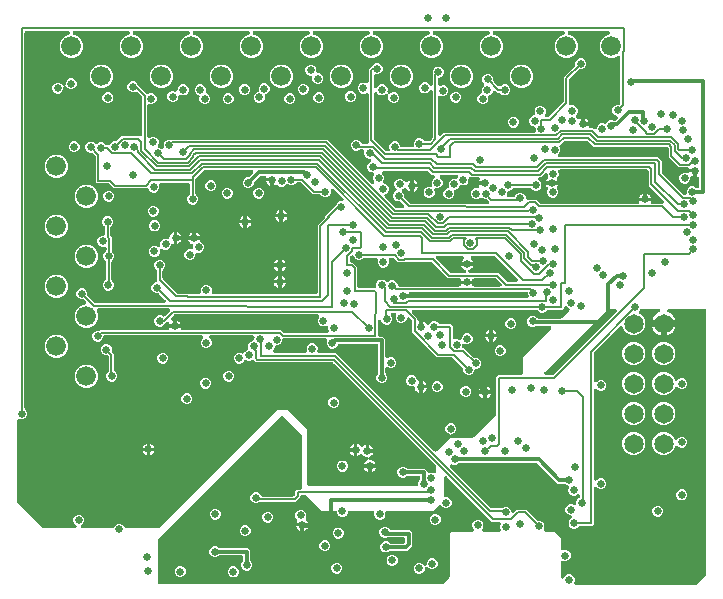
<source format=gbr>
G04 EAGLE Gerber RS-274X export*
G75*
%MOMM*%
%FSLAX34Y34*%
%LPD*%
%INCopper Layer 2*%
%IPPOS*%
%AMOC8*
5,1,8,0,0,1.08239X$1,22.5*%
G01*
%ADD10C,1.676400*%
%ADD11C,1.650000*%
%ADD12C,0.631000*%
%ADD13C,0.304800*%
%ADD14C,0.152400*%

G36*
X-555669Y112529D02*
X-555669Y112529D01*
X-555619Y112526D01*
X-555496Y112548D01*
X-555373Y112563D01*
X-555325Y112580D01*
X-555276Y112589D01*
X-555162Y112638D01*
X-555045Y112680D01*
X-555002Y112707D01*
X-554956Y112728D01*
X-554856Y112802D01*
X-554752Y112869D01*
X-554717Y112905D01*
X-554676Y112936D01*
X-554596Y113030D01*
X-554510Y113120D01*
X-554484Y113163D01*
X-554451Y113202D01*
X-554395Y113312D01*
X-554331Y113419D01*
X-554316Y113467D01*
X-554292Y113512D01*
X-554262Y113633D01*
X-554225Y113751D01*
X-554221Y113801D01*
X-554208Y113850D01*
X-554207Y113974D01*
X-554197Y114098D01*
X-554204Y114148D01*
X-554203Y114199D01*
X-554230Y114320D01*
X-554248Y114443D01*
X-554267Y114490D01*
X-554278Y114539D01*
X-554331Y114651D01*
X-554377Y114767D01*
X-554406Y114808D01*
X-554428Y114854D01*
X-554505Y114951D01*
X-554576Y115053D01*
X-554613Y115087D01*
X-554645Y115126D01*
X-554743Y115203D01*
X-554835Y115286D01*
X-554879Y115311D01*
X-554919Y115342D01*
X-555078Y115423D01*
X-556397Y116743D01*
X-557106Y118454D01*
X-557106Y120306D01*
X-556397Y122017D01*
X-555087Y123327D01*
X-553376Y124036D01*
X-551524Y124036D01*
X-549813Y123327D01*
X-548503Y122017D01*
X-547794Y120306D01*
X-547794Y118454D01*
X-548503Y116743D01*
X-549822Y115424D01*
X-549855Y115412D01*
X-549960Y115344D01*
X-550068Y115284D01*
X-550106Y115250D01*
X-550148Y115223D01*
X-550234Y115134D01*
X-550327Y115050D01*
X-550355Y115008D01*
X-550390Y114972D01*
X-550454Y114866D01*
X-550525Y114763D01*
X-550543Y114716D01*
X-550569Y114673D01*
X-550607Y114555D01*
X-550653Y114439D01*
X-550660Y114389D01*
X-550675Y114341D01*
X-550685Y114217D01*
X-550703Y114094D01*
X-550699Y114044D01*
X-550703Y113994D01*
X-550685Y113871D01*
X-550675Y113747D01*
X-550659Y113699D01*
X-550652Y113649D01*
X-550606Y113534D01*
X-550568Y113415D01*
X-550542Y113372D01*
X-550523Y113325D01*
X-550452Y113223D01*
X-550388Y113117D01*
X-550353Y113081D01*
X-550324Y113039D01*
X-550232Y112956D01*
X-550145Y112867D01*
X-550103Y112840D01*
X-550065Y112806D01*
X-549956Y112745D01*
X-549852Y112678D01*
X-549804Y112662D01*
X-549760Y112637D01*
X-549640Y112603D01*
X-549523Y112562D01*
X-549473Y112556D01*
X-549425Y112542D01*
X-549181Y112523D01*
X-523901Y112523D01*
X-523825Y112532D01*
X-523749Y112530D01*
X-523653Y112551D01*
X-523555Y112563D01*
X-523483Y112588D01*
X-523408Y112605D01*
X-523320Y112647D01*
X-523227Y112680D01*
X-523163Y112722D01*
X-523094Y112754D01*
X-523017Y112816D01*
X-522934Y112869D01*
X-522881Y112924D01*
X-522821Y112972D01*
X-522760Y113049D01*
X-522692Y113120D01*
X-522653Y113185D01*
X-522605Y113245D01*
X-522537Y113379D01*
X-522513Y113419D01*
X-522507Y113437D01*
X-522494Y113463D01*
X-522107Y114397D01*
X-520797Y115707D01*
X-519086Y116416D01*
X-517234Y116416D01*
X-515523Y115707D01*
X-514213Y114397D01*
X-513826Y113463D01*
X-513789Y113396D01*
X-513761Y113325D01*
X-513705Y113245D01*
X-513657Y113158D01*
X-513605Y113102D01*
X-513562Y113039D01*
X-513489Y112973D01*
X-513423Y112900D01*
X-513360Y112857D01*
X-513303Y112806D01*
X-513217Y112758D01*
X-513136Y112702D01*
X-513065Y112674D01*
X-512998Y112637D01*
X-512903Y112610D01*
X-512812Y112574D01*
X-512736Y112563D01*
X-512663Y112542D01*
X-512514Y112530D01*
X-512467Y112524D01*
X-512448Y112525D01*
X-512419Y112523D01*
X-485394Y112523D01*
X-485268Y112537D01*
X-485142Y112544D01*
X-485096Y112557D01*
X-485048Y112563D01*
X-484929Y112605D01*
X-484807Y112640D01*
X-484765Y112664D01*
X-484720Y112680D01*
X-484613Y112749D01*
X-484503Y112810D01*
X-484457Y112850D01*
X-484427Y112869D01*
X-484393Y112904D01*
X-484317Y112969D01*
X-384941Y212345D01*
X-375027Y212345D01*
X-358901Y196219D01*
X-358901Y149860D01*
X-358898Y149834D01*
X-358900Y149808D01*
X-358878Y149661D01*
X-358861Y149514D01*
X-358853Y149489D01*
X-358849Y149463D01*
X-358794Y149325D01*
X-358744Y149186D01*
X-358730Y149164D01*
X-358720Y149139D01*
X-358635Y149018D01*
X-358555Y148893D01*
X-358536Y148875D01*
X-358521Y148853D01*
X-358411Y148754D01*
X-358304Y148651D01*
X-358282Y148637D01*
X-358262Y148620D01*
X-358132Y148548D01*
X-358005Y148472D01*
X-357980Y148464D01*
X-357957Y148451D01*
X-357814Y148411D01*
X-357673Y148366D01*
X-357647Y148364D01*
X-357622Y148356D01*
X-357378Y148337D01*
X-266700Y148337D01*
X-266674Y148340D01*
X-266648Y148338D01*
X-266501Y148360D01*
X-266354Y148377D01*
X-266329Y148385D01*
X-266303Y148389D01*
X-266165Y148444D01*
X-266026Y148494D01*
X-266004Y148508D01*
X-265979Y148518D01*
X-265858Y148603D01*
X-265733Y148683D01*
X-265715Y148702D01*
X-265693Y148717D01*
X-265594Y148827D01*
X-265491Y148934D01*
X-265477Y148956D01*
X-265460Y148976D01*
X-265388Y149106D01*
X-265312Y149233D01*
X-265304Y149258D01*
X-265291Y149281D01*
X-265251Y149424D01*
X-265206Y149565D01*
X-265204Y149591D01*
X-265196Y149616D01*
X-265177Y149860D01*
X-265177Y150916D01*
X-264468Y152627D01*
X-263992Y153103D01*
X-263913Y153203D01*
X-263829Y153296D01*
X-263805Y153339D01*
X-263775Y153376D01*
X-263721Y153491D01*
X-263660Y153601D01*
X-263647Y153648D01*
X-263626Y153692D01*
X-263600Y153815D01*
X-263565Y153937D01*
X-263560Y153997D01*
X-263553Y154032D01*
X-263554Y154080D01*
X-263546Y154181D01*
X-263546Y155472D01*
X-263549Y155498D01*
X-263547Y155524D01*
X-263569Y155671D01*
X-263586Y155818D01*
X-263594Y155843D01*
X-263598Y155869D01*
X-263653Y156007D01*
X-263703Y156146D01*
X-263717Y156168D01*
X-263727Y156193D01*
X-263812Y156314D01*
X-263892Y156439D01*
X-263911Y156457D01*
X-263926Y156479D01*
X-264036Y156578D01*
X-264143Y156681D01*
X-264165Y156695D01*
X-264185Y156712D01*
X-264315Y156784D01*
X-264442Y156860D01*
X-264467Y156868D01*
X-264490Y156881D01*
X-264633Y156921D01*
X-264774Y156966D01*
X-264800Y156968D01*
X-264825Y156976D01*
X-265069Y156995D01*
X-273940Y156995D01*
X-274065Y156981D01*
X-274191Y156974D01*
X-274238Y156961D01*
X-274286Y156955D01*
X-274405Y156913D01*
X-274526Y156878D01*
X-274568Y156854D01*
X-274614Y156838D01*
X-274720Y156769D01*
X-274830Y156708D01*
X-274877Y156668D01*
X-274907Y156649D01*
X-274940Y156614D01*
X-275017Y156549D01*
X-275493Y156073D01*
X-277204Y155364D01*
X-279056Y155364D01*
X-280767Y156073D01*
X-282077Y157383D01*
X-282786Y159094D01*
X-282786Y160946D01*
X-282077Y162657D01*
X-280767Y163967D01*
X-279056Y164676D01*
X-277204Y164676D01*
X-275493Y163967D01*
X-275017Y163491D01*
X-274918Y163412D01*
X-274824Y163328D01*
X-274781Y163304D01*
X-274744Y163274D01*
X-274629Y163220D01*
X-274519Y163159D01*
X-274472Y163146D01*
X-274429Y163125D01*
X-274305Y163099D01*
X-274183Y163064D01*
X-274123Y163059D01*
X-274088Y163052D01*
X-274040Y163053D01*
X-273940Y163045D01*
X-259439Y163045D01*
X-257496Y161102D01*
X-257496Y160799D01*
X-257479Y160649D01*
X-257467Y160500D01*
X-257459Y160477D01*
X-257456Y160453D01*
X-257406Y160311D01*
X-257359Y160168D01*
X-257347Y160147D01*
X-257339Y160125D01*
X-257257Y159998D01*
X-257180Y159869D01*
X-257163Y159852D01*
X-257150Y159832D01*
X-257042Y159727D01*
X-256937Y159619D01*
X-256917Y159606D01*
X-256899Y159590D01*
X-256770Y159512D01*
X-256644Y159431D01*
X-256621Y159423D01*
X-256600Y159411D01*
X-256457Y159365D01*
X-256315Y159315D01*
X-256291Y159312D01*
X-256268Y159304D01*
X-256119Y159292D01*
X-255969Y159276D01*
X-255945Y159278D01*
X-255921Y159277D01*
X-255772Y159299D01*
X-255623Y159316D01*
X-255595Y159325D01*
X-255576Y159328D01*
X-255532Y159346D01*
X-255390Y159392D01*
X-254946Y159575D01*
X-253094Y159575D01*
X-252043Y159140D01*
X-251898Y159099D01*
X-251755Y159053D01*
X-251731Y159051D01*
X-251708Y159044D01*
X-251557Y159037D01*
X-251408Y159025D01*
X-251384Y159028D01*
X-251360Y159027D01*
X-251212Y159054D01*
X-251063Y159076D01*
X-251041Y159085D01*
X-251017Y159090D01*
X-250879Y159150D01*
X-250739Y159205D01*
X-250719Y159219D01*
X-250697Y159229D01*
X-250576Y159318D01*
X-250453Y159404D01*
X-250437Y159422D01*
X-250418Y159436D01*
X-250320Y159551D01*
X-250220Y159663D01*
X-250208Y159684D01*
X-250192Y159703D01*
X-250124Y159836D01*
X-250051Y159968D01*
X-250045Y159991D01*
X-250034Y160013D01*
X-249997Y160158D01*
X-249956Y160303D01*
X-249954Y160333D01*
X-249949Y160351D01*
X-249949Y160398D01*
X-249937Y160547D01*
X-249937Y164826D01*
X-249951Y164951D01*
X-249958Y165078D01*
X-249971Y165124D01*
X-249977Y165172D01*
X-250019Y165291D01*
X-250054Y165412D01*
X-250078Y165455D01*
X-250094Y165500D01*
X-250163Y165606D01*
X-250224Y165717D01*
X-250264Y165763D01*
X-250283Y165793D01*
X-250318Y165826D01*
X-250383Y165903D01*
X-337041Y252561D01*
X-337140Y252640D01*
X-337234Y252724D01*
X-337276Y252748D01*
X-337314Y252778D01*
X-337428Y252832D01*
X-337539Y252893D01*
X-337586Y252906D01*
X-337629Y252927D01*
X-337753Y252953D01*
X-337874Y252988D01*
X-337935Y252993D01*
X-337970Y253000D01*
X-338018Y252999D01*
X-338118Y253007D01*
X-402257Y253007D01*
X-403975Y254725D01*
X-404034Y254772D01*
X-404088Y254827D01*
X-404171Y254880D01*
X-404248Y254941D01*
X-404317Y254974D01*
X-404381Y255015D01*
X-404474Y255048D01*
X-404563Y255090D01*
X-404637Y255106D01*
X-404709Y255132D01*
X-404807Y255143D01*
X-404903Y255164D01*
X-404980Y255162D01*
X-405056Y255171D01*
X-405154Y255159D01*
X-405252Y255158D01*
X-405326Y255139D01*
X-405402Y255130D01*
X-405544Y255084D01*
X-405590Y255073D01*
X-405607Y255064D01*
X-405635Y255055D01*
X-407157Y254424D01*
X-409009Y254424D01*
X-410494Y255039D01*
X-410519Y255046D01*
X-410542Y255058D01*
X-410686Y255094D01*
X-410829Y255135D01*
X-410855Y255136D01*
X-410880Y255142D01*
X-411028Y255145D01*
X-411177Y255152D01*
X-411203Y255147D01*
X-411229Y255147D01*
X-411374Y255116D01*
X-411520Y255089D01*
X-411544Y255079D01*
X-411569Y255073D01*
X-411704Y255009D01*
X-411839Y254950D01*
X-411860Y254935D01*
X-411884Y254923D01*
X-412000Y254831D01*
X-412119Y254743D01*
X-412136Y254722D01*
X-412157Y254706D01*
X-412248Y254590D01*
X-412344Y254476D01*
X-412356Y254453D01*
X-412372Y254432D01*
X-412484Y254215D01*
X-412613Y253903D01*
X-413923Y252593D01*
X-415634Y251884D01*
X-417486Y251884D01*
X-419197Y252593D01*
X-420507Y253903D01*
X-421216Y255614D01*
X-421216Y257466D01*
X-420507Y259177D01*
X-419197Y260487D01*
X-417486Y261196D01*
X-415634Y261196D01*
X-414149Y260581D01*
X-414124Y260574D01*
X-414101Y260562D01*
X-413957Y260526D01*
X-413814Y260485D01*
X-413788Y260484D01*
X-413763Y260478D01*
X-413615Y260475D01*
X-413466Y260468D01*
X-413440Y260473D01*
X-413414Y260473D01*
X-413269Y260504D01*
X-413123Y260531D01*
X-413099Y260541D01*
X-413074Y260547D01*
X-412939Y260611D01*
X-412804Y260670D01*
X-412783Y260685D01*
X-412759Y260697D01*
X-412643Y260789D01*
X-412524Y260877D01*
X-412507Y260898D01*
X-412486Y260914D01*
X-412395Y261030D01*
X-412299Y261144D01*
X-412287Y261167D01*
X-412271Y261188D01*
X-412159Y261405D01*
X-412030Y261717D01*
X-410720Y263027D01*
X-409695Y263451D01*
X-409673Y263464D01*
X-409648Y263472D01*
X-409633Y263481D01*
X-409630Y263482D01*
X-409617Y263491D01*
X-409521Y263549D01*
X-409391Y263621D01*
X-409371Y263638D01*
X-409349Y263652D01*
X-409243Y263755D01*
X-409133Y263855D01*
X-409118Y263876D01*
X-409099Y263895D01*
X-409019Y264020D01*
X-408935Y264142D01*
X-408925Y264166D01*
X-408911Y264188D01*
X-408861Y264328D01*
X-408807Y264466D01*
X-408803Y264492D01*
X-408794Y264516D01*
X-408778Y264664D01*
X-408756Y264811D01*
X-408758Y264837D01*
X-408755Y264863D01*
X-408772Y265010D01*
X-408785Y265158D01*
X-408793Y265183D01*
X-408796Y265209D01*
X-408871Y265442D01*
X-409009Y265774D01*
X-409009Y267626D01*
X-408300Y269337D01*
X-406990Y270647D01*
X-405263Y271363D01*
X-405155Y271379D01*
X-405008Y271396D01*
X-404983Y271404D01*
X-404957Y271408D01*
X-404820Y271463D01*
X-404680Y271513D01*
X-404658Y271527D01*
X-404633Y271537D01*
X-404512Y271622D01*
X-404387Y271702D01*
X-404369Y271721D01*
X-404347Y271736D01*
X-404248Y271846D01*
X-404145Y271953D01*
X-404131Y271975D01*
X-404114Y271995D01*
X-404042Y272125D01*
X-403966Y272252D01*
X-403958Y272277D01*
X-403945Y272300D01*
X-403905Y272443D01*
X-403860Y272584D01*
X-403858Y272610D01*
X-403851Y272635D01*
X-403831Y272879D01*
X-403831Y273493D01*
X-403720Y273761D01*
X-403679Y273906D01*
X-403633Y274049D01*
X-403631Y274073D01*
X-403624Y274096D01*
X-403617Y274247D01*
X-403605Y274396D01*
X-403609Y274420D01*
X-403607Y274444D01*
X-403634Y274592D01*
X-403657Y274741D01*
X-403666Y274763D01*
X-403670Y274787D01*
X-403730Y274925D01*
X-403785Y275065D01*
X-403799Y275085D01*
X-403809Y275107D01*
X-403898Y275227D01*
X-403984Y275351D01*
X-404002Y275367D01*
X-404017Y275387D01*
X-404132Y275484D01*
X-404243Y275584D01*
X-404264Y275596D01*
X-404283Y275612D01*
X-404417Y275680D01*
X-404548Y275753D01*
X-404571Y275759D01*
X-404593Y275770D01*
X-404739Y275807D01*
X-404884Y275848D01*
X-404913Y275850D01*
X-404931Y275855D01*
X-404978Y275855D01*
X-405127Y275867D01*
X-440529Y275867D01*
X-440628Y275856D01*
X-440729Y275854D01*
X-440801Y275836D01*
X-440875Y275827D01*
X-440969Y275794D01*
X-441067Y275769D01*
X-441133Y275735D01*
X-441203Y275710D01*
X-441287Y275655D01*
X-441377Y275609D01*
X-441433Y275561D01*
X-441496Y275521D01*
X-441566Y275449D01*
X-441642Y275384D01*
X-441686Y275324D01*
X-441738Y275270D01*
X-441790Y275184D01*
X-441849Y275103D01*
X-441879Y275035D01*
X-441917Y274971D01*
X-441947Y274875D01*
X-441987Y274783D01*
X-442000Y274710D01*
X-442023Y274639D01*
X-442031Y274539D01*
X-442049Y274440D01*
X-442045Y274366D01*
X-442051Y274292D01*
X-442036Y274192D01*
X-442031Y274092D01*
X-442010Y274021D01*
X-441999Y273947D01*
X-441962Y273854D01*
X-441934Y273757D01*
X-441898Y273692D01*
X-441871Y273623D01*
X-441813Y273541D01*
X-441764Y273453D01*
X-441699Y273377D01*
X-441672Y273337D01*
X-441645Y273313D01*
X-441606Y273267D01*
X-440553Y272214D01*
X-439844Y270503D01*
X-439844Y268651D01*
X-440553Y266940D01*
X-441863Y265630D01*
X-443574Y264921D01*
X-445426Y264921D01*
X-447137Y265630D01*
X-448447Y266940D01*
X-449156Y268651D01*
X-449156Y270503D01*
X-448447Y272214D01*
X-447394Y273267D01*
X-447332Y273346D01*
X-447262Y273418D01*
X-447224Y273482D01*
X-447178Y273540D01*
X-447135Y273631D01*
X-447083Y273717D01*
X-447061Y273788D01*
X-447029Y273855D01*
X-447008Y273953D01*
X-446977Y274049D01*
X-446971Y274123D01*
X-446955Y274196D01*
X-446957Y274296D01*
X-446949Y274396D01*
X-446960Y274470D01*
X-446961Y274544D01*
X-446986Y274641D01*
X-447001Y274741D01*
X-447028Y274810D01*
X-447046Y274882D01*
X-447092Y274971D01*
X-447129Y275065D01*
X-447172Y275126D01*
X-447206Y275192D01*
X-447271Y275268D01*
X-447328Y275351D01*
X-447384Y275401D01*
X-447432Y275457D01*
X-447513Y275517D01*
X-447587Y275584D01*
X-447652Y275620D01*
X-447712Y275665D01*
X-447804Y275704D01*
X-447892Y275753D01*
X-447964Y275773D01*
X-448032Y275803D01*
X-448131Y275820D01*
X-448228Y275848D01*
X-448328Y275856D01*
X-448375Y275864D01*
X-448411Y275862D01*
X-448471Y275867D01*
X-530269Y275867D01*
X-530295Y275864D01*
X-530321Y275866D01*
X-530468Y275844D01*
X-530615Y275827D01*
X-530640Y275819D01*
X-530666Y275815D01*
X-530804Y275760D01*
X-530943Y275710D01*
X-530965Y275696D01*
X-530990Y275686D01*
X-531111Y275601D01*
X-531236Y275521D01*
X-531254Y275502D01*
X-531276Y275487D01*
X-531375Y275377D01*
X-531478Y275270D01*
X-531492Y275248D01*
X-531509Y275228D01*
X-531581Y275098D01*
X-531657Y274971D01*
X-531665Y274946D01*
X-531678Y274923D01*
X-531718Y274780D01*
X-531763Y274639D01*
X-531765Y274613D01*
X-531773Y274588D01*
X-531792Y274344D01*
X-531792Y274156D01*
X-532501Y272445D01*
X-533811Y271135D01*
X-535522Y270426D01*
X-537374Y270426D01*
X-539085Y271135D01*
X-540395Y272445D01*
X-541104Y274156D01*
X-541104Y276008D01*
X-540395Y277719D01*
X-539085Y279029D01*
X-537374Y279738D01*
X-535623Y279738D01*
X-535498Y279752D01*
X-535371Y279759D01*
X-535325Y279772D01*
X-535277Y279778D01*
X-535158Y279820D01*
X-535037Y279855D01*
X-534994Y279879D01*
X-534949Y279895D01*
X-534843Y279964D01*
X-534732Y280025D01*
X-534686Y280065D01*
X-534656Y280084D01*
X-534623Y280119D01*
X-534546Y280184D01*
X-534337Y280393D01*
X-485241Y280393D01*
X-485191Y280398D01*
X-485141Y280396D01*
X-485019Y280418D01*
X-484895Y280433D01*
X-484848Y280450D01*
X-484798Y280459D01*
X-484684Y280508D01*
X-484567Y280550D01*
X-484525Y280577D01*
X-484479Y280597D01*
X-484379Y280672D01*
X-484274Y280739D01*
X-484239Y280775D01*
X-484199Y280805D01*
X-484119Y280900D01*
X-484032Y280990D01*
X-484006Y281033D01*
X-483974Y281071D01*
X-483917Y281182D01*
X-483870Y281260D01*
X-483859Y281242D01*
X-483841Y281195D01*
X-483770Y281093D01*
X-483705Y280987D01*
X-483670Y280950D01*
X-483642Y280909D01*
X-483549Y280826D01*
X-483463Y280737D01*
X-483420Y280709D01*
X-483383Y280676D01*
X-483274Y280616D01*
X-483169Y280548D01*
X-483122Y280531D01*
X-483078Y280507D01*
X-482958Y280473D01*
X-482841Y280432D01*
X-482791Y280426D01*
X-482742Y280412D01*
X-482499Y280393D01*
X-477401Y280393D01*
X-477400Y280393D01*
X-477399Y280393D01*
X-477219Y280414D01*
X-477055Y280433D01*
X-477054Y280433D01*
X-477053Y280433D01*
X-476886Y280493D01*
X-476727Y280550D01*
X-476726Y280551D01*
X-476725Y280551D01*
X-476587Y280641D01*
X-476434Y280739D01*
X-476434Y280740D01*
X-476433Y280740D01*
X-476328Y280849D01*
X-476192Y280990D01*
X-476192Y280991D01*
X-476191Y280991D01*
X-476106Y281134D01*
X-476013Y281289D01*
X-476013Y281290D01*
X-476012Y281291D01*
X-475960Y281456D01*
X-475907Y281621D01*
X-475907Y281622D01*
X-475907Y281623D01*
X-475893Y281794D01*
X-475879Y281968D01*
X-475879Y281969D01*
X-475879Y281970D01*
X-475885Y282024D01*
X-470916Y282024D01*
X-465940Y282024D01*
X-465953Y281866D01*
X-465953Y281865D01*
X-465953Y281864D01*
X-465927Y281691D01*
X-465902Y281521D01*
X-465901Y281520D01*
X-465901Y281519D01*
X-465836Y281355D01*
X-465773Y281197D01*
X-465773Y281196D01*
X-465773Y281195D01*
X-465679Y281061D01*
X-465575Y280911D01*
X-465574Y280910D01*
X-465574Y280909D01*
X-465450Y280797D01*
X-465316Y280677D01*
X-465316Y280676D01*
X-465315Y280676D01*
X-465158Y280589D01*
X-465012Y280508D01*
X-465011Y280508D01*
X-465010Y280507D01*
X-464838Y280459D01*
X-464676Y280413D01*
X-464675Y280413D01*
X-464674Y280412D01*
X-464431Y280393D01*
X-381333Y280393D01*
X-379239Y278299D01*
X-379140Y278220D01*
X-379046Y278136D01*
X-379004Y278112D01*
X-378966Y278082D01*
X-378852Y278028D01*
X-378741Y277967D01*
X-378694Y277954D01*
X-378651Y277933D01*
X-378527Y277907D01*
X-378406Y277872D01*
X-378345Y277867D01*
X-378310Y277860D01*
X-378262Y277861D01*
X-378162Y277853D01*
X-342176Y277853D01*
X-342027Y277870D01*
X-341877Y277882D01*
X-341854Y277890D01*
X-341830Y277893D01*
X-341689Y277943D01*
X-341545Y277989D01*
X-341524Y278002D01*
X-341502Y278010D01*
X-341376Y278092D01*
X-341247Y278169D01*
X-341229Y278186D01*
X-341209Y278199D01*
X-341104Y278307D01*
X-340997Y278412D01*
X-340984Y278432D01*
X-340967Y278450D01*
X-340889Y278579D01*
X-340808Y278705D01*
X-340800Y278728D01*
X-340788Y278749D01*
X-340742Y278892D01*
X-340692Y279034D01*
X-340689Y279058D01*
X-340682Y279081D01*
X-340670Y279230D01*
X-340653Y279380D01*
X-340656Y279404D01*
X-340654Y279428D01*
X-340676Y279577D01*
X-340694Y279726D01*
X-340703Y279754D01*
X-340705Y279773D01*
X-340723Y279817D01*
X-340769Y279959D01*
X-341206Y281014D01*
X-341206Y282554D01*
X-341223Y282703D01*
X-341235Y282853D01*
X-341243Y282876D01*
X-341246Y282900D01*
X-341296Y283042D01*
X-341343Y283185D01*
X-341355Y283205D01*
X-341363Y283228D01*
X-341445Y283355D01*
X-341522Y283483D01*
X-341539Y283501D01*
X-341552Y283521D01*
X-341660Y283625D01*
X-341765Y283733D01*
X-341785Y283746D01*
X-341803Y283763D01*
X-341932Y283840D01*
X-342058Y283922D01*
X-342081Y283930D01*
X-342102Y283942D01*
X-342245Y283988D01*
X-342387Y284038D01*
X-342411Y284041D01*
X-342434Y284048D01*
X-342583Y284060D01*
X-342733Y284077D01*
X-342757Y284074D01*
X-342781Y284076D01*
X-342930Y284054D01*
X-343079Y284036D01*
X-343107Y284027D01*
X-343126Y284025D01*
X-343170Y284007D01*
X-343312Y283961D01*
X-344514Y283463D01*
X-346366Y283463D01*
X-348077Y284172D01*
X-349387Y285482D01*
X-350096Y287193D01*
X-350096Y289045D01*
X-349387Y290756D01*
X-349096Y291047D01*
X-349034Y291125D01*
X-348964Y291198D01*
X-348926Y291262D01*
X-348880Y291320D01*
X-348837Y291411D01*
X-348785Y291497D01*
X-348763Y291568D01*
X-348731Y291635D01*
X-348710Y291733D01*
X-348679Y291829D01*
X-348673Y291903D01*
X-348657Y291976D01*
X-348659Y292076D01*
X-348651Y292176D01*
X-348662Y292250D01*
X-348663Y292324D01*
X-348688Y292422D01*
X-348703Y292521D01*
X-348730Y292590D01*
X-348748Y292662D01*
X-348794Y292751D01*
X-348831Y292845D01*
X-348874Y292906D01*
X-348908Y292972D01*
X-348973Y293048D01*
X-349030Y293131D01*
X-349086Y293181D01*
X-349134Y293237D01*
X-349215Y293297D01*
X-349289Y293364D01*
X-349354Y293400D01*
X-349414Y293445D01*
X-349506Y293484D01*
X-349594Y293533D01*
X-349666Y293553D01*
X-349734Y293583D01*
X-349833Y293600D01*
X-349930Y293628D01*
X-350030Y293636D01*
X-350077Y293644D01*
X-350113Y293642D01*
X-350173Y293647D01*
X-470872Y293647D01*
X-470997Y293633D01*
X-471124Y293626D01*
X-471170Y293613D01*
X-471218Y293607D01*
X-471337Y293565D01*
X-471458Y293530D01*
X-471501Y293506D01*
X-471546Y293490D01*
X-471652Y293421D01*
X-471763Y293360D01*
X-471809Y293320D01*
X-471839Y293301D01*
X-471872Y293266D01*
X-471949Y293201D01*
X-474218Y290932D01*
X-474250Y290892D01*
X-474287Y290858D01*
X-474358Y290756D01*
X-474435Y290659D01*
X-474457Y290613D01*
X-474485Y290572D01*
X-474531Y290456D01*
X-474584Y290344D01*
X-474595Y290294D01*
X-474613Y290247D01*
X-474631Y290124D01*
X-474657Y290003D01*
X-474656Y289953D01*
X-474664Y289903D01*
X-474653Y289778D01*
X-474651Y289654D01*
X-474639Y289606D01*
X-474635Y289555D01*
X-474597Y289437D01*
X-474566Y289316D01*
X-474543Y289272D01*
X-474528Y289224D01*
X-474464Y289117D01*
X-474407Y289007D01*
X-474374Y288968D01*
X-474348Y288925D01*
X-474261Y288836D01*
X-474181Y288741D01*
X-474140Y288711D01*
X-474105Y288675D01*
X-474001Y288608D01*
X-473901Y288534D01*
X-473854Y288514D01*
X-473812Y288487D01*
X-473695Y288445D01*
X-473581Y288396D01*
X-473531Y288387D01*
X-473484Y288370D01*
X-473360Y288356D01*
X-473238Y288334D01*
X-473187Y288337D01*
X-473137Y288331D01*
X-473014Y288346D01*
X-472890Y288352D01*
X-472841Y288366D01*
X-472791Y288372D01*
X-472558Y288447D01*
X-472555Y288449D01*
X-472439Y288497D01*
X-472439Y285070D01*
X-475866Y285070D01*
X-475816Y285189D01*
X-475802Y285238D01*
X-475781Y285283D01*
X-475755Y285405D01*
X-475721Y285524D01*
X-475718Y285575D01*
X-475708Y285624D01*
X-475710Y285748D01*
X-475704Y285873D01*
X-475713Y285922D01*
X-475714Y285972D01*
X-475744Y286093D01*
X-475766Y286215D01*
X-475786Y286262D01*
X-475799Y286310D01*
X-475856Y286421D01*
X-475905Y286535D01*
X-475935Y286575D01*
X-475958Y286620D01*
X-476039Y286715D01*
X-476113Y286815D01*
X-476151Y286847D01*
X-476184Y286886D01*
X-476284Y286960D01*
X-476379Y287040D01*
X-476424Y287063D01*
X-476464Y287093D01*
X-476578Y287142D01*
X-476689Y287199D01*
X-476738Y287211D01*
X-476784Y287231D01*
X-476907Y287253D01*
X-477027Y287283D01*
X-477078Y287284D01*
X-477127Y287293D01*
X-477251Y287286D01*
X-477376Y287288D01*
X-477425Y287277D01*
X-477475Y287275D01*
X-477595Y287240D01*
X-477716Y287214D01*
X-477762Y287192D01*
X-477810Y287178D01*
X-477919Y287117D01*
X-478031Y287064D01*
X-478070Y287033D01*
X-478114Y287008D01*
X-478301Y286849D01*
X-479490Y285660D01*
X-479504Y285656D01*
X-479546Y285632D01*
X-479592Y285616D01*
X-479698Y285547D01*
X-479808Y285486D01*
X-479855Y285446D01*
X-479885Y285427D01*
X-479918Y285392D01*
X-479995Y285327D01*
X-481233Y284089D01*
X-483082Y283323D01*
X-483126Y283299D01*
X-483173Y283282D01*
X-483277Y283214D01*
X-483386Y283154D01*
X-483423Y283120D01*
X-483466Y283093D01*
X-483552Y283003D01*
X-483644Y282920D01*
X-483673Y282879D01*
X-483708Y282842D01*
X-483772Y282735D01*
X-483842Y282633D01*
X-483861Y282586D01*
X-483872Y282568D01*
X-483899Y282637D01*
X-483928Y282678D01*
X-483950Y282724D01*
X-484027Y282821D01*
X-484098Y282923D01*
X-484136Y282957D01*
X-484167Y282996D01*
X-484265Y283073D01*
X-484357Y283156D01*
X-484401Y283181D01*
X-484441Y283212D01*
X-484658Y283323D01*
X-486507Y284089D01*
X-487817Y285399D01*
X-488526Y287110D01*
X-488526Y288962D01*
X-487817Y290673D01*
X-486507Y291983D01*
X-484796Y292692D01*
X-482944Y292692D01*
X-480995Y291885D01*
X-480922Y291864D01*
X-480852Y291833D01*
X-480755Y291816D01*
X-480660Y291789D01*
X-480584Y291785D01*
X-480509Y291772D01*
X-480410Y291777D01*
X-480312Y291772D01*
X-480237Y291786D01*
X-480161Y291790D01*
X-480066Y291817D01*
X-479969Y291834D01*
X-479899Y291865D01*
X-479826Y291886D01*
X-479740Y291934D01*
X-479650Y291973D01*
X-479588Y292019D01*
X-479521Y292056D01*
X-479408Y292153D01*
X-479370Y292181D01*
X-479357Y292196D01*
X-479335Y292215D01*
X-475454Y296096D01*
X-475396Y296170D01*
X-475330Y296237D01*
X-475288Y296306D01*
X-475237Y296369D01*
X-475197Y296454D01*
X-475148Y296534D01*
X-475123Y296611D01*
X-475088Y296684D01*
X-475069Y296776D01*
X-475039Y296865D01*
X-475032Y296946D01*
X-475015Y297025D01*
X-475017Y297119D01*
X-475008Y297212D01*
X-475020Y297292D01*
X-475021Y297373D01*
X-475044Y297464D01*
X-475057Y297557D01*
X-475086Y297633D01*
X-475106Y297711D01*
X-475149Y297795D01*
X-475183Y297882D01*
X-475228Y297949D01*
X-475266Y298021D01*
X-475326Y298093D01*
X-475379Y298170D01*
X-475439Y298225D01*
X-475491Y298287D01*
X-475567Y298342D01*
X-475636Y298406D01*
X-475706Y298446D01*
X-475772Y298494D01*
X-475858Y298531D01*
X-475940Y298577D01*
X-476017Y298600D01*
X-476092Y298632D01*
X-476184Y298648D01*
X-476274Y298675D01*
X-476386Y298685D01*
X-476435Y298693D01*
X-476466Y298692D01*
X-476518Y298696D01*
X-480063Y298727D01*
X-480068Y298727D01*
X-480076Y298727D01*
X-535868Y298727D01*
X-536017Y298710D01*
X-536168Y298698D01*
X-536191Y298690D01*
X-536215Y298687D01*
X-536356Y298637D01*
X-536499Y298591D01*
X-536520Y298578D01*
X-536543Y298570D01*
X-536669Y298488D01*
X-536798Y298411D01*
X-536815Y298394D01*
X-536836Y298381D01*
X-536940Y298273D01*
X-537048Y298168D01*
X-537061Y298148D01*
X-537078Y298130D01*
X-537155Y298001D01*
X-537236Y297875D01*
X-537244Y297852D01*
X-537257Y297831D01*
X-537302Y297688D01*
X-537353Y297546D01*
X-537355Y297522D01*
X-537363Y297499D01*
X-537375Y297350D01*
X-537392Y297200D01*
X-537389Y297176D01*
X-537391Y297152D01*
X-537368Y297003D01*
X-537351Y296854D01*
X-537342Y296826D01*
X-537339Y296807D01*
X-537322Y296763D01*
X-537276Y296621D01*
X-536217Y294066D01*
X-536217Y290134D01*
X-537722Y286502D01*
X-540502Y283722D01*
X-544134Y282217D01*
X-548066Y282217D01*
X-551698Y283722D01*
X-554478Y286502D01*
X-555983Y290134D01*
X-555983Y294066D01*
X-554478Y297698D01*
X-551698Y300478D01*
X-548066Y301983D01*
X-547620Y301983D01*
X-547520Y301994D01*
X-547420Y301996D01*
X-547348Y302014D01*
X-547274Y302023D01*
X-547179Y302056D01*
X-547082Y302081D01*
X-547016Y302115D01*
X-546946Y302140D01*
X-546861Y302195D01*
X-546772Y302241D01*
X-546716Y302289D01*
X-546653Y302329D01*
X-546583Y302401D01*
X-546507Y302466D01*
X-546463Y302526D01*
X-546411Y302580D01*
X-546359Y302666D01*
X-546300Y302747D01*
X-546270Y302815D01*
X-546232Y302879D01*
X-546201Y302975D01*
X-546162Y303067D01*
X-546148Y303140D01*
X-546126Y303211D01*
X-546118Y303311D01*
X-546100Y303410D01*
X-546104Y303484D01*
X-546098Y303558D01*
X-546113Y303658D01*
X-546118Y303758D01*
X-546138Y303829D01*
X-546149Y303903D01*
X-546187Y303996D01*
X-546214Y304093D01*
X-546251Y304158D01*
X-546278Y304227D01*
X-546335Y304309D01*
X-546385Y304397D01*
X-546450Y304473D01*
X-546477Y304513D01*
X-546504Y304537D01*
X-546543Y304583D01*
X-548008Y306048D01*
X-548107Y306127D01*
X-548201Y306211D01*
X-548243Y306235D01*
X-548281Y306265D01*
X-548395Y306319D01*
X-548506Y306380D01*
X-548553Y306393D01*
X-548596Y306414D01*
X-548720Y306440D01*
X-548841Y306475D01*
X-548902Y306480D01*
X-548937Y306487D01*
X-548985Y306486D01*
X-549085Y306494D01*
X-550836Y306494D01*
X-552547Y307203D01*
X-553857Y308513D01*
X-554566Y310224D01*
X-554566Y312076D01*
X-553857Y313787D01*
X-552547Y315097D01*
X-550836Y315806D01*
X-548984Y315806D01*
X-547273Y315097D01*
X-545963Y313787D01*
X-545254Y312076D01*
X-545254Y310325D01*
X-545240Y310200D01*
X-545233Y310073D01*
X-545220Y310027D01*
X-545214Y309979D01*
X-545172Y309860D01*
X-545137Y309739D01*
X-545113Y309696D01*
X-545097Y309651D01*
X-545028Y309545D01*
X-544967Y309434D01*
X-544927Y309388D01*
X-544908Y309358D01*
X-544873Y309325D01*
X-544808Y309248D01*
X-539259Y303699D01*
X-539160Y303620D01*
X-539066Y303536D01*
X-539024Y303512D01*
X-538986Y303482D01*
X-538872Y303428D01*
X-538761Y303367D01*
X-538714Y303354D01*
X-538671Y303333D01*
X-538547Y303307D01*
X-538426Y303272D01*
X-538365Y303267D01*
X-538330Y303260D01*
X-538282Y303261D01*
X-538182Y303253D01*
X-481609Y303253D01*
X-481499Y303265D01*
X-480326Y303255D01*
X-480219Y303266D01*
X-480112Y303268D01*
X-480047Y303285D01*
X-479979Y303292D01*
X-479878Y303327D01*
X-479774Y303353D01*
X-479714Y303384D01*
X-479650Y303407D01*
X-479560Y303464D01*
X-479465Y303513D01*
X-479413Y303557D01*
X-479356Y303593D01*
X-479281Y303669D01*
X-479199Y303739D01*
X-479159Y303793D01*
X-479111Y303842D01*
X-479056Y303933D01*
X-478992Y304019D01*
X-478965Y304081D01*
X-478930Y304139D01*
X-478896Y304241D01*
X-478854Y304339D01*
X-478842Y304406D01*
X-478821Y304470D01*
X-478811Y304577D01*
X-478792Y304682D01*
X-478796Y304750D01*
X-478790Y304817D01*
X-478805Y304923D01*
X-478810Y305030D01*
X-478829Y305095D01*
X-478838Y305162D01*
X-478877Y305262D01*
X-478907Y305365D01*
X-478940Y305424D01*
X-478964Y305487D01*
X-479025Y305576D01*
X-479077Y305669D01*
X-479135Y305737D01*
X-479161Y305775D01*
X-479190Y305802D01*
X-479235Y305855D01*
X-484508Y311128D01*
X-484607Y311207D01*
X-484701Y311291D01*
X-484743Y311315D01*
X-484781Y311345D01*
X-484895Y311399D01*
X-485006Y311460D01*
X-485053Y311473D01*
X-485096Y311494D01*
X-485220Y311520D01*
X-485341Y311555D01*
X-485402Y311560D01*
X-485437Y311567D01*
X-485485Y311566D01*
X-485585Y311574D01*
X-487336Y311574D01*
X-489047Y312283D01*
X-490357Y313593D01*
X-491066Y315304D01*
X-491066Y317156D01*
X-490357Y318867D01*
X-489047Y320177D01*
X-487073Y320995D01*
X-487006Y321032D01*
X-486935Y321060D01*
X-486854Y321116D01*
X-486768Y321164D01*
X-486712Y321215D01*
X-486649Y321259D01*
X-486583Y321332D01*
X-486510Y321398D01*
X-486467Y321461D01*
X-486416Y321518D01*
X-486368Y321604D01*
X-486312Y321685D01*
X-486284Y321756D01*
X-486247Y321823D01*
X-486220Y321918D01*
X-486184Y322009D01*
X-486173Y322085D01*
X-486152Y322158D01*
X-486140Y322307D01*
X-486133Y322354D01*
X-486135Y322373D01*
X-486133Y322402D01*
X-486133Y330328D01*
X-486147Y330453D01*
X-486154Y330579D01*
X-486167Y330626D01*
X-486173Y330674D01*
X-486215Y330793D01*
X-486250Y330914D01*
X-486274Y330956D01*
X-486290Y331002D01*
X-486359Y331108D01*
X-486420Y331218D01*
X-486460Y331265D01*
X-486479Y331295D01*
X-486514Y331328D01*
X-486519Y331334D01*
X-486533Y331354D01*
X-486547Y331367D01*
X-486579Y331405D01*
X-487817Y332643D01*
X-488526Y334354D01*
X-488526Y336206D01*
X-487817Y337917D01*
X-486507Y339227D01*
X-484796Y339936D01*
X-482944Y339936D01*
X-481233Y339227D01*
X-479923Y337917D01*
X-479214Y336206D01*
X-479214Y334354D01*
X-479923Y332643D01*
X-481161Y331405D01*
X-481227Y331322D01*
X-481273Y331274D01*
X-481283Y331258D01*
X-481324Y331212D01*
X-481348Y331169D01*
X-481378Y331132D01*
X-481432Y331017D01*
X-481493Y330907D01*
X-481506Y330860D01*
X-481527Y330817D01*
X-481553Y330693D01*
X-481588Y330571D01*
X-481593Y330511D01*
X-481600Y330476D01*
X-481599Y330428D01*
X-481607Y330328D01*
X-481607Y324485D01*
X-481593Y324360D01*
X-481586Y324233D01*
X-481573Y324187D01*
X-481567Y324139D01*
X-481525Y324020D01*
X-481490Y323899D01*
X-481466Y323856D01*
X-481450Y323811D01*
X-481381Y323705D01*
X-481320Y323594D01*
X-481280Y323548D01*
X-481261Y323518D01*
X-481226Y323485D01*
X-481161Y323408D01*
X-469409Y311656D01*
X-469310Y311577D01*
X-469216Y311493D01*
X-469174Y311469D01*
X-469136Y311439D01*
X-469022Y311385D01*
X-468911Y311324D01*
X-468864Y311311D01*
X-468821Y311290D01*
X-468697Y311264D01*
X-468576Y311229D01*
X-468515Y311224D01*
X-468480Y311217D01*
X-468432Y311218D01*
X-468332Y311210D01*
X-458833Y311210D01*
X-458773Y311156D01*
X-458730Y311132D01*
X-458693Y311102D01*
X-458578Y311048D01*
X-458468Y310987D01*
X-458421Y310974D01*
X-458377Y310953D01*
X-458254Y310927D01*
X-458132Y310892D01*
X-458072Y310887D01*
X-458037Y310880D01*
X-457989Y310881D01*
X-457888Y310873D01*
X-450512Y310873D01*
X-450363Y310890D01*
X-450213Y310902D01*
X-450190Y310910D01*
X-450166Y310913D01*
X-450024Y310963D01*
X-449882Y311010D01*
X-449861Y311022D01*
X-449838Y311030D01*
X-449712Y311112D01*
X-449583Y311189D01*
X-449566Y311206D01*
X-449545Y311219D01*
X-449441Y311327D01*
X-449333Y311432D01*
X-449320Y311452D01*
X-449303Y311470D01*
X-449226Y311599D01*
X-449145Y311725D01*
X-449137Y311748D01*
X-449124Y311769D01*
X-449079Y311912D01*
X-449028Y312054D01*
X-449025Y312078D01*
X-449018Y312101D01*
X-449006Y312250D01*
X-448989Y312400D01*
X-448992Y312424D01*
X-448990Y312448D01*
X-449012Y312597D01*
X-449030Y312746D01*
X-449039Y312774D01*
X-449042Y312793D01*
X-449059Y312837D01*
X-449105Y312979D01*
X-449156Y313101D01*
X-449156Y314953D01*
X-448447Y316664D01*
X-447137Y317974D01*
X-445426Y318683D01*
X-443574Y318683D01*
X-441863Y317974D01*
X-440553Y316664D01*
X-439844Y314953D01*
X-439844Y313101D01*
X-439895Y312979D01*
X-439936Y312834D01*
X-439982Y312691D01*
X-439984Y312667D01*
X-439990Y312644D01*
X-439998Y312493D01*
X-440010Y312344D01*
X-440006Y312320D01*
X-440007Y312296D01*
X-439981Y312148D01*
X-439958Y311999D01*
X-439949Y311977D01*
X-439945Y311953D01*
X-439885Y311815D01*
X-439829Y311675D01*
X-439816Y311655D01*
X-439806Y311633D01*
X-439716Y311512D01*
X-439631Y311389D01*
X-439613Y311373D01*
X-439598Y311353D01*
X-439483Y311256D01*
X-439372Y311156D01*
X-439351Y311144D01*
X-439332Y311128D01*
X-439199Y311060D01*
X-439067Y310987D01*
X-439043Y310981D01*
X-439022Y310970D01*
X-438876Y310933D01*
X-438731Y310892D01*
X-438702Y310890D01*
X-438684Y310885D01*
X-438637Y310885D01*
X-438488Y310873D01*
X-351766Y310873D01*
X-351740Y310876D01*
X-351714Y310874D01*
X-351567Y310896D01*
X-351420Y310913D01*
X-351395Y310921D01*
X-351369Y310925D01*
X-351231Y310980D01*
X-351092Y311030D01*
X-351070Y311044D01*
X-351045Y311054D01*
X-350924Y311139D01*
X-350799Y311219D01*
X-350781Y311238D01*
X-350759Y311253D01*
X-350660Y311363D01*
X-350557Y311470D01*
X-350543Y311492D01*
X-350526Y311512D01*
X-350454Y311642D01*
X-350378Y311769D01*
X-350370Y311794D01*
X-350357Y311817D01*
X-350317Y311960D01*
X-350272Y312101D01*
X-350270Y312127D01*
X-350262Y312152D01*
X-350243Y312396D01*
X-350243Y369237D01*
X-344339Y375141D01*
X-344260Y375240D01*
X-344176Y375334D01*
X-344152Y375376D01*
X-344122Y375414D01*
X-344068Y375528D01*
X-344007Y375639D01*
X-343994Y375686D01*
X-343973Y375729D01*
X-343947Y375853D01*
X-343912Y375974D01*
X-343907Y376035D01*
X-343900Y376070D01*
X-343901Y376118D01*
X-343893Y376218D01*
X-343893Y376857D01*
X-342121Y378629D01*
X-334958Y385792D01*
X-334957Y385793D01*
X-334955Y385795D01*
X-334851Y385927D01*
X-334742Y386065D01*
X-334741Y386067D01*
X-334739Y386068D01*
X-334628Y386286D01*
X-334147Y387447D01*
X-332837Y388757D01*
X-331126Y389466D01*
X-329760Y389466D01*
X-329660Y389477D01*
X-329559Y389479D01*
X-329487Y389497D01*
X-329413Y389506D01*
X-329319Y389539D01*
X-329221Y389564D01*
X-329155Y389598D01*
X-329085Y389623D01*
X-329001Y389678D01*
X-328912Y389724D01*
X-328855Y389772D01*
X-328792Y389812D01*
X-328723Y389884D01*
X-328646Y389949D01*
X-328602Y390009D01*
X-328550Y390063D01*
X-328499Y390149D01*
X-328439Y390230D01*
X-328410Y390298D01*
X-328371Y390362D01*
X-328341Y390458D01*
X-328301Y390550D01*
X-328288Y390623D01*
X-328265Y390694D01*
X-328257Y390794D01*
X-328239Y390893D01*
X-328243Y390967D01*
X-328237Y391041D01*
X-328252Y391141D01*
X-328257Y391241D01*
X-328278Y391312D01*
X-328289Y391386D01*
X-328326Y391479D01*
X-328354Y391576D01*
X-328390Y391641D01*
X-328418Y391710D01*
X-328475Y391792D01*
X-328524Y391880D01*
X-328589Y391956D01*
X-328617Y391996D01*
X-328643Y392020D01*
X-328682Y392066D01*
X-336335Y399719D01*
X-336413Y399781D01*
X-336486Y399851D01*
X-336550Y399889D01*
X-336608Y399935D01*
X-336699Y399978D01*
X-336785Y400030D01*
X-336856Y400052D01*
X-336923Y400084D01*
X-337021Y400105D01*
X-337117Y400136D01*
X-337191Y400142D01*
X-337264Y400157D01*
X-337364Y400156D01*
X-337464Y400164D01*
X-337538Y400153D01*
X-337612Y400152D01*
X-337709Y400127D01*
X-337809Y400112D01*
X-337878Y400085D01*
X-337950Y400067D01*
X-338040Y400020D01*
X-338133Y399983D01*
X-338194Y399941D01*
X-338260Y399907D01*
X-338337Y399842D01*
X-338419Y399784D01*
X-338469Y399729D01*
X-338525Y399681D01*
X-338585Y399600D01*
X-338652Y399526D01*
X-338688Y399461D01*
X-338733Y399401D01*
X-338772Y399309D01*
X-338821Y399221D01*
X-338841Y399149D01*
X-338871Y399081D01*
X-338888Y398982D01*
X-338916Y398885D01*
X-338924Y398785D01*
X-338932Y398738D01*
X-338930Y398702D01*
X-338935Y398641D01*
X-338935Y396581D01*
X-339644Y394870D01*
X-340954Y393560D01*
X-342665Y392851D01*
X-344517Y392851D01*
X-346228Y393560D01*
X-347469Y394801D01*
X-347568Y394880D01*
X-347662Y394964D01*
X-347704Y394988D01*
X-347742Y395018D01*
X-347856Y395072D01*
X-347967Y395133D01*
X-348014Y395146D01*
X-348057Y395167D01*
X-348181Y395193D01*
X-348303Y395228D01*
X-348363Y395233D01*
X-348398Y395240D01*
X-348446Y395239D01*
X-348546Y395247D01*
X-354288Y395247D01*
X-364002Y404961D01*
X-364101Y405040D01*
X-364195Y405124D01*
X-364237Y405148D01*
X-364275Y405178D01*
X-364389Y405232D01*
X-364500Y405293D01*
X-364547Y405306D01*
X-364590Y405327D01*
X-364714Y405353D01*
X-364835Y405388D01*
X-364896Y405393D01*
X-364931Y405400D01*
X-364979Y405399D01*
X-365079Y405407D01*
X-367449Y405407D01*
X-367574Y405393D01*
X-367700Y405386D01*
X-367747Y405373D01*
X-367795Y405367D01*
X-367914Y405325D01*
X-368035Y405290D01*
X-368077Y405266D01*
X-368123Y405250D01*
X-368229Y405181D01*
X-368339Y405120D01*
X-368386Y405080D01*
X-368416Y405061D01*
X-368449Y405026D01*
X-368526Y404961D01*
X-369764Y403723D01*
X-371475Y403014D01*
X-373327Y403014D01*
X-375090Y403744D01*
X-375098Y403751D01*
X-375214Y403843D01*
X-375238Y403854D01*
X-375259Y403870D01*
X-375395Y403928D01*
X-375530Y403992D01*
X-375555Y403997D01*
X-375579Y404008D01*
X-375725Y404034D01*
X-375870Y404065D01*
X-375896Y404065D01*
X-375922Y404069D01*
X-376071Y404062D01*
X-376219Y404059D01*
X-376244Y404053D01*
X-376270Y404051D01*
X-376413Y404010D01*
X-376557Y403974D01*
X-376580Y403962D01*
X-376605Y403955D01*
X-376735Y403882D01*
X-376867Y403815D01*
X-376887Y403798D01*
X-376909Y403785D01*
X-377096Y403626D01*
X-378122Y402600D01*
X-379833Y401891D01*
X-381685Y401891D01*
X-383396Y402600D01*
X-383927Y403131D01*
X-383967Y403163D01*
X-384002Y403201D01*
X-384103Y403270D01*
X-384200Y403347D01*
X-384246Y403369D01*
X-384288Y403398D01*
X-384403Y403443D01*
X-384515Y403496D01*
X-384565Y403507D01*
X-384613Y403526D01*
X-384735Y403544D01*
X-384856Y403570D01*
X-384907Y403569D01*
X-384958Y403576D01*
X-385081Y403566D01*
X-385204Y403564D01*
X-385254Y403551D01*
X-385305Y403547D01*
X-385422Y403509D01*
X-385542Y403479D01*
X-385588Y403455D01*
X-385637Y403439D01*
X-385850Y403320D01*
X-386178Y403101D01*
X-387097Y402720D01*
X-387097Y407670D01*
X-387100Y407696D01*
X-387097Y407722D01*
X-387119Y407869D01*
X-387136Y408016D01*
X-387145Y408041D01*
X-387149Y408067D01*
X-387204Y408204D01*
X-387254Y408344D01*
X-387268Y408366D01*
X-387278Y408390D01*
X-387362Y408512D01*
X-387443Y408637D01*
X-387462Y408655D01*
X-387477Y408677D01*
X-387587Y408776D01*
X-387694Y408879D01*
X-387717Y408893D01*
X-387736Y408910D01*
X-387866Y408982D01*
X-387993Y409058D01*
X-388018Y409066D01*
X-388041Y409079D01*
X-388184Y409119D01*
X-388325Y409165D01*
X-388351Y409167D01*
X-388377Y409174D01*
X-388620Y409193D01*
X-393579Y409193D01*
X-393569Y409307D01*
X-393554Y409498D01*
X-393554Y409499D01*
X-393554Y409500D01*
X-393579Y409669D01*
X-393605Y409843D01*
X-393605Y409844D01*
X-393606Y409845D01*
X-393666Y409998D01*
X-393733Y410167D01*
X-393734Y410168D01*
X-393734Y410169D01*
X-393827Y410302D01*
X-393932Y410453D01*
X-393933Y410454D01*
X-393933Y410455D01*
X-394057Y410567D01*
X-394190Y410687D01*
X-394191Y410688D01*
X-394192Y410688D01*
X-394340Y410770D01*
X-394495Y410856D01*
X-394496Y410856D01*
X-394497Y410857D01*
X-394666Y410905D01*
X-394830Y410951D01*
X-394831Y410951D01*
X-394832Y410952D01*
X-395076Y410971D01*
X-398161Y410971D01*
X-398287Y410957D01*
X-398413Y410950D01*
X-398459Y410937D01*
X-398507Y410931D01*
X-398626Y410889D01*
X-398748Y410854D01*
X-398790Y410830D01*
X-398835Y410814D01*
X-398942Y410745D01*
X-399052Y410684D01*
X-399098Y410644D01*
X-399128Y410625D01*
X-399162Y410590D01*
X-399238Y410525D01*
X-403809Y405954D01*
X-403888Y405855D01*
X-403972Y405761D01*
X-403996Y405719D01*
X-404026Y405681D01*
X-404080Y405567D01*
X-404141Y405456D01*
X-404154Y405410D01*
X-404175Y405366D01*
X-404201Y405243D01*
X-404236Y405121D01*
X-404241Y405060D01*
X-404248Y405025D01*
X-404247Y404977D01*
X-404255Y404877D01*
X-404255Y404204D01*
X-404964Y402493D01*
X-406274Y401183D01*
X-407985Y400474D01*
X-409837Y400474D01*
X-411548Y401183D01*
X-412858Y402493D01*
X-413567Y404204D01*
X-413567Y406056D01*
X-412858Y407767D01*
X-411548Y409077D01*
X-409837Y409786D01*
X-409164Y409786D01*
X-409038Y409800D01*
X-408912Y409807D01*
X-408866Y409820D01*
X-408818Y409826D01*
X-408699Y409868D01*
X-408577Y409903D01*
X-408535Y409927D01*
X-408490Y409943D01*
X-408383Y410012D01*
X-408273Y410073D01*
X-408227Y410113D01*
X-408197Y410132D01*
X-408163Y410167D01*
X-408087Y410232D01*
X-405080Y413239D01*
X-405018Y413317D01*
X-404948Y413390D01*
X-404909Y413454D01*
X-404863Y413512D01*
X-404820Y413603D01*
X-404769Y413689D01*
X-404746Y413760D01*
X-404714Y413827D01*
X-404693Y413925D01*
X-404663Y414021D01*
X-404657Y414095D01*
X-404641Y414168D01*
X-404643Y414268D01*
X-404635Y414368D01*
X-404646Y414442D01*
X-404647Y414516D01*
X-404671Y414613D01*
X-404686Y414713D01*
X-404714Y414782D01*
X-404732Y414854D01*
X-404778Y414943D01*
X-404815Y415037D01*
X-404858Y415098D01*
X-404892Y415164D01*
X-404957Y415240D01*
X-405014Y415323D01*
X-405069Y415372D01*
X-405117Y415429D01*
X-405198Y415489D01*
X-405273Y415556D01*
X-405338Y415592D01*
X-405398Y415636D01*
X-405490Y415676D01*
X-405578Y415725D01*
X-405649Y415745D01*
X-405718Y415774D01*
X-405816Y415792D01*
X-405913Y415819D01*
X-406013Y415828D01*
X-406061Y415836D01*
X-406096Y415834D01*
X-406157Y415839D01*
X-445751Y415839D01*
X-445877Y415825D01*
X-446003Y415818D01*
X-446049Y415805D01*
X-446097Y415799D01*
X-446216Y415757D01*
X-446338Y415722D01*
X-446380Y415698D01*
X-446425Y415682D01*
X-446532Y415613D01*
X-446642Y415551D01*
X-446688Y415512D01*
X-446718Y415493D01*
X-446752Y415458D01*
X-446828Y415393D01*
X-453221Y409000D01*
X-453300Y408901D01*
X-453384Y408807D01*
X-453408Y408765D01*
X-453438Y408727D01*
X-453492Y408613D01*
X-453553Y408502D01*
X-453566Y408455D01*
X-453587Y408412D01*
X-453613Y408288D01*
X-453648Y408167D01*
X-453653Y408106D01*
X-453660Y408071D01*
X-453659Y408023D01*
X-453667Y407923D01*
X-453667Y396112D01*
X-453653Y395987D01*
X-453646Y395861D01*
X-453633Y395814D01*
X-453627Y395766D01*
X-453585Y395647D01*
X-453550Y395526D01*
X-453526Y395484D01*
X-453510Y395438D01*
X-453441Y395332D01*
X-453380Y395222D01*
X-453340Y395175D01*
X-453321Y395145D01*
X-453286Y395112D01*
X-453221Y395035D01*
X-451983Y393797D01*
X-451274Y392086D01*
X-451274Y390234D01*
X-451983Y388523D01*
X-453293Y387213D01*
X-455004Y386504D01*
X-456856Y386504D01*
X-458567Y387213D01*
X-459877Y388523D01*
X-460586Y390234D01*
X-460586Y392086D01*
X-459877Y393797D01*
X-458639Y395035D01*
X-458560Y395134D01*
X-458476Y395228D01*
X-458452Y395271D01*
X-458422Y395308D01*
X-458368Y395423D01*
X-458307Y395533D01*
X-458294Y395580D01*
X-458273Y395623D01*
X-458247Y395747D01*
X-458212Y395869D01*
X-458207Y395929D01*
X-458200Y395964D01*
X-458201Y396012D01*
X-458193Y396112D01*
X-458193Y403205D01*
X-458196Y403231D01*
X-458194Y403257D01*
X-458216Y403404D01*
X-458233Y403551D01*
X-458241Y403576D01*
X-458245Y403602D01*
X-458300Y403740D01*
X-458350Y403879D01*
X-458364Y403901D01*
X-458374Y403926D01*
X-458459Y404047D01*
X-458539Y404172D01*
X-458558Y404190D01*
X-458573Y404212D01*
X-458683Y404311D01*
X-458790Y404414D01*
X-458812Y404428D01*
X-458832Y404445D01*
X-458962Y404517D01*
X-459089Y404593D01*
X-459114Y404601D01*
X-459137Y404614D01*
X-459280Y404654D01*
X-459421Y404699D01*
X-459447Y404701D01*
X-459472Y404709D01*
X-459716Y404728D01*
X-483043Y404728D01*
X-483192Y404711D01*
X-483342Y404699D01*
X-483365Y404691D01*
X-483389Y404688D01*
X-483531Y404638D01*
X-483674Y404591D01*
X-483694Y404579D01*
X-483717Y404571D01*
X-483843Y404489D01*
X-483972Y404412D01*
X-483990Y404395D01*
X-484010Y404382D01*
X-484114Y404274D01*
X-484222Y404169D01*
X-484235Y404149D01*
X-484252Y404131D01*
X-484329Y404002D01*
X-484410Y403876D01*
X-484418Y403853D01*
X-484431Y403832D01*
X-484477Y403689D01*
X-484527Y403547D01*
X-484530Y403523D01*
X-484537Y403500D01*
X-484549Y403351D01*
X-484566Y403201D01*
X-484563Y403177D01*
X-484565Y403153D01*
X-484543Y403004D01*
X-484525Y402855D01*
X-484516Y402827D01*
X-484513Y402808D01*
X-484496Y402764D01*
X-484450Y402622D01*
X-484294Y402246D01*
X-484294Y400394D01*
X-485003Y398683D01*
X-486313Y397373D01*
X-488024Y396664D01*
X-489876Y396664D01*
X-491587Y397373D01*
X-492897Y398683D01*
X-493189Y399387D01*
X-493226Y399454D01*
X-493254Y399525D01*
X-493310Y399606D01*
X-493358Y399692D01*
X-493409Y399748D01*
X-493453Y399811D01*
X-493526Y399877D01*
X-493592Y399950D01*
X-493655Y399993D01*
X-493712Y400044D01*
X-493798Y400092D01*
X-493879Y400148D01*
X-493950Y400176D01*
X-494017Y400213D01*
X-494111Y400240D01*
X-494203Y400276D01*
X-494279Y400287D01*
X-494352Y400308D01*
X-494501Y400320D01*
X-494548Y400327D01*
X-494567Y400325D01*
X-494596Y400327D01*
X-522653Y400327D01*
X-526356Y404030D01*
X-526455Y404109D01*
X-526549Y404193D01*
X-526591Y404217D01*
X-526629Y404247D01*
X-526743Y404301D01*
X-526854Y404362D01*
X-526900Y404375D01*
X-526944Y404396D01*
X-527068Y404422D01*
X-527189Y404457D01*
X-527250Y404461D01*
X-527285Y404469D01*
X-527333Y404468D01*
X-527433Y404476D01*
X-536962Y404476D01*
X-538288Y405802D01*
X-538288Y427440D01*
X-538302Y427565D01*
X-538309Y427692D01*
X-538322Y427738D01*
X-538328Y427786D01*
X-538370Y427905D01*
X-538405Y428026D01*
X-538429Y428069D01*
X-538445Y428114D01*
X-538514Y428220D01*
X-538575Y428331D01*
X-538615Y428377D01*
X-538634Y428407D01*
X-538669Y428440D01*
X-538734Y428517D01*
X-540388Y430171D01*
X-540487Y430250D01*
X-540581Y430334D01*
X-540623Y430358D01*
X-540661Y430388D01*
X-540775Y430442D01*
X-540886Y430503D01*
X-540933Y430516D01*
X-540976Y430537D01*
X-541100Y430563D01*
X-541221Y430598D01*
X-541282Y430603D01*
X-541317Y430610D01*
X-541365Y430609D01*
X-541465Y430617D01*
X-543216Y430617D01*
X-544927Y431326D01*
X-546237Y432636D01*
X-546946Y434347D01*
X-546946Y436199D01*
X-546237Y437910D01*
X-544927Y439220D01*
X-543216Y439929D01*
X-541364Y439929D01*
X-539653Y439220D01*
X-538624Y438191D01*
X-538604Y438175D01*
X-538587Y438155D01*
X-538467Y438067D01*
X-538351Y437975D01*
X-538327Y437963D01*
X-538306Y437948D01*
X-538170Y437889D01*
X-538036Y437826D01*
X-538010Y437820D01*
X-537986Y437810D01*
X-537840Y437783D01*
X-537695Y437752D01*
X-537669Y437753D01*
X-537643Y437748D01*
X-537495Y437756D01*
X-537347Y437758D01*
X-537321Y437765D01*
X-537295Y437766D01*
X-537153Y437807D01*
X-537009Y437843D01*
X-536985Y437855D01*
X-536960Y437863D01*
X-536831Y437935D01*
X-536699Y438003D01*
X-536679Y438020D01*
X-536656Y438033D01*
X-536470Y438191D01*
X-536037Y438624D01*
X-534326Y439333D01*
X-532474Y439333D01*
X-530763Y438624D01*
X-529525Y437386D01*
X-529426Y437307D01*
X-529332Y437223D01*
X-529289Y437199D01*
X-529252Y437169D01*
X-529137Y437115D01*
X-529027Y437054D01*
X-528980Y437041D01*
X-528937Y437020D01*
X-528813Y436994D01*
X-528691Y436959D01*
X-528631Y436954D01*
X-528596Y436947D01*
X-528548Y436948D01*
X-528448Y436940D01*
X-527476Y436940D01*
X-527400Y436948D01*
X-527324Y436947D01*
X-527228Y436968D01*
X-527130Y436980D01*
X-527058Y437005D01*
X-526983Y437022D01*
X-526895Y437064D01*
X-526802Y437097D01*
X-526738Y437139D01*
X-526669Y437171D01*
X-526592Y437233D01*
X-526509Y437286D01*
X-526456Y437341D01*
X-526396Y437389D01*
X-526335Y437466D01*
X-526267Y437537D01*
X-526228Y437602D01*
X-526180Y437662D01*
X-526112Y437795D01*
X-526088Y437836D01*
X-526082Y437854D01*
X-526074Y437871D01*
X-526073Y437871D01*
X-526069Y437880D01*
X-525917Y438247D01*
X-524607Y439557D01*
X-522896Y440266D01*
X-521145Y440266D01*
X-521020Y440280D01*
X-520893Y440287D01*
X-520847Y440300D01*
X-520799Y440306D01*
X-520680Y440348D01*
X-520559Y440383D01*
X-520516Y440407D01*
X-520471Y440423D01*
X-520365Y440492D01*
X-520254Y440553D01*
X-520208Y440593D01*
X-520178Y440612D01*
X-520145Y440647D01*
X-520068Y440712D01*
X-516303Y444477D01*
X-500356Y444477D01*
X-500330Y444480D01*
X-500304Y444478D01*
X-500157Y444500D01*
X-500010Y444517D01*
X-499985Y444525D01*
X-499959Y444529D01*
X-499821Y444584D01*
X-499682Y444634D01*
X-499660Y444648D01*
X-499635Y444658D01*
X-499514Y444743D01*
X-499389Y444823D01*
X-499371Y444842D01*
X-499349Y444857D01*
X-499250Y444967D01*
X-499147Y445074D01*
X-499133Y445096D01*
X-499116Y445116D01*
X-499044Y445246D01*
X-498968Y445373D01*
X-498960Y445398D01*
X-498947Y445421D01*
X-498907Y445564D01*
X-498862Y445705D01*
X-498860Y445731D01*
X-498852Y445756D01*
X-498833Y446000D01*
X-498833Y477222D01*
X-498847Y477347D01*
X-498854Y477474D01*
X-498867Y477520D01*
X-498873Y477568D01*
X-498915Y477687D01*
X-498950Y477808D01*
X-498974Y477851D01*
X-498990Y477896D01*
X-499059Y478002D01*
X-499120Y478113D01*
X-499160Y478159D01*
X-499179Y478189D01*
X-499214Y478223D01*
X-499279Y478299D01*
X-502914Y481934D01*
X-502973Y481981D01*
X-503027Y482036D01*
X-503110Y482089D01*
X-503187Y482150D01*
X-503256Y482183D01*
X-503320Y482224D01*
X-503413Y482257D01*
X-503502Y482299D01*
X-503576Y482315D01*
X-503648Y482341D01*
X-503746Y482352D01*
X-503842Y482373D01*
X-503919Y482371D01*
X-503995Y482380D01*
X-504093Y482368D01*
X-504191Y482367D01*
X-504265Y482348D01*
X-504341Y482339D01*
X-504483Y482293D01*
X-504529Y482282D01*
X-504546Y482273D01*
X-504574Y482264D01*
X-505804Y481754D01*
X-507656Y481754D01*
X-509367Y482463D01*
X-510677Y483773D01*
X-511386Y485484D01*
X-511386Y487336D01*
X-510677Y489047D01*
X-509367Y490357D01*
X-507656Y491066D01*
X-505804Y491066D01*
X-504093Y490357D01*
X-502783Y489047D01*
X-502302Y487886D01*
X-502301Y487884D01*
X-502300Y487882D01*
X-502217Y487733D01*
X-502133Y487581D01*
X-502131Y487580D01*
X-502130Y487578D01*
X-501972Y487392D01*
X-501481Y486901D01*
X-495208Y480628D01*
X-495148Y480580D01*
X-495095Y480525D01*
X-495012Y480472D01*
X-494935Y480411D01*
X-494866Y480378D01*
X-494801Y480337D01*
X-494708Y480304D01*
X-494620Y480262D01*
X-494545Y480246D01*
X-494473Y480220D01*
X-494375Y480209D01*
X-494279Y480189D01*
X-494203Y480190D01*
X-494127Y480181D01*
X-494029Y480193D01*
X-493930Y480195D01*
X-493856Y480213D01*
X-493780Y480222D01*
X-493638Y480268D01*
X-493592Y480280D01*
X-493575Y480288D01*
X-493548Y480297D01*
X-492079Y480906D01*
X-490227Y480906D01*
X-488516Y480197D01*
X-487206Y478887D01*
X-486497Y477176D01*
X-486497Y475324D01*
X-487206Y473613D01*
X-488516Y472303D01*
X-490227Y471594D01*
X-492079Y471594D01*
X-492201Y471645D01*
X-492346Y471686D01*
X-492489Y471732D01*
X-492513Y471734D01*
X-492536Y471740D01*
X-492687Y471748D01*
X-492836Y471760D01*
X-492860Y471756D01*
X-492884Y471757D01*
X-493032Y471731D01*
X-493181Y471708D01*
X-493203Y471699D01*
X-493227Y471695D01*
X-493365Y471635D01*
X-493505Y471579D01*
X-493525Y471566D01*
X-493547Y471556D01*
X-493668Y471466D01*
X-493791Y471381D01*
X-493807Y471363D01*
X-493827Y471348D01*
X-493924Y471233D01*
X-494024Y471122D01*
X-494036Y471101D01*
X-494052Y471082D01*
X-494120Y470949D01*
X-494193Y470817D01*
X-494199Y470793D01*
X-494210Y470772D01*
X-494247Y470626D01*
X-494288Y470481D01*
X-494290Y470452D01*
X-494295Y470434D01*
X-494295Y470387D01*
X-494307Y470238D01*
X-494307Y444660D01*
X-494290Y444511D01*
X-494278Y444360D01*
X-494270Y444337D01*
X-494267Y444313D01*
X-494217Y444172D01*
X-494171Y444029D01*
X-494158Y444008D01*
X-494150Y443985D01*
X-494068Y443859D01*
X-493991Y443730D01*
X-493974Y443713D01*
X-493961Y443692D01*
X-493853Y443588D01*
X-493748Y443480D01*
X-493728Y443467D01*
X-493710Y443450D01*
X-493581Y443373D01*
X-493455Y443292D01*
X-493432Y443284D01*
X-493411Y443271D01*
X-493268Y443226D01*
X-493126Y443175D01*
X-493102Y443173D01*
X-493079Y443165D01*
X-492930Y443153D01*
X-492780Y443136D01*
X-492756Y443139D01*
X-492732Y443137D01*
X-492583Y443160D01*
X-492434Y443177D01*
X-492406Y443186D01*
X-492387Y443189D01*
X-492343Y443206D01*
X-492201Y443252D01*
X-490213Y444076D01*
X-488361Y444076D01*
X-486650Y443367D01*
X-485340Y442057D01*
X-484631Y440346D01*
X-484631Y438494D01*
X-485434Y436556D01*
X-485441Y436531D01*
X-485453Y436507D01*
X-485489Y436363D01*
X-485530Y436221D01*
X-485531Y436194D01*
X-485537Y436169D01*
X-485540Y436021D01*
X-485547Y435872D01*
X-485542Y435847D01*
X-485542Y435820D01*
X-485511Y435675D01*
X-485484Y435530D01*
X-485474Y435506D01*
X-485468Y435480D01*
X-485405Y435346D01*
X-485345Y435210D01*
X-485330Y435189D01*
X-485318Y435165D01*
X-485226Y435050D01*
X-485137Y434930D01*
X-485117Y434913D01*
X-485101Y434893D01*
X-484985Y434801D01*
X-484871Y434705D01*
X-484848Y434693D01*
X-484827Y434677D01*
X-484610Y434565D01*
X-482662Y433759D01*
X-482566Y433731D01*
X-482472Y433694D01*
X-482399Y433684D01*
X-482327Y433663D01*
X-482227Y433658D01*
X-482127Y433644D01*
X-482053Y433650D01*
X-481979Y433646D01*
X-481880Y433664D01*
X-481780Y433673D01*
X-481709Y433695D01*
X-481636Y433709D01*
X-481544Y433749D01*
X-481448Y433780D01*
X-481385Y433818D01*
X-481317Y433848D01*
X-481236Y433908D01*
X-481150Y433959D01*
X-481097Y434011D01*
X-481037Y434056D01*
X-480972Y434132D01*
X-480900Y434202D01*
X-480860Y434265D01*
X-480812Y434322D01*
X-480766Y434411D01*
X-480712Y434496D01*
X-480687Y434565D01*
X-480653Y434632D01*
X-480629Y434729D01*
X-480595Y434824D01*
X-480587Y434898D01*
X-480569Y434970D01*
X-480567Y435070D01*
X-480556Y435170D01*
X-480565Y435244D01*
X-480564Y435318D01*
X-480585Y435417D01*
X-480597Y435516D01*
X-480628Y435612D01*
X-480638Y435659D01*
X-480652Y435688D01*
X-480652Y437552D01*
X-479943Y439263D01*
X-478633Y440573D01*
X-476922Y441282D01*
X-475171Y441282D01*
X-475046Y441296D01*
X-474919Y441303D01*
X-474873Y441316D01*
X-474825Y441322D01*
X-474706Y441364D01*
X-474585Y441399D01*
X-474542Y441423D01*
X-474497Y441439D01*
X-474391Y441508D01*
X-474280Y441569D01*
X-474234Y441609D01*
X-474204Y441628D01*
X-474171Y441663D01*
X-474147Y441683D01*
X-341963Y441683D01*
X-304852Y404572D01*
X-304813Y404541D01*
X-304779Y404503D01*
X-304676Y404433D01*
X-304579Y404355D01*
X-304534Y404334D01*
X-304492Y404305D01*
X-304376Y404260D01*
X-304264Y404206D01*
X-304215Y404196D01*
X-304168Y404177D01*
X-304045Y404159D01*
X-303923Y404133D01*
X-303873Y404134D01*
X-303823Y404127D01*
X-303699Y404137D01*
X-303575Y404139D01*
X-303526Y404151D01*
X-303476Y404156D01*
X-303357Y404194D01*
X-303237Y404224D01*
X-303192Y404247D01*
X-303144Y404263D01*
X-303038Y404327D01*
X-302927Y404384D01*
X-302889Y404416D01*
X-302846Y404442D01*
X-302756Y404529D01*
X-302662Y404610D01*
X-302632Y404650D01*
X-302596Y404685D01*
X-302528Y404790D01*
X-302454Y404890D01*
X-302434Y404936D01*
X-302407Y404978D01*
X-302366Y405096D01*
X-302316Y405210D01*
X-302308Y405259D01*
X-302291Y405307D01*
X-302277Y405431D01*
X-302255Y405553D01*
X-302257Y405603D01*
X-302252Y405653D01*
X-302266Y405777D01*
X-302273Y405901D01*
X-302287Y405949D01*
X-302292Y405999D01*
X-302368Y406232D01*
X-303106Y408014D01*
X-303106Y409866D01*
X-302318Y411768D01*
X-302277Y411913D01*
X-302231Y412056D01*
X-302229Y412080D01*
X-302222Y412103D01*
X-302215Y412253D01*
X-302203Y412403D01*
X-302207Y412427D01*
X-302205Y412451D01*
X-302232Y412599D01*
X-302255Y412748D01*
X-302264Y412770D01*
X-302268Y412794D01*
X-302328Y412932D01*
X-302383Y413071D01*
X-302397Y413091D01*
X-302407Y413114D01*
X-302497Y413235D01*
X-302582Y413358D01*
X-302600Y413374D01*
X-302615Y413393D01*
X-302730Y413491D01*
X-302841Y413591D01*
X-302862Y413603D01*
X-302881Y413618D01*
X-303014Y413687D01*
X-303146Y413760D01*
X-303170Y413766D01*
X-303191Y413777D01*
X-303336Y413813D01*
X-303482Y413854D01*
X-303511Y413857D01*
X-303529Y413861D01*
X-303576Y413862D01*
X-303725Y413874D01*
X-304456Y413874D01*
X-306167Y414583D01*
X-307477Y415892D01*
X-308186Y417604D01*
X-308186Y419456D01*
X-307477Y421167D01*
X-306167Y422477D01*
X-305853Y422607D01*
X-305809Y422631D01*
X-305762Y422648D01*
X-305657Y422716D01*
X-305549Y422776D01*
X-305511Y422810D01*
X-305469Y422837D01*
X-305383Y422927D01*
X-305290Y423010D01*
X-305262Y423052D01*
X-305227Y423088D01*
X-305163Y423194D01*
X-305092Y423297D01*
X-305074Y423344D01*
X-305048Y423387D01*
X-305010Y423505D01*
X-304964Y423621D01*
X-304957Y423671D01*
X-304942Y423719D01*
X-304932Y423843D01*
X-304914Y423966D01*
X-304918Y424016D01*
X-304914Y424066D01*
X-304932Y424189D01*
X-304942Y424313D01*
X-304958Y424361D01*
X-304965Y424411D01*
X-305011Y424526D01*
X-305050Y424645D01*
X-305076Y424688D01*
X-305094Y424735D01*
X-305165Y424837D01*
X-305229Y424943D01*
X-305264Y424980D01*
X-305293Y425021D01*
X-305385Y425104D01*
X-305472Y425193D01*
X-305514Y425221D01*
X-305552Y425254D01*
X-305661Y425315D01*
X-305765Y425382D01*
X-305813Y425398D01*
X-305857Y425423D01*
X-305977Y425457D01*
X-306094Y425498D01*
X-306144Y425504D01*
X-306192Y425518D01*
X-306436Y425537D01*
X-306996Y425537D01*
X-308707Y426246D01*
X-310017Y427556D01*
X-310726Y429267D01*
X-310726Y431119D01*
X-310675Y431241D01*
X-310634Y431386D01*
X-310588Y431529D01*
X-310586Y431553D01*
X-310580Y431576D01*
X-310572Y431727D01*
X-310560Y431876D01*
X-310564Y431900D01*
X-310563Y431924D01*
X-310589Y432072D01*
X-310612Y432221D01*
X-310621Y432243D01*
X-310625Y432267D01*
X-310685Y432405D01*
X-310741Y432545D01*
X-310754Y432565D01*
X-310764Y432587D01*
X-310854Y432708D01*
X-310939Y432831D01*
X-310957Y432847D01*
X-310972Y432867D01*
X-311087Y432964D01*
X-311198Y433064D01*
X-311219Y433076D01*
X-311238Y433092D01*
X-311371Y433160D01*
X-311503Y433233D01*
X-311527Y433239D01*
X-311548Y433250D01*
X-311694Y433287D01*
X-311839Y433328D01*
X-311868Y433330D01*
X-311886Y433335D01*
X-311933Y433335D01*
X-312082Y433347D01*
X-313818Y433347D01*
X-313943Y433333D01*
X-314069Y433326D01*
X-314116Y433313D01*
X-314164Y433307D01*
X-314283Y433265D01*
X-314404Y433230D01*
X-314446Y433206D01*
X-314492Y433190D01*
X-314598Y433121D01*
X-314708Y433060D01*
X-314755Y433020D01*
X-314785Y433001D01*
X-314818Y432966D01*
X-314852Y432938D01*
X-316574Y432224D01*
X-318426Y432224D01*
X-320137Y432933D01*
X-321447Y434243D01*
X-322156Y435954D01*
X-322156Y437806D01*
X-321447Y439517D01*
X-320137Y440827D01*
X-318426Y441536D01*
X-316574Y441536D01*
X-314863Y440827D01*
X-313553Y439517D01*
X-313261Y438813D01*
X-313224Y438746D01*
X-313196Y438675D01*
X-313140Y438594D01*
X-313092Y438508D01*
X-313041Y438452D01*
X-312997Y438389D01*
X-312924Y438323D01*
X-312858Y438250D01*
X-312795Y438207D01*
X-312738Y438156D01*
X-312652Y438108D01*
X-312571Y438052D01*
X-312500Y438024D01*
X-312433Y437987D01*
X-312339Y437960D01*
X-312247Y437924D01*
X-312171Y437913D01*
X-312098Y437892D01*
X-311949Y437880D01*
X-311902Y437873D01*
X-311883Y437875D01*
X-311854Y437873D01*
X-308394Y437873D01*
X-308294Y437884D01*
X-308193Y437886D01*
X-308121Y437904D01*
X-308047Y437913D01*
X-307953Y437947D01*
X-307855Y437971D01*
X-307789Y438005D01*
X-307719Y438030D01*
X-307635Y438085D01*
X-307545Y438131D01*
X-307489Y438179D01*
X-307426Y438219D01*
X-307357Y438291D01*
X-307280Y438357D01*
X-307236Y438416D01*
X-307184Y438470D01*
X-307133Y438556D01*
X-307073Y438637D01*
X-307043Y438705D01*
X-307005Y438769D01*
X-306975Y438865D01*
X-306935Y438957D01*
X-306922Y439030D01*
X-306899Y439101D01*
X-306891Y439201D01*
X-306873Y439300D01*
X-306877Y439374D01*
X-306871Y439448D01*
X-306886Y439547D01*
X-306891Y439648D01*
X-306912Y439719D01*
X-306923Y439793D01*
X-306960Y439886D01*
X-306988Y439983D01*
X-307024Y440048D01*
X-307052Y440117D01*
X-307063Y440133D01*
X-307063Y479702D01*
X-307080Y479851D01*
X-307092Y480001D01*
X-307100Y480024D01*
X-307103Y480048D01*
X-307153Y480190D01*
X-307199Y480333D01*
X-307212Y480354D01*
X-307220Y480376D01*
X-307302Y480503D01*
X-307379Y480632D01*
X-307396Y480649D01*
X-307409Y480669D01*
X-307517Y480774D01*
X-307622Y480882D01*
X-307642Y480895D01*
X-307660Y480911D01*
X-307789Y480989D01*
X-307915Y481070D01*
X-307938Y481078D01*
X-307959Y481090D01*
X-308102Y481136D01*
X-308244Y481186D01*
X-308268Y481189D01*
X-308291Y481197D01*
X-308440Y481209D01*
X-308590Y481225D01*
X-308614Y481223D01*
X-308638Y481225D01*
X-308787Y481202D01*
X-308936Y481185D01*
X-308964Y481176D01*
X-308983Y481173D01*
X-309027Y481155D01*
X-309169Y481109D01*
X-310478Y480567D01*
X-312330Y480567D01*
X-314041Y481276D01*
X-315351Y482586D01*
X-316060Y484297D01*
X-316060Y486149D01*
X-315351Y487860D01*
X-314041Y489170D01*
X-312330Y489879D01*
X-310478Y489879D01*
X-309169Y489337D01*
X-309024Y489295D01*
X-308881Y489249D01*
X-308857Y489248D01*
X-308834Y489241D01*
X-308683Y489234D01*
X-308534Y489221D01*
X-308510Y489225D01*
X-308486Y489224D01*
X-308338Y489251D01*
X-308189Y489273D01*
X-308167Y489282D01*
X-308143Y489286D01*
X-308005Y489347D01*
X-307865Y489402D01*
X-307845Y489416D01*
X-307823Y489425D01*
X-307702Y489515D01*
X-307579Y489601D01*
X-307563Y489619D01*
X-307543Y489633D01*
X-307446Y489748D01*
X-307346Y489860D01*
X-307334Y489881D01*
X-307318Y489899D01*
X-307250Y490033D01*
X-307177Y490165D01*
X-307171Y490188D01*
X-307160Y490209D01*
X-307123Y490355D01*
X-307082Y490500D01*
X-307080Y490529D01*
X-307075Y490548D01*
X-307075Y490595D01*
X-307063Y490744D01*
X-307063Y501317D01*
X-304427Y503953D01*
X-304400Y503954D01*
X-304354Y503967D01*
X-304306Y503973D01*
X-304187Y504016D01*
X-304065Y504051D01*
X-304023Y504074D01*
X-303978Y504091D01*
X-303871Y504159D01*
X-303761Y504221D01*
X-303715Y504260D01*
X-303685Y504280D01*
X-303651Y504314D01*
X-303575Y504379D01*
X-302337Y505617D01*
X-300626Y506326D01*
X-298774Y506326D01*
X-297062Y505617D01*
X-295753Y504308D01*
X-295044Y502596D01*
X-295044Y500744D01*
X-295753Y499033D01*
X-297062Y497723D01*
X-298774Y497015D01*
X-300699Y497015D01*
X-300719Y497021D01*
X-300743Y497023D01*
X-300766Y497030D01*
X-300917Y497037D01*
X-301066Y497049D01*
X-301090Y497046D01*
X-301114Y497047D01*
X-301262Y497020D01*
X-301411Y496997D01*
X-301433Y496989D01*
X-301457Y496984D01*
X-301595Y496924D01*
X-301735Y496869D01*
X-301754Y496855D01*
X-301776Y496845D01*
X-301898Y496755D01*
X-302021Y496670D01*
X-302037Y496652D01*
X-302056Y496638D01*
X-302154Y496522D01*
X-302254Y496411D01*
X-302266Y496390D01*
X-302281Y496372D01*
X-302350Y496238D01*
X-302423Y496106D01*
X-302429Y496083D01*
X-302440Y496061D01*
X-302477Y495916D01*
X-302518Y495771D01*
X-302520Y495742D01*
X-302525Y495723D01*
X-302525Y495676D01*
X-302537Y495527D01*
X-302537Y486827D01*
X-302531Y486777D01*
X-302534Y486727D01*
X-302512Y486604D01*
X-302497Y486481D01*
X-302480Y486433D01*
X-302471Y486384D01*
X-302422Y486270D01*
X-302380Y486153D01*
X-302353Y486110D01*
X-302332Y486064D01*
X-302258Y485964D01*
X-302191Y485860D01*
X-302155Y485825D01*
X-302125Y485784D01*
X-302030Y485704D01*
X-301940Y485618D01*
X-301897Y485592D01*
X-301858Y485559D01*
X-301748Y485503D01*
X-301641Y485439D01*
X-301593Y485424D01*
X-301548Y485401D01*
X-301427Y485370D01*
X-301309Y485333D01*
X-301259Y485329D01*
X-301210Y485316D01*
X-301086Y485315D01*
X-300962Y485305D01*
X-300912Y485312D01*
X-300862Y485311D01*
X-300740Y485338D01*
X-300617Y485356D01*
X-300570Y485375D01*
X-300521Y485386D01*
X-300409Y485439D01*
X-300293Y485485D01*
X-300252Y485514D01*
X-300206Y485536D01*
X-300109Y485613D01*
X-300007Y485684D01*
X-299973Y485721D01*
X-299934Y485753D01*
X-299857Y485851D01*
X-299774Y485943D01*
X-299749Y485987D01*
X-299718Y486026D01*
X-299607Y486244D01*
X-299603Y486253D01*
X-298293Y487563D01*
X-296582Y488272D01*
X-294730Y488272D01*
X-293019Y487563D01*
X-291709Y486253D01*
X-291000Y484542D01*
X-291000Y482690D01*
X-291024Y482633D01*
X-291038Y482584D01*
X-291059Y482539D01*
X-291086Y482417D01*
X-291120Y482298D01*
X-291122Y482247D01*
X-291133Y482198D01*
X-291131Y482074D01*
X-291137Y481949D01*
X-291128Y481900D01*
X-291127Y481850D01*
X-291096Y481729D01*
X-291074Y481607D01*
X-291054Y481560D01*
X-291042Y481512D01*
X-290985Y481401D01*
X-290935Y481287D01*
X-290905Y481247D01*
X-290882Y481202D01*
X-290802Y481107D01*
X-290727Y481007D01*
X-290689Y480975D01*
X-290656Y480936D01*
X-290556Y480862D01*
X-290461Y480782D01*
X-290417Y480759D01*
X-290376Y480729D01*
X-290262Y480680D01*
X-290151Y480623D01*
X-290102Y480611D01*
X-290056Y480591D01*
X-289934Y480569D01*
X-289813Y480539D01*
X-289763Y480538D01*
X-289713Y480529D01*
X-289589Y480536D01*
X-289464Y480534D01*
X-289415Y480545D01*
X-289365Y480547D01*
X-289245Y480582D01*
X-289124Y480608D01*
X-289079Y480630D01*
X-289030Y480644D01*
X-288921Y480705D01*
X-288809Y480758D01*
X-288770Y480789D01*
X-288726Y480814D01*
X-288540Y480973D01*
X-288470Y481042D01*
X-286759Y481751D01*
X-284907Y481751D01*
X-283196Y481042D01*
X-281886Y479732D01*
X-281177Y478021D01*
X-281177Y476169D01*
X-281886Y474458D01*
X-283196Y473148D01*
X-284907Y472439D01*
X-286759Y472439D01*
X-288470Y473148D01*
X-289780Y474458D01*
X-290489Y476169D01*
X-290489Y478021D01*
X-290465Y478078D01*
X-290451Y478127D01*
X-290430Y478172D01*
X-290403Y478294D01*
X-290369Y478413D01*
X-290367Y478464D01*
X-290356Y478513D01*
X-290358Y478637D01*
X-290352Y478762D01*
X-290361Y478811D01*
X-290362Y478861D01*
X-290393Y478982D01*
X-290415Y479104D01*
X-290435Y479151D01*
X-290447Y479199D01*
X-290504Y479310D01*
X-290554Y479424D01*
X-290584Y479464D01*
X-290607Y479509D01*
X-290687Y479604D01*
X-290762Y479704D01*
X-290800Y479736D01*
X-290833Y479775D01*
X-290933Y479849D01*
X-291028Y479929D01*
X-291072Y479952D01*
X-291113Y479982D01*
X-291227Y480031D01*
X-291338Y480088D01*
X-291387Y480100D01*
X-291433Y480120D01*
X-291555Y480142D01*
X-291676Y480172D01*
X-291726Y480173D01*
X-291776Y480182D01*
X-291900Y480175D01*
X-292025Y480177D01*
X-292074Y480166D01*
X-292124Y480164D01*
X-292244Y480129D01*
X-292365Y480103D01*
X-292410Y480081D01*
X-292459Y480067D01*
X-292568Y480006D01*
X-292680Y479953D01*
X-292719Y479922D01*
X-292763Y479897D01*
X-292949Y479738D01*
X-293019Y479669D01*
X-294730Y478960D01*
X-296582Y478960D01*
X-298293Y479669D01*
X-299603Y480979D01*
X-299607Y480988D01*
X-299631Y481032D01*
X-299648Y481079D01*
X-299716Y481184D01*
X-299776Y481292D01*
X-299810Y481330D01*
X-299837Y481372D01*
X-299927Y481459D01*
X-300010Y481551D01*
X-300051Y481579D01*
X-300088Y481614D01*
X-300194Y481678D01*
X-300297Y481749D01*
X-300344Y481767D01*
X-300387Y481793D01*
X-300505Y481831D01*
X-300621Y481877D01*
X-300671Y481884D01*
X-300719Y481899D01*
X-300843Y481909D01*
X-300966Y481927D01*
X-301016Y481923D01*
X-301066Y481927D01*
X-301189Y481909D01*
X-301313Y481899D01*
X-301361Y481883D01*
X-301411Y481876D01*
X-301527Y481830D01*
X-301645Y481792D01*
X-301688Y481766D01*
X-301735Y481747D01*
X-301837Y481676D01*
X-301943Y481612D01*
X-301980Y481577D01*
X-302021Y481548D01*
X-302104Y481456D01*
X-302193Y481369D01*
X-302221Y481327D01*
X-302254Y481289D01*
X-302315Y481180D01*
X-302382Y481076D01*
X-302398Y481028D01*
X-302423Y480984D01*
X-302457Y480865D01*
X-302498Y480747D01*
X-302504Y480697D01*
X-302518Y480649D01*
X-302537Y480405D01*
X-302537Y442725D01*
X-302523Y442599D01*
X-302516Y442473D01*
X-302503Y442427D01*
X-302497Y442379D01*
X-302455Y442260D01*
X-302420Y442138D01*
X-302396Y442096D01*
X-302380Y442051D01*
X-302311Y441944D01*
X-302250Y441834D01*
X-302210Y441788D01*
X-302191Y441758D01*
X-302156Y441724D01*
X-302091Y441648D01*
X-292524Y432081D01*
X-292425Y432002D01*
X-292331Y431918D01*
X-292289Y431894D01*
X-292251Y431864D01*
X-292137Y431810D01*
X-292026Y431749D01*
X-291980Y431736D01*
X-291936Y431715D01*
X-291813Y431689D01*
X-291691Y431654D01*
X-291630Y431649D01*
X-291596Y431642D01*
X-291547Y431643D01*
X-291447Y431635D01*
X-290660Y431635D01*
X-290511Y431652D01*
X-290361Y431664D01*
X-290338Y431672D01*
X-290314Y431675D01*
X-290173Y431725D01*
X-290030Y431771D01*
X-290009Y431784D01*
X-289986Y431792D01*
X-289860Y431874D01*
X-289731Y431951D01*
X-289714Y431968D01*
X-289693Y431981D01*
X-289588Y432090D01*
X-289481Y432194D01*
X-289468Y432214D01*
X-289451Y432232D01*
X-289374Y432361D01*
X-289293Y432487D01*
X-289285Y432510D01*
X-289272Y432531D01*
X-289227Y432674D01*
X-289176Y432816D01*
X-289173Y432840D01*
X-289166Y432863D01*
X-289154Y433012D01*
X-289137Y433162D01*
X-289140Y433186D01*
X-289138Y433210D01*
X-289160Y433359D01*
X-289178Y433508D01*
X-289187Y433536D01*
X-289190Y433555D01*
X-289207Y433599D01*
X-289253Y433741D01*
X-289644Y434684D01*
X-289644Y436536D01*
X-288935Y438247D01*
X-287625Y439557D01*
X-285914Y440266D01*
X-284062Y440266D01*
X-282351Y439557D01*
X-281041Y438247D01*
X-280332Y436536D01*
X-280332Y436519D01*
X-280329Y436493D01*
X-280331Y436467D01*
X-280309Y436320D01*
X-280292Y436173D01*
X-280284Y436148D01*
X-280280Y436122D01*
X-280225Y435984D01*
X-280175Y435845D01*
X-280161Y435823D01*
X-280151Y435798D01*
X-280066Y435677D01*
X-279986Y435552D01*
X-279967Y435534D01*
X-279952Y435512D01*
X-279842Y435413D01*
X-279735Y435310D01*
X-279713Y435296D01*
X-279693Y435279D01*
X-279563Y435207D01*
X-279436Y435131D01*
X-279411Y435123D01*
X-279388Y435110D01*
X-279245Y435070D01*
X-279104Y435025D01*
X-279078Y435023D01*
X-279053Y435015D01*
X-278809Y434996D01*
X-270172Y434996D01*
X-270023Y435013D01*
X-269873Y435025D01*
X-269850Y435033D01*
X-269826Y435036D01*
X-269684Y435086D01*
X-269542Y435133D01*
X-269521Y435145D01*
X-269498Y435153D01*
X-269372Y435235D01*
X-269243Y435312D01*
X-269226Y435329D01*
X-269205Y435342D01*
X-269101Y435450D01*
X-268993Y435555D01*
X-268980Y435575D01*
X-268963Y435593D01*
X-268886Y435722D01*
X-268805Y435848D01*
X-268797Y435871D01*
X-268784Y435892D01*
X-268739Y436035D01*
X-268688Y436177D01*
X-268685Y436201D01*
X-268678Y436224D01*
X-268666Y436373D01*
X-268649Y436523D01*
X-268652Y436547D01*
X-268650Y436571D01*
X-268672Y436720D01*
X-268690Y436869D01*
X-268699Y436897D01*
X-268702Y436916D01*
X-268719Y436960D01*
X-268765Y437102D01*
X-268816Y437224D01*
X-268816Y439076D01*
X-268107Y440787D01*
X-266797Y442097D01*
X-265086Y442806D01*
X-263234Y442806D01*
X-261523Y442097D01*
X-260285Y440859D01*
X-260186Y440780D01*
X-260092Y440696D01*
X-260049Y440672D01*
X-260012Y440642D01*
X-259897Y440588D01*
X-259787Y440527D01*
X-259740Y440514D01*
X-259697Y440493D01*
X-259573Y440467D01*
X-259451Y440432D01*
X-259391Y440427D01*
X-259356Y440420D01*
X-259308Y440421D01*
X-259208Y440413D01*
X-256028Y440413D01*
X-255919Y440425D01*
X-255809Y440429D01*
X-255746Y440445D01*
X-255682Y440453D01*
X-255578Y440490D01*
X-255472Y440518D01*
X-255415Y440548D01*
X-255353Y440570D01*
X-255261Y440630D01*
X-255164Y440681D01*
X-255098Y440735D01*
X-255061Y440759D01*
X-255032Y440789D01*
X-254975Y440836D01*
X-253260Y442477D01*
X-253168Y442587D01*
X-253073Y442693D01*
X-253057Y442721D01*
X-253037Y442745D01*
X-252973Y442873D01*
X-252904Y442998D01*
X-252896Y443028D01*
X-252881Y443057D01*
X-252848Y443195D01*
X-252809Y443333D01*
X-252806Y443372D01*
X-252801Y443396D01*
X-252800Y443445D01*
X-252790Y443577D01*
X-252790Y481983D01*
X-252796Y482033D01*
X-252793Y482083D01*
X-252815Y482205D01*
X-252830Y482329D01*
X-252847Y482376D01*
X-252856Y482426D01*
X-252905Y482540D01*
X-252947Y482657D01*
X-252975Y482699D01*
X-252995Y482746D01*
X-253069Y482846D01*
X-253136Y482950D01*
X-253172Y482985D01*
X-253203Y483025D01*
X-253297Y483106D01*
X-253387Y483192D01*
X-253430Y483218D01*
X-253469Y483251D01*
X-253579Y483307D01*
X-253686Y483371D01*
X-253734Y483386D01*
X-253779Y483409D01*
X-253900Y483439D01*
X-254018Y483477D01*
X-254068Y483481D01*
X-254117Y483493D01*
X-254242Y483495D01*
X-254365Y483505D01*
X-254415Y483497D01*
X-254466Y483498D01*
X-254587Y483472D01*
X-254710Y483453D01*
X-254757Y483435D01*
X-254806Y483424D01*
X-254918Y483370D01*
X-255034Y483325D01*
X-255075Y483296D01*
X-255121Y483274D01*
X-255218Y483196D01*
X-255320Y483126D01*
X-255354Y483088D01*
X-255393Y483057D01*
X-255470Y482959D01*
X-255553Y482867D01*
X-255578Y482823D01*
X-255587Y482810D01*
X-256951Y481447D01*
X-258662Y480738D01*
X-260514Y480738D01*
X-262225Y481447D01*
X-263535Y482757D01*
X-264244Y484468D01*
X-264244Y486320D01*
X-263535Y488031D01*
X-262225Y489341D01*
X-260514Y490050D01*
X-258662Y490050D01*
X-256951Y489341D01*
X-255580Y487970D01*
X-255551Y487918D01*
X-255517Y487881D01*
X-255490Y487838D01*
X-255400Y487752D01*
X-255317Y487660D01*
X-255276Y487631D01*
X-255239Y487596D01*
X-255133Y487532D01*
X-255031Y487462D01*
X-254983Y487443D01*
X-254940Y487417D01*
X-254822Y487379D01*
X-254706Y487334D01*
X-254656Y487326D01*
X-254608Y487311D01*
X-254484Y487301D01*
X-254362Y487283D01*
X-254311Y487287D01*
X-254261Y487283D01*
X-254138Y487301D01*
X-254014Y487312D01*
X-253966Y487327D01*
X-253916Y487335D01*
X-253801Y487381D01*
X-253683Y487419D01*
X-253639Y487445D01*
X-253592Y487463D01*
X-253490Y487534D01*
X-253384Y487598D01*
X-253348Y487634D01*
X-253306Y487662D01*
X-253223Y487755D01*
X-253134Y487841D01*
X-253107Y487884D01*
X-253073Y487921D01*
X-253013Y488030D01*
X-252946Y488134D01*
X-252929Y488182D01*
X-252904Y488226D01*
X-252870Y488346D01*
X-252829Y488463D01*
X-252823Y488513D01*
X-252809Y488562D01*
X-252790Y488805D01*
X-252790Y497331D01*
X-252783Y497343D01*
X-252770Y497389D01*
X-252749Y497433D01*
X-252723Y497556D01*
X-252688Y497678D01*
X-252684Y497739D01*
X-252676Y497774D01*
X-252677Y497822D01*
X-252669Y497922D01*
X-252669Y499673D01*
X-251960Y501384D01*
X-250650Y502694D01*
X-248939Y503403D01*
X-247087Y503403D01*
X-245376Y502694D01*
X-244066Y501384D01*
X-243357Y499673D01*
X-243357Y497821D01*
X-244066Y496110D01*
X-245376Y494800D01*
X-247324Y493993D01*
X-247391Y493956D01*
X-247462Y493928D01*
X-247543Y493872D01*
X-247629Y493824D01*
X-247685Y493772D01*
X-247748Y493729D01*
X-247814Y493656D01*
X-247887Y493590D01*
X-247930Y493527D01*
X-247981Y493470D01*
X-248029Y493384D01*
X-248085Y493303D01*
X-248113Y493232D01*
X-248150Y493165D01*
X-248177Y493070D01*
X-248213Y492979D01*
X-248224Y492903D01*
X-248245Y492830D01*
X-248257Y492681D01*
X-248264Y492634D01*
X-248262Y492615D01*
X-248264Y492586D01*
X-248264Y488805D01*
X-248247Y488656D01*
X-248235Y488506D01*
X-248227Y488483D01*
X-248224Y488459D01*
X-248174Y488317D01*
X-248128Y488174D01*
X-248115Y488153D01*
X-248107Y488131D01*
X-248025Y488004D01*
X-247948Y487875D01*
X-247931Y487858D01*
X-247918Y487838D01*
X-247809Y487733D01*
X-247705Y487625D01*
X-247685Y487612D01*
X-247667Y487596D01*
X-247538Y487518D01*
X-247412Y487437D01*
X-247389Y487429D01*
X-247368Y487417D01*
X-247225Y487371D01*
X-247083Y487321D01*
X-247059Y487318D01*
X-247036Y487310D01*
X-246887Y487298D01*
X-246737Y487282D01*
X-246713Y487284D01*
X-246689Y487283D01*
X-246540Y487305D01*
X-246391Y487322D01*
X-246363Y487331D01*
X-246344Y487334D01*
X-246300Y487352D01*
X-246158Y487398D01*
X-245274Y487764D01*
X-243422Y487764D01*
X-241711Y487055D01*
X-240401Y485745D01*
X-239692Y484034D01*
X-239692Y482182D01*
X-240401Y480471D01*
X-241711Y479161D01*
X-243422Y478452D01*
X-245274Y478452D01*
X-246158Y478818D01*
X-246303Y478860D01*
X-246446Y478906D01*
X-246470Y478907D01*
X-246493Y478914D01*
X-246644Y478921D01*
X-246793Y478933D01*
X-246817Y478930D01*
X-246841Y478931D01*
X-246989Y478904D01*
X-247138Y478882D01*
X-247160Y478873D01*
X-247184Y478869D01*
X-247322Y478809D01*
X-247462Y478753D01*
X-247482Y478739D01*
X-247504Y478730D01*
X-247625Y478640D01*
X-247748Y478554D01*
X-247764Y478536D01*
X-247784Y478522D01*
X-247881Y478407D01*
X-247981Y478295D01*
X-247993Y478274D01*
X-248009Y478256D01*
X-248077Y478122D01*
X-248150Y477990D01*
X-248156Y477967D01*
X-248167Y477945D01*
X-248204Y477800D01*
X-248245Y477655D01*
X-248247Y477626D01*
X-248252Y477607D01*
X-248252Y477560D01*
X-248264Y477411D01*
X-248264Y446445D01*
X-248253Y446345D01*
X-248251Y446245D01*
X-248233Y446173D01*
X-248224Y446099D01*
X-248191Y446004D01*
X-248166Y445907D01*
X-248132Y445841D01*
X-248107Y445771D01*
X-248052Y445686D01*
X-248006Y445597D01*
X-247958Y445541D01*
X-247918Y445478D01*
X-247846Y445408D01*
X-247781Y445332D01*
X-247721Y445288D01*
X-247667Y445236D01*
X-247581Y445184D01*
X-247500Y445125D01*
X-247432Y445095D01*
X-247368Y445057D01*
X-247272Y445026D01*
X-247180Y444987D01*
X-247107Y444973D01*
X-247036Y444951D01*
X-246936Y444943D01*
X-246837Y444925D01*
X-246763Y444929D01*
X-246689Y444923D01*
X-246589Y444938D01*
X-246489Y444943D01*
X-246418Y444963D01*
X-246344Y444974D01*
X-246251Y445012D01*
X-246154Y445039D01*
X-246089Y445076D01*
X-246020Y445103D01*
X-245938Y445160D01*
X-245850Y445210D01*
X-245774Y445275D01*
X-245734Y445302D01*
X-245710Y445329D01*
X-245664Y445368D01*
X-243483Y447549D01*
X-166905Y447549D01*
X-166755Y447566D01*
X-166605Y447578D01*
X-166582Y447586D01*
X-166558Y447589D01*
X-166417Y447639D01*
X-166274Y447686D01*
X-166253Y447698D01*
X-166230Y447706D01*
X-166104Y447788D01*
X-165975Y447865D01*
X-165958Y447882D01*
X-165937Y447895D01*
X-165833Y448003D01*
X-165725Y448108D01*
X-165712Y448128D01*
X-165695Y448146D01*
X-165618Y448275D01*
X-165537Y448401D01*
X-165529Y448424D01*
X-165516Y448445D01*
X-165471Y448588D01*
X-165420Y448730D01*
X-165418Y448754D01*
X-165410Y448777D01*
X-165398Y448926D01*
X-165381Y449076D01*
X-165384Y449100D01*
X-165382Y449124D01*
X-165405Y449273D01*
X-165422Y449422D01*
X-165431Y449450D01*
X-165434Y449469D01*
X-165451Y449513D01*
X-165497Y449655D01*
X-165609Y449924D01*
X-165609Y451213D01*
X-165612Y451240D01*
X-165610Y451266D01*
X-165632Y451412D01*
X-165649Y451560D01*
X-165657Y451584D01*
X-165661Y451610D01*
X-165716Y451748D01*
X-165766Y451888D01*
X-165780Y451910D01*
X-165790Y451934D01*
X-165875Y452056D01*
X-165955Y452181D01*
X-165974Y452199D01*
X-165989Y452220D01*
X-166099Y452319D01*
X-166206Y452423D01*
X-166228Y452436D01*
X-166248Y452454D01*
X-166378Y452526D01*
X-166505Y452602D01*
X-166530Y452610D01*
X-166553Y452622D01*
X-166696Y452663D01*
X-166837Y452708D01*
X-166863Y452710D01*
X-166888Y452717D01*
X-167132Y452737D01*
X-167358Y452737D01*
X-169069Y453446D01*
X-170378Y454755D01*
X-171087Y456466D01*
X-171087Y458319D01*
X-170378Y460030D01*
X-169069Y461339D01*
X-167225Y462103D01*
X-167202Y462116D01*
X-167177Y462124D01*
X-167050Y462201D01*
X-166920Y462273D01*
X-166901Y462290D01*
X-166878Y462304D01*
X-166771Y462407D01*
X-166662Y462507D01*
X-166647Y462528D01*
X-166628Y462547D01*
X-166548Y462672D01*
X-166464Y462793D01*
X-166454Y462818D01*
X-166440Y462840D01*
X-166390Y462980D01*
X-166336Y463118D01*
X-166332Y463143D01*
X-166323Y463168D01*
X-166307Y463316D01*
X-166285Y463462D01*
X-166287Y463489D01*
X-166284Y463515D01*
X-166302Y463662D01*
X-166314Y463810D01*
X-166322Y463835D01*
X-166325Y463861D01*
X-166400Y464093D01*
X-166581Y464529D01*
X-166581Y466381D01*
X-165872Y468092D01*
X-164562Y469402D01*
X-162851Y470111D01*
X-160999Y470111D01*
X-159288Y469402D01*
X-157978Y468092D01*
X-157269Y466381D01*
X-157269Y464529D01*
X-157969Y462839D01*
X-158011Y462694D01*
X-158056Y462551D01*
X-158058Y462527D01*
X-158065Y462504D01*
X-158072Y462353D01*
X-158084Y462204D01*
X-158081Y462180D01*
X-158082Y462156D01*
X-158055Y462008D01*
X-158033Y461859D01*
X-158024Y461837D01*
X-158019Y461813D01*
X-157959Y461675D01*
X-157904Y461535D01*
X-157890Y461515D01*
X-157881Y461493D01*
X-157791Y461372D01*
X-157705Y461249D01*
X-157687Y461233D01*
X-157673Y461213D01*
X-157558Y461116D01*
X-157446Y461016D01*
X-157425Y461004D01*
X-157407Y460988D01*
X-157273Y460920D01*
X-157141Y460847D01*
X-157118Y460841D01*
X-157096Y460830D01*
X-156951Y460793D01*
X-156806Y460752D01*
X-156777Y460750D01*
X-156758Y460745D01*
X-156711Y460745D01*
X-156562Y460733D01*
X-155238Y460733D01*
X-155113Y460747D01*
X-154986Y460754D01*
X-154940Y460767D01*
X-154892Y460773D01*
X-154773Y460815D01*
X-154652Y460850D01*
X-154609Y460874D01*
X-154564Y460890D01*
X-154458Y460959D01*
X-154347Y461020D01*
X-154301Y461060D01*
X-154271Y461079D01*
X-154238Y461114D01*
X-154161Y461179D01*
X-142409Y472931D01*
X-142330Y473030D01*
X-142246Y473124D01*
X-142222Y473166D01*
X-142192Y473204D01*
X-142138Y473318D01*
X-142077Y473429D01*
X-142064Y473476D01*
X-142043Y473519D01*
X-142017Y473643D01*
X-141982Y473764D01*
X-141977Y473825D01*
X-141970Y473860D01*
X-141971Y473908D01*
X-141963Y474008D01*
X-141963Y494421D01*
X-132489Y503895D01*
X-132410Y503994D01*
X-132326Y504088D01*
X-132302Y504130D01*
X-132272Y504168D01*
X-132218Y504282D01*
X-132157Y504393D01*
X-132144Y504440D01*
X-132123Y504483D01*
X-132097Y504607D01*
X-132062Y504728D01*
X-132057Y504789D01*
X-132050Y504824D01*
X-132051Y504872D01*
X-132043Y504972D01*
X-132043Y506723D01*
X-131334Y508434D01*
X-130024Y509744D01*
X-128313Y510453D01*
X-126461Y510453D01*
X-124750Y509744D01*
X-123440Y508434D01*
X-122731Y506723D01*
X-122731Y504871D01*
X-123440Y503160D01*
X-124750Y501850D01*
X-126461Y501141D01*
X-128212Y501141D01*
X-128337Y501127D01*
X-128464Y501120D01*
X-128510Y501107D01*
X-128558Y501101D01*
X-128677Y501059D01*
X-128798Y501024D01*
X-128841Y501000D01*
X-128886Y500984D01*
X-128992Y500915D01*
X-129103Y500854D01*
X-129149Y500814D01*
X-129179Y500795D01*
X-129212Y500760D01*
X-129289Y500695D01*
X-136991Y492993D01*
X-137070Y492894D01*
X-137154Y492800D01*
X-137178Y492758D01*
X-137208Y492720D01*
X-137262Y492606D01*
X-137323Y492495D01*
X-137336Y492448D01*
X-137357Y492405D01*
X-137383Y492281D01*
X-137418Y492160D01*
X-137423Y492099D01*
X-137430Y492064D01*
X-137429Y492016D01*
X-137437Y491916D01*
X-137437Y472242D01*
X-137420Y472093D01*
X-137408Y471943D01*
X-137400Y471920D01*
X-137397Y471896D01*
X-137347Y471755D01*
X-137300Y471611D01*
X-137288Y471590D01*
X-137280Y471568D01*
X-137198Y471441D01*
X-137121Y471313D01*
X-137104Y471295D01*
X-137091Y471275D01*
X-136982Y471170D01*
X-136878Y471063D01*
X-136858Y471050D01*
X-136840Y471033D01*
X-136711Y470955D01*
X-136585Y470874D01*
X-136562Y470866D01*
X-136541Y470854D01*
X-136398Y470808D01*
X-136256Y470758D01*
X-136232Y470755D01*
X-136209Y470748D01*
X-136060Y470736D01*
X-135910Y470719D01*
X-135886Y470722D01*
X-135862Y470720D01*
X-135713Y470742D01*
X-135682Y470746D01*
X-133694Y470746D01*
X-131983Y470037D01*
X-130673Y468727D01*
X-129964Y467016D01*
X-129964Y465164D01*
X-130673Y463453D01*
X-131404Y462722D01*
X-131420Y462702D01*
X-131440Y462685D01*
X-131529Y462565D01*
X-131620Y462449D01*
X-131632Y462425D01*
X-131647Y462404D01*
X-131706Y462268D01*
X-131769Y462134D01*
X-131775Y462108D01*
X-131785Y462084D01*
X-131812Y461938D01*
X-131843Y461793D01*
X-131842Y461767D01*
X-131847Y461741D01*
X-131839Y461593D01*
X-131837Y461445D01*
X-131830Y461419D01*
X-131829Y461393D01*
X-131788Y461251D01*
X-131752Y461107D01*
X-131740Y461083D01*
X-131732Y461058D01*
X-131660Y460929D01*
X-131592Y460797D01*
X-131575Y460777D01*
X-131562Y460754D01*
X-131404Y460568D01*
X-130673Y459837D01*
X-130644Y459767D01*
X-130643Y459766D01*
X-130643Y459765D01*
X-130553Y459604D01*
X-130475Y459462D01*
X-130474Y459461D01*
X-130473Y459461D01*
X-130355Y459330D01*
X-130240Y459204D01*
X-130240Y459203D01*
X-130239Y459203D01*
X-130085Y459096D01*
X-129954Y459006D01*
X-129953Y459006D01*
X-129952Y459005D01*
X-129783Y458939D01*
X-129630Y458878D01*
X-129629Y458878D01*
X-129628Y458878D01*
X-129452Y458852D01*
X-129285Y458827D01*
X-129284Y458827D01*
X-129283Y458827D01*
X-129114Y458841D01*
X-128937Y458856D01*
X-128936Y458856D01*
X-128935Y458857D01*
X-128779Y458907D01*
X-128606Y458963D01*
X-128605Y458964D01*
X-128604Y458964D01*
X-128390Y459083D01*
X-128172Y459229D01*
X-127253Y459610D01*
X-127253Y454660D01*
X-127250Y454634D01*
X-127252Y454608D01*
X-127230Y454461D01*
X-127214Y454314D01*
X-127205Y454289D01*
X-127201Y454263D01*
X-127146Y454126D01*
X-127096Y453986D01*
X-127082Y453964D01*
X-127072Y453940D01*
X-126988Y453818D01*
X-126907Y453693D01*
X-126888Y453675D01*
X-126873Y453653D01*
X-126763Y453554D01*
X-126656Y453451D01*
X-126633Y453437D01*
X-126614Y453419D01*
X-126484Y453348D01*
X-126357Y453272D01*
X-126332Y453264D01*
X-126309Y453251D01*
X-126166Y453211D01*
X-126025Y453165D01*
X-125999Y453163D01*
X-125973Y453156D01*
X-125730Y453137D01*
X-120774Y453137D01*
X-120786Y452986D01*
X-120801Y452808D01*
X-120801Y452807D01*
X-120801Y452806D01*
X-120773Y452622D01*
X-120750Y452463D01*
X-120749Y452462D01*
X-120749Y452461D01*
X-120683Y452293D01*
X-120622Y452139D01*
X-120621Y452138D01*
X-120621Y452137D01*
X-120524Y451998D01*
X-120423Y451853D01*
X-120422Y451852D01*
X-120422Y451851D01*
X-120298Y451739D01*
X-120164Y451619D01*
X-120164Y451618D01*
X-120163Y451618D01*
X-120001Y451528D01*
X-119860Y451450D01*
X-119859Y451450D01*
X-119858Y451449D01*
X-119681Y451399D01*
X-119524Y451355D01*
X-119523Y451355D01*
X-119522Y451354D01*
X-119279Y451335D01*
X-117173Y451335D01*
X-116476Y450638D01*
X-116397Y450576D01*
X-116325Y450506D01*
X-116261Y450468D01*
X-116203Y450421D01*
X-116112Y450378D01*
X-116026Y450327D01*
X-115955Y450304D01*
X-115888Y450273D01*
X-115790Y450251D01*
X-115694Y450221D01*
X-115620Y450215D01*
X-115547Y450199D01*
X-115447Y450201D01*
X-115347Y450193D01*
X-115273Y450204D01*
X-115199Y450205D01*
X-115102Y450230D01*
X-115002Y450244D01*
X-114933Y450272D01*
X-114861Y450290D01*
X-114772Y450336D01*
X-114678Y450373D01*
X-114617Y450416D01*
X-114551Y450450D01*
X-114475Y450515D01*
X-114392Y450572D01*
X-114342Y450627D01*
X-114286Y450676D01*
X-114226Y450756D01*
X-114159Y450831D01*
X-114123Y450896D01*
X-114078Y450956D01*
X-114039Y451048D01*
X-113990Y451136D01*
X-113970Y451208D01*
X-113940Y451276D01*
X-113923Y451375D01*
X-113895Y451471D01*
X-113887Y451571D01*
X-113879Y451619D01*
X-113881Y451655D01*
X-113876Y451715D01*
X-113876Y451776D01*
X-113167Y453487D01*
X-111857Y454797D01*
X-110146Y455506D01*
X-108294Y455506D01*
X-107962Y455368D01*
X-107687Y455254D01*
X-107662Y455247D01*
X-107638Y455235D01*
X-107494Y455199D01*
X-107352Y455159D01*
X-107325Y455157D01*
X-107300Y455151D01*
X-107152Y455149D01*
X-107004Y455142D01*
X-106978Y455146D01*
X-106952Y455146D01*
X-106807Y455178D01*
X-106661Y455204D01*
X-106637Y455215D01*
X-106611Y455220D01*
X-106477Y455284D01*
X-106341Y455343D01*
X-106320Y455359D01*
X-106296Y455370D01*
X-106180Y455463D01*
X-106061Y455551D01*
X-106044Y455571D01*
X-106024Y455587D01*
X-105932Y455704D01*
X-105836Y455817D01*
X-105824Y455840D01*
X-105808Y455861D01*
X-105728Y456017D01*
X-104408Y457337D01*
X-102697Y458046D01*
X-100845Y458046D01*
X-100253Y457801D01*
X-100251Y457800D01*
X-100250Y457799D01*
X-100082Y457752D01*
X-99918Y457705D01*
X-99916Y457705D01*
X-99914Y457704D01*
X-99670Y457685D01*
X-98317Y457685D01*
X-98192Y457699D01*
X-98066Y457706D01*
X-98019Y457719D01*
X-97971Y457725D01*
X-97852Y457767D01*
X-97731Y457802D01*
X-97688Y457826D01*
X-97643Y457842D01*
X-97537Y457911D01*
X-97426Y457972D01*
X-97380Y458012D01*
X-97350Y458031D01*
X-97317Y458066D01*
X-97240Y458131D01*
X-96356Y459015D01*
X-96262Y459134D01*
X-96165Y459248D01*
X-96154Y459269D01*
X-96139Y459288D01*
X-96074Y459425D01*
X-96006Y459558D01*
X-96000Y459582D01*
X-95990Y459604D01*
X-95958Y459751D01*
X-95922Y459896D01*
X-95922Y459921D01*
X-95917Y459944D01*
X-95919Y460094D01*
X-95917Y460245D01*
X-95922Y460269D01*
X-95923Y460293D01*
X-95959Y460438D01*
X-95991Y460585D01*
X-96002Y460607D01*
X-96008Y460631D01*
X-96077Y460765D01*
X-96141Y460900D01*
X-96156Y460919D01*
X-96167Y460941D01*
X-96265Y461055D01*
X-96358Y461173D01*
X-96377Y461188D01*
X-96393Y461206D01*
X-96514Y461295D01*
X-96632Y461388D01*
X-96658Y461402D01*
X-96673Y461413D01*
X-96717Y461432D01*
X-96850Y461500D01*
X-98815Y462314D01*
X-100125Y463624D01*
X-100834Y465335D01*
X-100834Y467187D01*
X-100125Y468898D01*
X-98815Y470208D01*
X-97104Y470917D01*
X-95397Y470917D01*
X-95371Y470920D01*
X-95345Y470918D01*
X-95198Y470940D01*
X-95051Y470957D01*
X-95026Y470965D01*
X-95000Y470969D01*
X-94862Y471024D01*
X-94723Y471074D01*
X-94701Y471088D01*
X-94676Y471098D01*
X-94555Y471183D01*
X-94430Y471263D01*
X-94412Y471282D01*
X-94390Y471297D01*
X-94291Y471407D01*
X-94188Y471514D01*
X-94174Y471536D01*
X-94157Y471556D01*
X-94085Y471686D01*
X-94009Y471813D01*
X-94001Y471838D01*
X-93988Y471861D01*
X-93948Y472004D01*
X-93903Y472145D01*
X-93901Y472171D01*
X-93893Y472196D01*
X-93874Y472440D01*
X-93874Y510924D01*
X-93891Y511073D01*
X-93903Y511223D01*
X-93911Y511246D01*
X-93914Y511270D01*
X-93964Y511411D01*
X-94010Y511554D01*
X-94023Y511575D01*
X-94031Y511598D01*
X-94113Y511724D01*
X-94190Y511853D01*
X-94207Y511870D01*
X-94220Y511891D01*
X-94329Y511996D01*
X-94433Y512103D01*
X-94453Y512116D01*
X-94471Y512133D01*
X-94600Y512210D01*
X-94726Y512291D01*
X-94749Y512299D01*
X-94770Y512312D01*
X-94913Y512358D01*
X-95055Y512408D01*
X-95079Y512411D01*
X-95102Y512418D01*
X-95251Y512430D01*
X-95401Y512447D01*
X-95425Y512444D01*
X-95449Y512446D01*
X-95598Y512424D01*
X-95747Y512406D01*
X-95775Y512397D01*
X-95794Y512394D01*
X-95838Y512377D01*
X-95980Y512331D01*
X-99634Y510817D01*
X-103566Y510817D01*
X-107198Y512322D01*
X-109978Y515102D01*
X-111483Y518734D01*
X-111483Y522666D01*
X-109978Y526298D01*
X-107198Y529078D01*
X-103682Y530535D01*
X-103638Y530559D01*
X-103590Y530576D01*
X-103486Y530644D01*
X-103377Y530704D01*
X-103340Y530738D01*
X-103297Y530765D01*
X-103211Y530855D01*
X-103119Y530938D01*
X-103090Y530980D01*
X-103055Y531016D01*
X-102991Y531123D01*
X-102921Y531225D01*
X-102902Y531272D01*
X-102876Y531315D01*
X-102839Y531433D01*
X-102793Y531549D01*
X-102786Y531599D01*
X-102770Y531647D01*
X-102760Y531771D01*
X-102742Y531894D01*
X-102746Y531944D01*
X-102742Y531994D01*
X-102761Y532117D01*
X-102771Y532241D01*
X-102786Y532289D01*
X-102794Y532339D01*
X-102840Y532454D01*
X-102878Y532573D01*
X-102904Y532616D01*
X-102923Y532663D01*
X-102993Y532765D01*
X-103058Y532871D01*
X-103093Y532908D01*
X-103122Y532949D01*
X-103214Y533032D01*
X-103301Y533121D01*
X-103343Y533149D01*
X-103380Y533182D01*
X-103489Y533242D01*
X-103594Y533310D01*
X-103641Y533327D01*
X-103685Y533351D01*
X-103805Y533385D01*
X-103922Y533426D01*
X-103972Y533432D01*
X-104021Y533446D01*
X-104265Y533465D01*
X-137035Y533465D01*
X-137085Y533460D01*
X-137136Y533462D01*
X-137258Y533440D01*
X-137382Y533425D01*
X-137429Y533408D01*
X-137479Y533399D01*
X-137593Y533350D01*
X-137710Y533308D01*
X-137752Y533281D01*
X-137798Y533261D01*
X-137898Y533186D01*
X-138003Y533119D01*
X-138038Y533083D01*
X-138078Y533053D01*
X-138158Y532958D01*
X-138245Y532868D01*
X-138271Y532825D01*
X-138303Y532787D01*
X-138360Y532676D01*
X-138424Y532569D01*
X-138439Y532521D01*
X-138462Y532476D01*
X-138492Y532356D01*
X-138530Y532237D01*
X-138534Y532187D01*
X-138546Y532138D01*
X-138548Y532014D01*
X-138558Y531890D01*
X-138550Y531840D01*
X-138551Y531790D01*
X-138525Y531668D01*
X-138506Y531545D01*
X-138487Y531498D01*
X-138477Y531449D01*
X-138423Y531337D01*
X-138377Y531221D01*
X-138349Y531180D01*
X-138327Y531134D01*
X-138249Y531037D01*
X-138178Y530935D01*
X-138141Y530901D01*
X-138110Y530862D01*
X-138012Y530785D01*
X-137920Y530702D01*
X-137876Y530677D01*
X-137836Y530646D01*
X-137618Y530535D01*
X-134102Y529078D01*
X-131322Y526298D01*
X-129817Y522666D01*
X-129817Y518734D01*
X-131322Y515102D01*
X-134102Y512322D01*
X-137734Y510817D01*
X-141666Y510817D01*
X-145298Y512322D01*
X-148078Y515102D01*
X-149583Y518734D01*
X-149583Y522666D01*
X-148078Y526298D01*
X-145298Y529078D01*
X-141782Y530535D01*
X-141738Y530559D01*
X-141690Y530576D01*
X-141586Y530644D01*
X-141477Y530704D01*
X-141440Y530738D01*
X-141397Y530765D01*
X-141311Y530855D01*
X-141219Y530938D01*
X-141190Y530980D01*
X-141155Y531016D01*
X-141091Y531123D01*
X-141021Y531225D01*
X-141002Y531272D01*
X-140976Y531315D01*
X-140939Y531433D01*
X-140893Y531549D01*
X-140886Y531599D01*
X-140870Y531647D01*
X-140860Y531771D01*
X-140842Y531894D01*
X-140846Y531944D01*
X-140842Y531994D01*
X-140861Y532117D01*
X-140871Y532241D01*
X-140886Y532289D01*
X-140894Y532339D01*
X-140940Y532454D01*
X-140978Y532573D01*
X-141004Y532616D01*
X-141023Y532663D01*
X-141093Y532765D01*
X-141158Y532871D01*
X-141193Y532908D01*
X-141222Y532949D01*
X-141314Y533032D01*
X-141401Y533121D01*
X-141443Y533149D01*
X-141480Y533182D01*
X-141589Y533242D01*
X-141694Y533310D01*
X-141741Y533327D01*
X-141785Y533351D01*
X-141905Y533385D01*
X-142022Y533426D01*
X-142072Y533432D01*
X-142121Y533446D01*
X-142365Y533465D01*
X-200535Y533465D01*
X-200585Y533460D01*
X-200636Y533462D01*
X-200758Y533440D01*
X-200882Y533425D01*
X-200929Y533408D01*
X-200979Y533399D01*
X-201093Y533350D01*
X-201210Y533308D01*
X-201252Y533281D01*
X-201298Y533261D01*
X-201398Y533186D01*
X-201503Y533119D01*
X-201538Y533083D01*
X-201578Y533053D01*
X-201658Y532958D01*
X-201745Y532868D01*
X-201771Y532825D01*
X-201803Y532787D01*
X-201860Y532676D01*
X-201924Y532569D01*
X-201939Y532521D01*
X-201962Y532476D01*
X-201992Y532356D01*
X-202030Y532237D01*
X-202034Y532187D01*
X-202046Y532138D01*
X-202048Y532014D01*
X-202058Y531890D01*
X-202050Y531840D01*
X-202051Y531790D01*
X-202025Y531668D01*
X-202006Y531545D01*
X-201987Y531498D01*
X-201977Y531449D01*
X-201923Y531337D01*
X-201877Y531221D01*
X-201849Y531180D01*
X-201827Y531134D01*
X-201749Y531037D01*
X-201678Y530935D01*
X-201641Y530901D01*
X-201610Y530862D01*
X-201512Y530785D01*
X-201420Y530702D01*
X-201376Y530677D01*
X-201336Y530646D01*
X-201118Y530535D01*
X-197602Y529078D01*
X-194822Y526298D01*
X-193317Y522666D01*
X-193317Y518734D01*
X-194822Y515102D01*
X-197602Y512322D01*
X-201234Y510817D01*
X-205166Y510817D01*
X-208798Y512322D01*
X-211578Y515102D01*
X-213083Y518734D01*
X-213083Y522666D01*
X-211578Y526298D01*
X-208798Y529078D01*
X-205282Y530535D01*
X-205238Y530559D01*
X-205190Y530576D01*
X-205086Y530644D01*
X-204977Y530704D01*
X-204940Y530738D01*
X-204897Y530765D01*
X-204811Y530855D01*
X-204719Y530938D01*
X-204690Y530980D01*
X-204655Y531016D01*
X-204591Y531123D01*
X-204521Y531225D01*
X-204502Y531272D01*
X-204476Y531315D01*
X-204439Y531433D01*
X-204393Y531549D01*
X-204386Y531599D01*
X-204370Y531647D01*
X-204360Y531771D01*
X-204342Y531894D01*
X-204346Y531944D01*
X-204342Y531994D01*
X-204361Y532117D01*
X-204371Y532241D01*
X-204386Y532289D01*
X-204394Y532339D01*
X-204440Y532454D01*
X-204478Y532573D01*
X-204504Y532616D01*
X-204523Y532663D01*
X-204593Y532765D01*
X-204658Y532871D01*
X-204693Y532908D01*
X-204722Y532949D01*
X-204814Y533032D01*
X-204901Y533121D01*
X-204943Y533149D01*
X-204980Y533182D01*
X-205089Y533242D01*
X-205194Y533310D01*
X-205241Y533327D01*
X-205285Y533351D01*
X-205405Y533385D01*
X-205522Y533426D01*
X-205572Y533432D01*
X-205621Y533446D01*
X-205865Y533465D01*
X-251335Y533465D01*
X-251385Y533460D01*
X-251436Y533462D01*
X-251558Y533440D01*
X-251682Y533425D01*
X-251729Y533408D01*
X-251779Y533399D01*
X-251893Y533350D01*
X-252010Y533308D01*
X-252052Y533281D01*
X-252098Y533261D01*
X-252198Y533186D01*
X-252303Y533119D01*
X-252338Y533083D01*
X-252378Y533053D01*
X-252458Y532958D01*
X-252545Y532868D01*
X-252571Y532825D01*
X-252603Y532787D01*
X-252660Y532676D01*
X-252724Y532569D01*
X-252739Y532521D01*
X-252762Y532476D01*
X-252792Y532356D01*
X-252830Y532237D01*
X-252834Y532187D01*
X-252846Y532138D01*
X-252848Y532014D01*
X-252858Y531890D01*
X-252850Y531840D01*
X-252851Y531790D01*
X-252825Y531668D01*
X-252806Y531545D01*
X-252787Y531498D01*
X-252777Y531449D01*
X-252723Y531337D01*
X-252677Y531221D01*
X-252649Y531180D01*
X-252627Y531134D01*
X-252549Y531037D01*
X-252478Y530935D01*
X-252441Y530901D01*
X-252410Y530862D01*
X-252312Y530785D01*
X-252220Y530702D01*
X-252176Y530677D01*
X-252136Y530646D01*
X-251918Y530535D01*
X-248402Y529078D01*
X-245622Y526298D01*
X-244117Y522666D01*
X-244117Y518734D01*
X-245622Y515102D01*
X-248402Y512322D01*
X-252034Y510817D01*
X-255966Y510817D01*
X-259598Y512322D01*
X-262378Y515102D01*
X-263883Y518734D01*
X-263883Y522666D01*
X-262378Y526298D01*
X-259598Y529078D01*
X-256082Y530535D01*
X-256038Y530559D01*
X-255990Y530576D01*
X-255886Y530644D01*
X-255777Y530704D01*
X-255740Y530738D01*
X-255697Y530765D01*
X-255611Y530855D01*
X-255519Y530938D01*
X-255490Y530980D01*
X-255455Y531016D01*
X-255391Y531123D01*
X-255321Y531225D01*
X-255302Y531272D01*
X-255276Y531315D01*
X-255239Y531433D01*
X-255193Y531549D01*
X-255186Y531599D01*
X-255170Y531647D01*
X-255160Y531771D01*
X-255142Y531894D01*
X-255146Y531944D01*
X-255142Y531994D01*
X-255161Y532117D01*
X-255171Y532241D01*
X-255186Y532289D01*
X-255194Y532339D01*
X-255240Y532454D01*
X-255278Y532573D01*
X-255304Y532616D01*
X-255323Y532663D01*
X-255393Y532765D01*
X-255458Y532871D01*
X-255493Y532908D01*
X-255522Y532949D01*
X-255614Y533032D01*
X-255701Y533121D01*
X-255743Y533149D01*
X-255780Y533182D01*
X-255889Y533242D01*
X-255994Y533310D01*
X-256041Y533327D01*
X-256085Y533351D01*
X-256205Y533385D01*
X-256322Y533426D01*
X-256372Y533432D01*
X-256421Y533446D01*
X-256665Y533465D01*
X-302135Y533465D01*
X-302185Y533460D01*
X-302236Y533462D01*
X-302358Y533440D01*
X-302482Y533425D01*
X-302529Y533408D01*
X-302579Y533399D01*
X-302693Y533350D01*
X-302810Y533308D01*
X-302852Y533281D01*
X-302898Y533261D01*
X-302998Y533186D01*
X-303103Y533119D01*
X-303138Y533083D01*
X-303178Y533053D01*
X-303258Y532958D01*
X-303345Y532868D01*
X-303371Y532825D01*
X-303403Y532787D01*
X-303460Y532676D01*
X-303524Y532569D01*
X-303539Y532521D01*
X-303562Y532476D01*
X-303592Y532356D01*
X-303630Y532237D01*
X-303634Y532187D01*
X-303646Y532138D01*
X-303648Y532014D01*
X-303658Y531890D01*
X-303650Y531840D01*
X-303651Y531790D01*
X-303625Y531668D01*
X-303606Y531545D01*
X-303587Y531498D01*
X-303577Y531449D01*
X-303523Y531337D01*
X-303477Y531221D01*
X-303449Y531180D01*
X-303427Y531134D01*
X-303349Y531037D01*
X-303278Y530935D01*
X-303241Y530901D01*
X-303210Y530862D01*
X-303112Y530785D01*
X-303020Y530702D01*
X-302976Y530677D01*
X-302936Y530646D01*
X-302718Y530535D01*
X-299202Y529078D01*
X-296422Y526298D01*
X-294917Y522666D01*
X-294917Y518734D01*
X-296422Y515102D01*
X-299202Y512322D01*
X-302834Y510817D01*
X-306766Y510817D01*
X-310398Y512322D01*
X-313178Y515102D01*
X-314683Y518734D01*
X-314683Y522666D01*
X-313178Y526298D01*
X-310398Y529078D01*
X-306882Y530535D01*
X-306838Y530559D01*
X-306790Y530576D01*
X-306686Y530644D01*
X-306577Y530704D01*
X-306540Y530738D01*
X-306497Y530765D01*
X-306411Y530855D01*
X-306319Y530938D01*
X-306290Y530980D01*
X-306255Y531016D01*
X-306191Y531123D01*
X-306121Y531225D01*
X-306102Y531272D01*
X-306076Y531315D01*
X-306039Y531433D01*
X-305993Y531549D01*
X-305986Y531599D01*
X-305970Y531647D01*
X-305960Y531771D01*
X-305942Y531894D01*
X-305946Y531944D01*
X-305942Y531994D01*
X-305961Y532117D01*
X-305971Y532241D01*
X-305986Y532289D01*
X-305994Y532339D01*
X-306040Y532454D01*
X-306078Y532573D01*
X-306104Y532616D01*
X-306123Y532663D01*
X-306193Y532765D01*
X-306258Y532871D01*
X-306293Y532908D01*
X-306322Y532949D01*
X-306414Y533032D01*
X-306501Y533121D01*
X-306543Y533149D01*
X-306580Y533182D01*
X-306689Y533242D01*
X-306794Y533310D01*
X-306841Y533327D01*
X-306885Y533351D01*
X-307005Y533385D01*
X-307122Y533426D01*
X-307172Y533432D01*
X-307221Y533446D01*
X-307465Y533465D01*
X-352935Y533465D01*
X-352985Y533460D01*
X-353036Y533462D01*
X-353158Y533440D01*
X-353282Y533425D01*
X-353329Y533408D01*
X-353379Y533399D01*
X-353493Y533350D01*
X-353610Y533308D01*
X-353652Y533281D01*
X-353698Y533261D01*
X-353798Y533186D01*
X-353903Y533119D01*
X-353938Y533083D01*
X-353978Y533053D01*
X-354058Y532958D01*
X-354145Y532868D01*
X-354171Y532825D01*
X-354203Y532787D01*
X-354260Y532676D01*
X-354324Y532569D01*
X-354339Y532521D01*
X-354362Y532476D01*
X-354392Y532356D01*
X-354430Y532237D01*
X-354434Y532187D01*
X-354446Y532138D01*
X-354448Y532014D01*
X-354458Y531890D01*
X-354450Y531840D01*
X-354451Y531790D01*
X-354425Y531668D01*
X-354406Y531545D01*
X-354387Y531498D01*
X-354377Y531449D01*
X-354323Y531337D01*
X-354277Y531221D01*
X-354249Y531180D01*
X-354227Y531134D01*
X-354149Y531037D01*
X-354078Y530935D01*
X-354041Y530901D01*
X-354010Y530862D01*
X-353912Y530785D01*
X-353820Y530702D01*
X-353776Y530677D01*
X-353736Y530646D01*
X-353518Y530535D01*
X-350002Y529078D01*
X-347222Y526298D01*
X-345717Y522666D01*
X-345717Y518734D01*
X-347222Y515102D01*
X-350002Y512322D01*
X-353634Y510817D01*
X-357566Y510817D01*
X-361198Y512322D01*
X-363978Y515102D01*
X-365483Y518734D01*
X-365483Y522666D01*
X-363978Y526298D01*
X-361198Y529078D01*
X-357682Y530535D01*
X-357638Y530559D01*
X-357590Y530576D01*
X-357486Y530644D01*
X-357377Y530704D01*
X-357340Y530738D01*
X-357297Y530765D01*
X-357211Y530855D01*
X-357119Y530938D01*
X-357090Y530980D01*
X-357055Y531016D01*
X-356991Y531123D01*
X-356921Y531225D01*
X-356902Y531272D01*
X-356876Y531315D01*
X-356839Y531433D01*
X-356793Y531549D01*
X-356786Y531599D01*
X-356770Y531647D01*
X-356760Y531771D01*
X-356742Y531894D01*
X-356746Y531944D01*
X-356742Y531994D01*
X-356761Y532117D01*
X-356771Y532241D01*
X-356786Y532289D01*
X-356794Y532339D01*
X-356840Y532454D01*
X-356878Y532573D01*
X-356904Y532616D01*
X-356923Y532663D01*
X-356993Y532765D01*
X-357058Y532871D01*
X-357093Y532908D01*
X-357122Y532949D01*
X-357214Y533032D01*
X-357301Y533121D01*
X-357343Y533149D01*
X-357380Y533182D01*
X-357489Y533242D01*
X-357594Y533310D01*
X-357641Y533327D01*
X-357685Y533351D01*
X-357805Y533385D01*
X-357922Y533426D01*
X-357972Y533432D01*
X-358021Y533446D01*
X-358265Y533465D01*
X-403735Y533465D01*
X-403785Y533460D01*
X-403836Y533462D01*
X-403958Y533440D01*
X-404082Y533425D01*
X-404129Y533408D01*
X-404179Y533399D01*
X-404293Y533350D01*
X-404410Y533308D01*
X-404452Y533281D01*
X-404498Y533261D01*
X-404598Y533186D01*
X-404703Y533119D01*
X-404738Y533083D01*
X-404778Y533053D01*
X-404858Y532958D01*
X-404945Y532868D01*
X-404971Y532825D01*
X-405003Y532787D01*
X-405060Y532676D01*
X-405124Y532569D01*
X-405139Y532521D01*
X-405162Y532476D01*
X-405192Y532356D01*
X-405230Y532237D01*
X-405234Y532187D01*
X-405246Y532138D01*
X-405248Y532014D01*
X-405258Y531890D01*
X-405250Y531840D01*
X-405251Y531790D01*
X-405224Y531668D01*
X-405206Y531545D01*
X-405187Y531498D01*
X-405177Y531449D01*
X-405123Y531337D01*
X-405077Y531221D01*
X-405049Y531180D01*
X-405027Y531134D01*
X-404949Y531037D01*
X-404878Y530935D01*
X-404841Y530901D01*
X-404810Y530862D01*
X-404712Y530785D01*
X-404620Y530702D01*
X-404576Y530677D01*
X-404536Y530646D01*
X-404318Y530535D01*
X-400802Y529078D01*
X-398022Y526298D01*
X-396517Y522666D01*
X-396517Y518734D01*
X-398022Y515102D01*
X-400802Y512322D01*
X-404434Y510817D01*
X-408366Y510817D01*
X-411998Y512322D01*
X-414778Y515102D01*
X-416283Y518734D01*
X-416283Y522666D01*
X-414778Y526298D01*
X-411998Y529078D01*
X-408482Y530535D01*
X-408438Y530559D01*
X-408390Y530576D01*
X-408286Y530644D01*
X-408177Y530704D01*
X-408140Y530738D01*
X-408097Y530765D01*
X-408011Y530855D01*
X-407919Y530938D01*
X-407890Y530980D01*
X-407855Y531016D01*
X-407791Y531123D01*
X-407721Y531225D01*
X-407702Y531272D01*
X-407676Y531315D01*
X-407639Y531433D01*
X-407593Y531549D01*
X-407586Y531599D01*
X-407570Y531647D01*
X-407560Y531771D01*
X-407542Y531894D01*
X-407546Y531944D01*
X-407542Y531994D01*
X-407561Y532117D01*
X-407571Y532241D01*
X-407586Y532289D01*
X-407594Y532339D01*
X-407640Y532454D01*
X-407678Y532573D01*
X-407704Y532616D01*
X-407723Y532663D01*
X-407794Y532765D01*
X-407858Y532871D01*
X-407893Y532908D01*
X-407922Y532949D01*
X-408014Y533032D01*
X-408101Y533121D01*
X-408143Y533149D01*
X-408180Y533182D01*
X-408289Y533242D01*
X-408394Y533310D01*
X-408441Y533327D01*
X-408485Y533351D01*
X-408605Y533385D01*
X-408722Y533426D01*
X-408772Y533432D01*
X-408821Y533446D01*
X-409065Y533465D01*
X-454535Y533465D01*
X-454585Y533460D01*
X-454636Y533462D01*
X-454758Y533440D01*
X-454882Y533425D01*
X-454929Y533408D01*
X-454979Y533399D01*
X-455093Y533350D01*
X-455210Y533308D01*
X-455252Y533281D01*
X-455298Y533261D01*
X-455398Y533186D01*
X-455503Y533119D01*
X-455538Y533083D01*
X-455578Y533053D01*
X-455658Y532958D01*
X-455745Y532868D01*
X-455771Y532825D01*
X-455803Y532787D01*
X-455860Y532676D01*
X-455924Y532569D01*
X-455939Y532521D01*
X-455962Y532476D01*
X-455992Y532356D01*
X-456030Y532237D01*
X-456034Y532187D01*
X-456046Y532138D01*
X-456048Y532014D01*
X-456058Y531890D01*
X-456050Y531840D01*
X-456051Y531790D01*
X-456025Y531668D01*
X-456006Y531545D01*
X-455987Y531498D01*
X-455977Y531449D01*
X-455923Y531337D01*
X-455877Y531221D01*
X-455849Y531180D01*
X-455827Y531134D01*
X-455749Y531037D01*
X-455678Y530935D01*
X-455641Y530901D01*
X-455610Y530862D01*
X-455512Y530785D01*
X-455420Y530702D01*
X-455376Y530677D01*
X-455336Y530646D01*
X-455118Y530535D01*
X-451602Y529078D01*
X-448822Y526298D01*
X-447317Y522666D01*
X-447317Y518734D01*
X-448822Y515102D01*
X-451602Y512322D01*
X-455234Y510817D01*
X-459166Y510817D01*
X-462798Y512322D01*
X-465578Y515102D01*
X-467083Y518734D01*
X-467083Y522666D01*
X-465578Y526298D01*
X-462798Y529078D01*
X-459282Y530535D01*
X-459238Y530559D01*
X-459190Y530576D01*
X-459086Y530644D01*
X-458977Y530704D01*
X-458940Y530738D01*
X-458897Y530765D01*
X-458811Y530855D01*
X-458719Y530938D01*
X-458690Y530980D01*
X-458655Y531016D01*
X-458591Y531123D01*
X-458521Y531225D01*
X-458502Y531272D01*
X-458476Y531315D01*
X-458439Y531433D01*
X-458393Y531549D01*
X-458386Y531599D01*
X-458370Y531647D01*
X-458360Y531771D01*
X-458342Y531894D01*
X-458346Y531944D01*
X-458342Y531994D01*
X-458361Y532117D01*
X-458371Y532241D01*
X-458386Y532289D01*
X-458394Y532339D01*
X-458440Y532454D01*
X-458478Y532573D01*
X-458504Y532616D01*
X-458523Y532663D01*
X-458593Y532765D01*
X-458658Y532871D01*
X-458693Y532908D01*
X-458722Y532949D01*
X-458814Y533032D01*
X-458901Y533121D01*
X-458943Y533149D01*
X-458980Y533182D01*
X-459089Y533242D01*
X-459194Y533310D01*
X-459241Y533327D01*
X-459285Y533351D01*
X-459405Y533385D01*
X-459522Y533426D01*
X-459572Y533432D01*
X-459621Y533446D01*
X-459865Y533465D01*
X-505335Y533465D01*
X-505385Y533460D01*
X-505436Y533462D01*
X-505558Y533440D01*
X-505682Y533425D01*
X-505729Y533408D01*
X-505779Y533399D01*
X-505893Y533350D01*
X-506010Y533308D01*
X-506052Y533281D01*
X-506098Y533261D01*
X-506198Y533186D01*
X-506303Y533119D01*
X-506338Y533083D01*
X-506378Y533053D01*
X-506458Y532958D01*
X-506545Y532868D01*
X-506571Y532825D01*
X-506603Y532787D01*
X-506660Y532676D01*
X-506724Y532569D01*
X-506739Y532521D01*
X-506762Y532476D01*
X-506792Y532356D01*
X-506830Y532237D01*
X-506834Y532187D01*
X-506846Y532138D01*
X-506848Y532014D01*
X-506858Y531890D01*
X-506850Y531840D01*
X-506851Y531790D01*
X-506825Y531668D01*
X-506806Y531545D01*
X-506787Y531498D01*
X-506777Y531449D01*
X-506723Y531337D01*
X-506677Y531221D01*
X-506649Y531180D01*
X-506627Y531134D01*
X-506549Y531037D01*
X-506478Y530935D01*
X-506441Y530901D01*
X-506410Y530862D01*
X-506312Y530785D01*
X-506220Y530702D01*
X-506176Y530677D01*
X-506136Y530646D01*
X-505918Y530535D01*
X-502402Y529078D01*
X-499622Y526298D01*
X-498117Y522666D01*
X-498117Y518734D01*
X-499622Y515102D01*
X-502402Y512322D01*
X-506034Y510817D01*
X-509966Y510817D01*
X-513598Y512322D01*
X-516378Y515102D01*
X-517883Y518734D01*
X-517883Y522666D01*
X-516378Y526298D01*
X-513598Y529078D01*
X-510082Y530535D01*
X-510038Y530559D01*
X-509990Y530576D01*
X-509886Y530644D01*
X-509777Y530704D01*
X-509740Y530738D01*
X-509697Y530765D01*
X-509611Y530855D01*
X-509519Y530938D01*
X-509490Y530980D01*
X-509455Y531016D01*
X-509391Y531123D01*
X-509321Y531225D01*
X-509302Y531272D01*
X-509276Y531315D01*
X-509239Y531433D01*
X-509193Y531549D01*
X-509186Y531599D01*
X-509170Y531647D01*
X-509160Y531771D01*
X-509142Y531894D01*
X-509146Y531944D01*
X-509142Y531994D01*
X-509161Y532117D01*
X-509171Y532241D01*
X-509186Y532289D01*
X-509194Y532339D01*
X-509240Y532454D01*
X-509278Y532573D01*
X-509304Y532616D01*
X-509323Y532663D01*
X-509393Y532765D01*
X-509458Y532871D01*
X-509493Y532908D01*
X-509522Y532949D01*
X-509614Y533032D01*
X-509701Y533121D01*
X-509743Y533149D01*
X-509780Y533182D01*
X-509889Y533242D01*
X-509994Y533310D01*
X-510041Y533327D01*
X-510085Y533351D01*
X-510205Y533385D01*
X-510322Y533426D01*
X-510372Y533432D01*
X-510421Y533446D01*
X-510665Y533465D01*
X-556135Y533465D01*
X-556185Y533460D01*
X-556236Y533462D01*
X-556358Y533440D01*
X-556482Y533425D01*
X-556529Y533408D01*
X-556579Y533399D01*
X-556693Y533350D01*
X-556810Y533308D01*
X-556852Y533281D01*
X-556898Y533261D01*
X-556998Y533186D01*
X-557103Y533119D01*
X-557138Y533083D01*
X-557178Y533053D01*
X-557258Y532958D01*
X-557345Y532868D01*
X-557371Y532825D01*
X-557403Y532787D01*
X-557460Y532676D01*
X-557524Y532569D01*
X-557539Y532521D01*
X-557562Y532476D01*
X-557592Y532356D01*
X-557630Y532237D01*
X-557634Y532187D01*
X-557646Y532138D01*
X-557648Y532014D01*
X-557658Y531890D01*
X-557650Y531840D01*
X-557651Y531790D01*
X-557625Y531668D01*
X-557606Y531545D01*
X-557587Y531498D01*
X-557577Y531449D01*
X-557523Y531337D01*
X-557477Y531221D01*
X-557449Y531180D01*
X-557427Y531134D01*
X-557349Y531037D01*
X-557278Y530935D01*
X-557241Y530901D01*
X-557210Y530862D01*
X-557112Y530785D01*
X-557020Y530702D01*
X-556976Y530677D01*
X-556936Y530646D01*
X-556718Y530535D01*
X-553202Y529078D01*
X-550422Y526298D01*
X-548917Y522666D01*
X-548917Y518734D01*
X-550422Y515102D01*
X-553202Y512322D01*
X-556834Y510817D01*
X-560766Y510817D01*
X-564398Y512322D01*
X-567178Y515102D01*
X-568683Y518734D01*
X-568683Y522666D01*
X-567178Y526298D01*
X-564398Y529078D01*
X-560882Y530535D01*
X-560838Y530559D01*
X-560790Y530576D01*
X-560686Y530644D01*
X-560577Y530704D01*
X-560540Y530738D01*
X-560497Y530765D01*
X-560411Y530855D01*
X-560319Y530938D01*
X-560290Y530980D01*
X-560255Y531016D01*
X-560191Y531123D01*
X-560121Y531225D01*
X-560102Y531272D01*
X-560076Y531315D01*
X-560039Y531433D01*
X-559993Y531549D01*
X-559986Y531599D01*
X-559970Y531647D01*
X-559960Y531771D01*
X-559942Y531894D01*
X-559946Y531944D01*
X-559942Y531994D01*
X-559961Y532117D01*
X-559971Y532241D01*
X-559986Y532289D01*
X-559994Y532339D01*
X-560040Y532454D01*
X-560078Y532573D01*
X-560104Y532616D01*
X-560123Y532663D01*
X-560193Y532765D01*
X-560258Y532871D01*
X-560293Y532908D01*
X-560322Y532949D01*
X-560414Y533032D01*
X-560501Y533121D01*
X-560543Y533149D01*
X-560580Y533182D01*
X-560689Y533242D01*
X-560794Y533310D01*
X-560841Y533327D01*
X-560885Y533351D01*
X-561005Y533385D01*
X-561122Y533426D01*
X-561172Y533432D01*
X-561221Y533446D01*
X-561465Y533465D01*
X-596924Y533465D01*
X-596950Y533462D01*
X-596976Y533464D01*
X-597123Y533442D01*
X-597270Y533425D01*
X-597295Y533417D01*
X-597321Y533413D01*
X-597459Y533358D01*
X-597598Y533308D01*
X-597620Y533294D01*
X-597645Y533284D01*
X-597766Y533199D01*
X-597891Y533119D01*
X-597909Y533100D01*
X-597931Y533085D01*
X-598030Y532975D01*
X-598133Y532868D01*
X-598147Y532846D01*
X-598164Y532826D01*
X-598236Y532696D01*
X-598312Y532569D01*
X-598320Y532544D01*
X-598333Y532521D01*
X-598373Y532378D01*
X-598418Y532237D01*
X-598420Y532211D01*
X-598428Y532186D01*
X-598447Y531942D01*
X-598447Y214502D01*
X-598433Y214377D01*
X-598426Y214251D01*
X-598413Y214204D01*
X-598407Y214156D01*
X-598365Y214037D01*
X-598330Y213916D01*
X-598306Y213874D01*
X-598290Y213828D01*
X-598221Y213722D01*
X-598160Y213612D01*
X-598120Y213565D01*
X-598101Y213535D01*
X-598066Y213502D01*
X-598001Y213425D01*
X-596763Y212187D01*
X-596054Y210476D01*
X-596054Y208624D01*
X-596763Y206913D01*
X-598073Y205603D01*
X-599784Y204894D01*
X-601636Y204894D01*
X-602453Y205233D01*
X-602598Y205274D01*
X-602741Y205320D01*
X-602765Y205322D01*
X-602788Y205328D01*
X-602939Y205336D01*
X-603088Y205348D01*
X-603112Y205344D01*
X-603136Y205345D01*
X-603284Y205318D01*
X-603433Y205296D01*
X-603455Y205287D01*
X-603479Y205283D01*
X-603617Y205223D01*
X-603757Y205167D01*
X-603777Y205154D01*
X-603799Y205144D01*
X-603920Y205054D01*
X-604043Y204968D01*
X-604059Y204950D01*
X-604079Y204936D01*
X-604176Y204821D01*
X-604276Y204710D01*
X-604288Y204688D01*
X-604304Y204670D01*
X-604372Y204536D01*
X-604445Y204405D01*
X-604451Y204381D01*
X-604462Y204360D01*
X-604499Y204214D01*
X-604540Y204069D01*
X-604542Y204040D01*
X-604547Y204022D01*
X-604547Y203975D01*
X-604559Y203825D01*
X-604559Y134914D01*
X-604545Y134788D01*
X-604538Y134662D01*
X-604525Y134616D01*
X-604519Y134568D01*
X-604477Y134449D01*
X-604442Y134327D01*
X-604418Y134285D01*
X-604402Y134240D01*
X-604333Y134133D01*
X-604272Y134023D01*
X-604232Y133977D01*
X-604213Y133947D01*
X-604178Y133913D01*
X-604113Y133837D01*
X-583245Y112969D01*
X-583146Y112890D01*
X-583052Y112806D01*
X-583010Y112782D01*
X-582972Y112752D01*
X-582858Y112698D01*
X-582747Y112637D01*
X-582701Y112624D01*
X-582657Y112603D01*
X-582534Y112577D01*
X-582412Y112542D01*
X-582351Y112538D01*
X-582316Y112530D01*
X-582268Y112531D01*
X-582168Y112523D01*
X-555719Y112523D01*
X-555669Y112529D01*
G37*
G36*
X-29968Y64744D02*
X-29968Y64744D01*
X-29852Y64748D01*
X-29795Y64764D01*
X-29737Y64771D01*
X-29628Y64810D01*
X-29516Y64841D01*
X-29464Y64868D01*
X-29409Y64888D01*
X-29311Y64951D01*
X-29209Y65007D01*
X-29151Y65055D01*
X-29116Y65077D01*
X-29086Y65109D01*
X-29021Y65163D01*
X-21757Y72235D01*
X-21671Y72341D01*
X-21580Y72442D01*
X-21561Y72475D01*
X-21537Y72505D01*
X-21477Y72628D01*
X-21411Y72747D01*
X-21401Y72784D01*
X-21384Y72818D01*
X-21354Y72951D01*
X-21316Y73083D01*
X-21313Y73129D01*
X-21306Y73158D01*
X-21306Y73208D01*
X-21297Y73326D01*
X-21297Y296672D01*
X-21300Y296698D01*
X-21298Y296724D01*
X-21320Y296871D01*
X-21337Y297018D01*
X-21345Y297043D01*
X-21349Y297069D01*
X-21404Y297207D01*
X-21454Y297346D01*
X-21468Y297368D01*
X-21478Y297393D01*
X-21563Y297514D01*
X-21643Y297639D01*
X-21662Y297657D01*
X-21677Y297679D01*
X-21787Y297778D01*
X-21894Y297881D01*
X-21916Y297895D01*
X-21936Y297912D01*
X-22066Y297984D01*
X-22193Y298060D01*
X-22218Y298068D01*
X-22241Y298081D01*
X-22384Y298121D01*
X-22525Y298166D01*
X-22551Y298168D01*
X-22576Y298176D01*
X-22820Y298195D01*
X-52663Y298195D01*
X-52772Y298183D01*
X-52882Y298179D01*
X-52945Y298163D01*
X-53009Y298155D01*
X-53113Y298118D01*
X-53219Y298090D01*
X-53276Y298060D01*
X-53337Y298038D01*
X-53430Y297978D01*
X-53527Y297927D01*
X-53576Y297884D01*
X-53630Y297849D01*
X-53707Y297770D01*
X-53789Y297698D01*
X-53827Y297645D01*
X-53872Y297598D01*
X-53929Y297504D01*
X-53993Y297415D01*
X-54018Y297355D01*
X-54051Y297299D01*
X-54085Y297195D01*
X-54127Y297093D01*
X-54138Y297029D01*
X-54157Y296967D01*
X-54166Y296858D01*
X-54184Y296749D01*
X-54180Y296684D01*
X-54185Y296620D01*
X-54169Y296511D01*
X-54162Y296401D01*
X-54143Y296339D01*
X-54134Y296275D01*
X-54093Y296173D01*
X-54061Y296068D01*
X-54029Y296011D01*
X-54005Y295951D01*
X-53942Y295861D01*
X-53887Y295766D01*
X-53843Y295718D01*
X-53806Y295665D01*
X-53725Y295592D01*
X-53649Y295511D01*
X-53595Y295475D01*
X-53547Y295432D01*
X-53451Y295378D01*
X-53360Y295317D01*
X-53295Y295290D01*
X-53252Y295268D01*
X-53242Y295263D01*
X-53240Y295263D01*
X-51778Y294517D01*
X-50472Y293569D01*
X-49331Y292428D01*
X-48383Y291122D01*
X-47650Y289685D01*
X-47265Y288499D01*
X-55924Y288499D01*
X-55950Y288496D01*
X-55976Y288498D01*
X-56123Y288476D01*
X-56270Y288459D01*
X-56295Y288451D01*
X-56321Y288447D01*
X-56458Y288392D01*
X-56598Y288342D01*
X-56620Y288328D01*
X-56645Y288318D01*
X-56766Y288233D01*
X-56891Y288153D01*
X-56909Y288134D01*
X-56931Y288119D01*
X-57030Y288009D01*
X-57133Y287902D01*
X-57147Y287880D01*
X-57153Y287872D01*
X-57199Y287943D01*
X-57218Y287961D01*
X-57233Y287983D01*
X-57343Y288082D01*
X-57450Y288185D01*
X-57473Y288199D01*
X-57492Y288216D01*
X-57622Y288288D01*
X-57749Y288364D01*
X-57774Y288372D01*
X-57797Y288385D01*
X-57940Y288425D01*
X-58081Y288470D01*
X-58107Y288472D01*
X-58132Y288480D01*
X-58376Y288499D01*
X-67035Y288499D01*
X-66650Y289685D01*
X-65917Y291122D01*
X-64969Y292428D01*
X-63828Y293569D01*
X-62522Y294517D01*
X-61002Y295292D01*
X-60963Y295306D01*
X-60908Y295341D01*
X-60849Y295368D01*
X-60762Y295435D01*
X-60670Y295495D01*
X-60625Y295542D01*
X-60573Y295582D01*
X-60504Y295667D01*
X-60428Y295746D01*
X-60394Y295801D01*
X-60353Y295852D01*
X-60305Y295951D01*
X-60249Y296045D01*
X-60229Y296107D01*
X-60201Y296165D01*
X-60176Y296272D01*
X-60143Y296377D01*
X-60137Y296442D01*
X-60123Y296505D01*
X-60123Y296615D01*
X-60115Y296724D01*
X-60124Y296788D01*
X-60125Y296853D01*
X-60150Y296960D01*
X-60166Y297069D01*
X-60190Y297129D01*
X-60205Y297192D01*
X-60254Y297291D01*
X-60295Y297393D01*
X-60332Y297446D01*
X-60361Y297504D01*
X-60431Y297589D01*
X-60494Y297679D01*
X-60542Y297722D01*
X-60584Y297772D01*
X-60671Y297839D01*
X-60753Y297912D01*
X-60809Y297944D01*
X-60861Y297983D01*
X-60962Y298028D01*
X-61058Y298081D01*
X-61120Y298099D01*
X-61179Y298125D01*
X-61287Y298146D01*
X-61393Y298176D01*
X-61478Y298182D01*
X-61522Y298191D01*
X-61563Y298189D01*
X-61637Y298195D01*
X-75854Y298195D01*
X-75930Y298187D01*
X-76007Y298188D01*
X-76103Y298167D01*
X-76201Y298155D01*
X-76273Y298130D01*
X-76347Y298113D01*
X-76436Y298071D01*
X-76529Y298038D01*
X-76593Y297996D01*
X-76662Y297964D01*
X-76739Y297902D01*
X-76822Y297849D01*
X-76875Y297794D01*
X-76934Y297746D01*
X-76995Y297669D01*
X-77064Y297598D01*
X-77103Y297533D01*
X-77150Y297473D01*
X-77219Y297339D01*
X-77243Y297299D01*
X-77248Y297281D01*
X-77262Y297255D01*
X-77333Y297083D01*
X-77800Y296616D01*
X-77893Y296499D01*
X-77990Y296384D01*
X-78001Y296362D01*
X-78016Y296343D01*
X-78081Y296207D01*
X-78149Y296073D01*
X-78155Y296050D01*
X-78165Y296028D01*
X-78197Y295881D01*
X-78233Y295735D01*
X-78233Y295711D01*
X-78239Y295687D01*
X-78236Y295538D01*
X-78238Y295387D01*
X-78233Y295363D01*
X-78233Y295339D01*
X-78196Y295194D01*
X-78164Y295046D01*
X-78153Y295024D01*
X-78148Y295001D01*
X-78079Y294867D01*
X-78014Y294731D01*
X-77999Y294713D01*
X-77988Y294691D01*
X-77890Y294576D01*
X-77797Y294459D01*
X-77778Y294444D01*
X-77762Y294426D01*
X-77641Y294336D01*
X-77523Y294243D01*
X-77497Y294230D01*
X-77482Y294219D01*
X-77438Y294200D01*
X-77305Y294132D01*
X-77027Y294016D01*
X-74284Y291273D01*
X-72799Y287690D01*
X-72799Y283810D01*
X-74284Y280227D01*
X-77027Y277484D01*
X-80610Y275999D01*
X-84490Y275999D01*
X-88073Y277484D01*
X-90816Y280227D01*
X-91923Y282898D01*
X-91996Y283030D01*
X-92065Y283164D01*
X-92081Y283182D01*
X-92092Y283203D01*
X-92193Y283314D01*
X-92291Y283429D01*
X-92310Y283443D01*
X-92326Y283461D01*
X-92450Y283547D01*
X-92571Y283636D01*
X-92593Y283646D01*
X-92613Y283659D01*
X-92753Y283715D01*
X-92891Y283774D01*
X-92915Y283778D01*
X-92937Y283787D01*
X-93086Y283809D01*
X-93234Y283836D01*
X-93258Y283835D01*
X-93282Y283838D01*
X-93432Y283826D01*
X-93582Y283818D01*
X-93605Y283811D01*
X-93629Y283809D01*
X-93773Y283763D01*
X-93917Y283721D01*
X-93938Y283710D01*
X-93961Y283702D01*
X-94090Y283624D01*
X-94221Y283551D01*
X-94243Y283532D01*
X-94260Y283522D01*
X-94294Y283489D01*
X-94407Y283393D01*
X-116163Y261637D01*
X-116242Y261538D01*
X-116326Y261444D01*
X-116350Y261402D01*
X-116380Y261364D01*
X-116434Y261250D01*
X-116495Y261139D01*
X-116508Y261092D01*
X-116529Y261049D01*
X-116555Y260925D01*
X-116590Y260804D01*
X-116595Y260743D01*
X-116602Y260708D01*
X-116601Y260660D01*
X-116609Y260560D01*
X-116609Y237568D01*
X-116598Y237469D01*
X-116596Y237368D01*
X-116578Y237296D01*
X-116569Y237222D01*
X-116535Y237127D01*
X-116511Y237030D01*
X-116477Y236964D01*
X-116452Y236894D01*
X-116397Y236810D01*
X-116351Y236720D01*
X-116303Y236664D01*
X-116263Y236601D01*
X-116191Y236531D01*
X-116126Y236455D01*
X-116066Y236411D01*
X-116012Y236359D01*
X-115926Y236307D01*
X-115845Y236248D01*
X-115777Y236218D01*
X-115713Y236180D01*
X-115617Y236150D01*
X-115525Y236110D01*
X-115452Y236097D01*
X-115381Y236074D01*
X-115281Y236066D01*
X-115182Y236048D01*
X-115108Y236052D01*
X-115034Y236046D01*
X-114934Y236061D01*
X-114834Y236066D01*
X-114763Y236087D01*
X-114689Y236098D01*
X-114596Y236135D01*
X-114499Y236163D01*
X-114434Y236199D01*
X-114365Y236226D01*
X-114283Y236284D01*
X-114195Y236333D01*
X-114119Y236398D01*
X-114079Y236425D01*
X-114055Y236452D01*
X-114009Y236491D01*
X-113127Y237373D01*
X-111416Y238082D01*
X-109564Y238082D01*
X-107853Y237373D01*
X-106543Y236063D01*
X-105834Y234352D01*
X-105834Y232500D01*
X-106543Y230789D01*
X-107853Y229479D01*
X-109564Y228770D01*
X-111416Y228770D01*
X-113127Y229479D01*
X-114009Y230361D01*
X-114088Y230423D01*
X-114160Y230493D01*
X-114224Y230531D01*
X-114282Y230577D01*
X-114373Y230620D01*
X-114459Y230672D01*
X-114530Y230694D01*
X-114597Y230726D01*
X-114695Y230747D01*
X-114791Y230778D01*
X-114865Y230784D01*
X-114938Y230800D01*
X-115038Y230798D01*
X-115138Y230806D01*
X-115212Y230795D01*
X-115286Y230794D01*
X-115383Y230769D01*
X-115483Y230754D01*
X-115552Y230727D01*
X-115624Y230709D01*
X-115713Y230663D01*
X-115807Y230626D01*
X-115868Y230583D01*
X-115934Y230549D01*
X-116010Y230484D01*
X-116093Y230427D01*
X-116143Y230371D01*
X-116199Y230323D01*
X-116259Y230242D01*
X-116326Y230168D01*
X-116362Y230103D01*
X-116407Y230043D01*
X-116446Y229951D01*
X-116495Y229863D01*
X-116515Y229791D01*
X-116545Y229723D01*
X-116562Y229624D01*
X-116590Y229527D01*
X-116598Y229427D01*
X-116606Y229380D01*
X-116604Y229344D01*
X-116609Y229284D01*
X-116609Y154339D01*
X-116598Y154240D01*
X-116596Y154139D01*
X-116578Y154067D01*
X-116569Y153993D01*
X-116535Y153898D01*
X-116511Y153801D01*
X-116477Y153735D01*
X-116452Y153665D01*
X-116397Y153581D01*
X-116351Y153491D01*
X-116303Y153435D01*
X-116263Y153372D01*
X-116191Y153302D01*
X-116126Y153226D01*
X-116066Y153182D01*
X-116012Y153130D01*
X-115926Y153078D01*
X-115845Y153019D01*
X-115777Y152989D01*
X-115713Y152951D01*
X-115617Y152921D01*
X-115525Y152881D01*
X-115452Y152868D01*
X-115381Y152845D01*
X-115281Y152837D01*
X-115182Y152819D01*
X-115108Y152823D01*
X-115034Y152817D01*
X-114934Y152832D01*
X-114834Y152837D01*
X-114763Y152858D01*
X-114689Y152869D01*
X-114596Y152906D01*
X-114499Y152934D01*
X-114434Y152970D01*
X-114365Y152997D01*
X-114283Y153055D01*
X-114195Y153104D01*
X-114119Y153169D01*
X-114079Y153196D01*
X-114055Y153223D01*
X-114009Y153262D01*
X-113127Y154144D01*
X-111416Y154853D01*
X-109564Y154853D01*
X-107853Y154144D01*
X-106543Y152834D01*
X-105834Y151123D01*
X-105834Y149271D01*
X-106543Y147560D01*
X-107853Y146250D01*
X-109564Y145541D01*
X-111416Y145541D01*
X-113127Y146250D01*
X-114009Y147132D01*
X-114088Y147194D01*
X-114160Y147264D01*
X-114224Y147302D01*
X-114282Y147348D01*
X-114373Y147391D01*
X-114459Y147443D01*
X-114530Y147465D01*
X-114597Y147497D01*
X-114695Y147518D01*
X-114791Y147549D01*
X-114865Y147555D01*
X-114938Y147571D01*
X-115038Y147569D01*
X-115138Y147577D01*
X-115212Y147566D01*
X-115286Y147565D01*
X-115383Y147540D01*
X-115483Y147525D01*
X-115552Y147498D01*
X-115624Y147480D01*
X-115713Y147434D01*
X-115807Y147397D01*
X-115868Y147354D01*
X-115934Y147320D01*
X-116010Y147255D01*
X-116093Y147198D01*
X-116143Y147142D01*
X-116199Y147094D01*
X-116259Y147013D01*
X-116326Y146939D01*
X-116362Y146874D01*
X-116407Y146814D01*
X-116446Y146722D01*
X-116495Y146634D01*
X-116515Y146562D01*
X-116545Y146494D01*
X-116562Y146395D01*
X-116590Y146298D01*
X-116598Y146198D01*
X-116606Y146151D01*
X-116604Y146115D01*
X-116609Y146055D01*
X-116609Y115903D01*
X-117935Y114577D01*
X-128144Y114577D01*
X-128269Y114563D01*
X-128395Y114556D01*
X-128442Y114543D01*
X-128490Y114537D01*
X-128609Y114495D01*
X-128730Y114460D01*
X-128772Y114436D01*
X-128818Y114420D01*
X-128924Y114351D01*
X-129034Y114290D01*
X-129081Y114250D01*
X-129111Y114231D01*
X-129144Y114196D01*
X-129221Y114131D01*
X-130459Y112893D01*
X-132170Y112184D01*
X-134022Y112184D01*
X-135733Y112893D01*
X-137043Y114203D01*
X-137752Y115914D01*
X-137752Y117766D01*
X-137043Y119477D01*
X-135620Y120900D01*
X-135598Y120914D01*
X-135512Y121003D01*
X-135420Y121087D01*
X-135391Y121128D01*
X-135356Y121165D01*
X-135292Y121271D01*
X-135222Y121373D01*
X-135203Y121420D01*
X-135177Y121464D01*
X-135139Y121582D01*
X-135094Y121697D01*
X-135086Y121748D01*
X-135071Y121796D01*
X-135061Y121919D01*
X-135043Y122042D01*
X-135047Y122093D01*
X-135043Y122143D01*
X-135061Y122266D01*
X-135072Y122389D01*
X-135087Y122438D01*
X-135095Y122488D01*
X-135141Y122603D01*
X-135179Y122721D01*
X-135205Y122765D01*
X-135223Y122812D01*
X-135294Y122913D01*
X-135358Y123020D01*
X-135393Y123056D01*
X-135422Y123098D01*
X-135514Y123181D01*
X-135601Y123270D01*
X-135644Y123297D01*
X-135681Y123331D01*
X-135790Y123391D01*
X-135894Y123458D01*
X-135942Y123475D01*
X-135986Y123500D01*
X-136106Y123534D01*
X-136222Y123575D01*
X-136273Y123581D01*
X-136322Y123595D01*
X-136565Y123614D01*
X-136816Y123614D01*
X-138527Y124323D01*
X-139837Y125633D01*
X-140546Y127344D01*
X-140546Y129196D01*
X-139837Y130907D01*
X-138527Y132217D01*
X-136816Y132926D01*
X-134964Y132926D01*
X-133508Y132323D01*
X-133363Y132281D01*
X-133220Y132236D01*
X-133196Y132234D01*
X-133173Y132227D01*
X-133022Y132220D01*
X-132873Y132208D01*
X-132849Y132211D01*
X-132825Y132210D01*
X-132677Y132237D01*
X-132528Y132259D01*
X-132506Y132268D01*
X-132482Y132273D01*
X-132344Y132332D01*
X-132204Y132388D01*
X-132184Y132402D01*
X-132162Y132411D01*
X-132041Y132501D01*
X-131918Y132587D01*
X-131902Y132605D01*
X-131882Y132619D01*
X-131785Y132734D01*
X-131685Y132846D01*
X-131673Y132867D01*
X-131657Y132885D01*
X-131589Y133019D01*
X-131516Y133151D01*
X-131510Y133174D01*
X-131499Y133196D01*
X-131462Y133341D01*
X-131421Y133486D01*
X-131419Y133515D01*
X-131414Y133534D01*
X-131414Y133581D01*
X-131402Y133730D01*
X-131402Y134784D01*
X-130693Y136495D01*
X-129383Y137805D01*
X-128933Y137991D01*
X-128866Y138029D01*
X-128795Y138057D01*
X-128715Y138113D01*
X-128628Y138161D01*
X-128572Y138212D01*
X-128509Y138256D01*
X-128443Y138329D01*
X-128370Y138395D01*
X-128327Y138458D01*
X-128276Y138514D01*
X-128228Y138601D01*
X-128172Y138682D01*
X-128144Y138753D01*
X-128107Y138820D01*
X-128080Y138914D01*
X-128044Y139006D01*
X-128033Y139081D01*
X-128012Y139155D01*
X-128000Y139304D01*
X-127993Y139351D01*
X-127995Y139370D01*
X-127993Y139399D01*
X-127993Y139876D01*
X-128004Y139975D01*
X-128006Y140076D01*
X-128024Y140148D01*
X-128033Y140222D01*
X-128066Y140316D01*
X-128091Y140414D01*
X-128125Y140480D01*
X-128150Y140550D01*
X-128205Y140634D01*
X-128251Y140724D01*
X-128299Y140780D01*
X-128339Y140843D01*
X-128411Y140913D01*
X-128476Y140989D01*
X-128536Y141033D01*
X-128590Y141085D01*
X-128676Y141137D01*
X-128757Y141196D01*
X-128825Y141226D01*
X-128889Y141264D01*
X-128984Y141294D01*
X-129077Y141334D01*
X-129150Y141347D01*
X-129221Y141370D01*
X-129321Y141378D01*
X-129420Y141396D01*
X-129494Y141392D01*
X-129568Y141398D01*
X-129667Y141383D01*
X-129768Y141378D01*
X-129839Y141357D01*
X-129913Y141346D01*
X-130006Y141309D01*
X-130103Y141281D01*
X-130168Y141245D01*
X-130237Y141218D01*
X-130319Y141160D01*
X-130407Y141111D01*
X-130483Y141046D01*
X-130523Y141019D01*
X-130547Y140992D01*
X-130593Y140953D01*
X-130713Y140833D01*
X-132424Y140124D01*
X-134276Y140124D01*
X-135987Y140833D01*
X-137297Y142143D01*
X-138006Y143854D01*
X-138006Y145706D01*
X-137571Y146756D01*
X-137563Y146782D01*
X-137551Y146805D01*
X-137516Y146949D01*
X-137475Y147092D01*
X-137474Y147118D01*
X-137467Y147143D01*
X-137465Y147292D01*
X-137458Y147440D01*
X-137463Y147465D01*
X-137462Y147492D01*
X-137494Y147637D01*
X-137521Y147782D01*
X-137531Y147807D01*
X-137537Y147832D01*
X-137600Y147966D01*
X-137659Y148102D01*
X-137675Y148123D01*
X-137686Y148147D01*
X-137779Y148263D01*
X-137867Y148382D01*
X-137887Y148399D01*
X-137904Y148419D01*
X-138020Y148511D01*
X-138133Y148607D01*
X-138157Y148619D01*
X-138177Y148635D01*
X-138395Y148747D01*
X-139625Y149256D01*
X-140314Y149945D01*
X-140413Y150024D01*
X-140507Y150108D01*
X-140549Y150132D01*
X-140587Y150162D01*
X-140701Y150216D01*
X-140812Y150277D01*
X-140859Y150290D01*
X-140902Y150311D01*
X-141026Y150337D01*
X-141147Y150372D01*
X-141208Y150377D01*
X-141243Y150384D01*
X-141291Y150383D01*
X-141391Y150391D01*
X-147049Y150391D01*
X-164002Y167344D01*
X-164101Y167423D01*
X-164195Y167507D01*
X-164237Y167531D01*
X-164275Y167561D01*
X-164389Y167615D01*
X-164500Y167676D01*
X-164546Y167689D01*
X-164590Y167710D01*
X-164713Y167736D01*
X-164835Y167771D01*
X-164896Y167776D01*
X-164931Y167783D01*
X-164979Y167782D01*
X-165079Y167790D01*
X-230125Y167790D01*
X-230250Y167776D01*
X-230376Y167769D01*
X-230423Y167756D01*
X-230471Y167750D01*
X-230590Y167708D01*
X-230711Y167673D01*
X-230753Y167649D01*
X-230799Y167633D01*
X-230905Y167564D01*
X-231015Y167503D01*
X-231062Y167463D01*
X-231092Y167444D01*
X-231125Y167409D01*
X-231202Y167344D01*
X-231678Y166868D01*
X-233389Y166159D01*
X-235241Y166159D01*
X-236156Y166538D01*
X-236204Y166552D01*
X-236250Y166573D01*
X-236371Y166600D01*
X-236491Y166634D01*
X-236541Y166636D01*
X-236590Y166647D01*
X-236715Y166645D01*
X-236839Y166651D01*
X-236889Y166642D01*
X-236939Y166641D01*
X-237059Y166611D01*
X-237182Y166588D01*
X-237228Y166568D01*
X-237277Y166556D01*
X-237388Y166499D01*
X-237501Y166449D01*
X-237542Y166419D01*
X-237587Y166396D01*
X-237681Y166316D01*
X-237781Y166241D01*
X-237814Y166203D01*
X-237852Y166170D01*
X-237926Y166070D01*
X-238006Y165975D01*
X-238029Y165931D01*
X-238059Y165890D01*
X-238108Y165776D01*
X-238165Y165665D01*
X-238177Y165616D01*
X-238197Y165570D01*
X-238219Y165448D01*
X-238249Y165327D01*
X-238250Y165277D01*
X-238259Y165227D01*
X-238253Y165103D01*
X-238254Y164979D01*
X-238244Y164929D01*
X-238241Y164879D01*
X-238207Y164760D01*
X-238180Y164638D01*
X-238158Y164593D01*
X-238144Y164544D01*
X-238084Y164436D01*
X-238030Y164323D01*
X-237999Y164284D01*
X-237974Y164240D01*
X-237816Y164054D01*
X-237813Y164051D01*
X-203725Y129963D01*
X-203626Y129884D01*
X-203532Y129799D01*
X-203489Y129776D01*
X-203452Y129746D01*
X-203337Y129692D01*
X-203227Y129631D01*
X-203180Y129618D01*
X-203137Y129597D01*
X-203013Y129571D01*
X-202891Y129536D01*
X-202831Y129531D01*
X-202796Y129524D01*
X-202748Y129525D01*
X-202648Y129516D01*
X-194691Y129516D01*
X-194565Y129531D01*
X-194439Y129537D01*
X-194392Y129551D01*
X-194344Y129556D01*
X-194225Y129599D01*
X-194104Y129634D01*
X-194062Y129658D01*
X-194016Y129674D01*
X-193910Y129742D01*
X-193800Y129804D01*
X-193754Y129844D01*
X-193724Y129863D01*
X-193690Y129898D01*
X-193656Y129926D01*
X-191934Y130639D01*
X-190082Y130639D01*
X-188371Y129931D01*
X-187061Y128621D01*
X-186279Y126732D01*
X-186206Y126601D01*
X-186137Y126467D01*
X-186121Y126448D01*
X-186109Y126427D01*
X-186009Y126316D01*
X-185911Y126201D01*
X-185892Y126187D01*
X-185875Y126169D01*
X-185752Y126084D01*
X-185631Y125994D01*
X-185609Y125985D01*
X-185589Y125971D01*
X-185449Y125916D01*
X-185311Y125856D01*
X-185287Y125852D01*
X-185264Y125843D01*
X-185116Y125821D01*
X-184968Y125794D01*
X-184944Y125796D01*
X-184920Y125792D01*
X-184769Y125805D01*
X-184620Y125812D01*
X-184597Y125819D01*
X-184572Y125821D01*
X-184429Y125867D01*
X-184285Y125909D01*
X-184264Y125921D01*
X-184241Y125928D01*
X-184112Y126006D01*
X-183981Y126079D01*
X-183958Y126098D01*
X-183942Y126108D01*
X-183908Y126141D01*
X-183794Y126238D01*
X-181785Y128247D01*
X-173652Y128247D01*
X-164807Y119402D01*
X-164708Y119323D01*
X-164614Y119239D01*
X-164572Y119215D01*
X-164534Y119185D01*
X-164420Y119131D01*
X-164309Y119070D01*
X-164262Y119057D01*
X-164219Y119036D01*
X-164095Y119010D01*
X-163974Y118975D01*
X-163913Y118970D01*
X-163878Y118963D01*
X-163830Y118964D01*
X-163730Y118956D01*
X-161979Y118956D01*
X-160268Y118247D01*
X-158958Y116937D01*
X-158249Y115226D01*
X-158249Y113374D01*
X-158887Y111835D01*
X-158928Y111690D01*
X-158974Y111547D01*
X-158976Y111523D01*
X-158982Y111500D01*
X-158990Y111349D01*
X-159002Y111200D01*
X-158998Y111176D01*
X-158999Y111152D01*
X-158972Y111004D01*
X-158950Y110855D01*
X-158941Y110833D01*
X-158937Y110809D01*
X-158877Y110671D01*
X-158821Y110531D01*
X-158808Y110511D01*
X-158798Y110489D01*
X-158708Y110368D01*
X-158622Y110245D01*
X-158605Y110229D01*
X-158590Y110210D01*
X-158475Y110112D01*
X-158364Y110012D01*
X-158342Y110000D01*
X-158324Y109984D01*
X-158190Y109916D01*
X-158059Y109843D01*
X-158035Y109837D01*
X-158014Y109826D01*
X-157868Y109789D01*
X-157723Y109748D01*
X-157694Y109746D01*
X-157676Y109741D01*
X-157629Y109741D01*
X-157479Y109729D01*
X-149983Y109729D01*
X-144271Y104017D01*
X-144271Y95254D01*
X-144254Y95105D01*
X-144242Y94955D01*
X-144234Y94932D01*
X-144231Y94908D01*
X-144181Y94767D01*
X-144135Y94624D01*
X-144122Y94603D01*
X-144114Y94580D01*
X-144032Y94454D01*
X-143955Y94325D01*
X-143938Y94308D01*
X-143925Y94287D01*
X-143817Y94183D01*
X-143712Y94075D01*
X-143692Y94062D01*
X-143674Y94045D01*
X-143545Y93968D01*
X-143419Y93887D01*
X-143396Y93879D01*
X-143375Y93866D01*
X-143232Y93821D01*
X-143090Y93770D01*
X-143066Y93767D01*
X-143043Y93760D01*
X-142894Y93748D01*
X-142744Y93731D01*
X-142720Y93734D01*
X-142696Y93732D01*
X-142547Y93754D01*
X-142398Y93772D01*
X-142370Y93781D01*
X-142351Y93784D01*
X-142307Y93801D01*
X-142165Y93847D01*
X-141642Y94064D01*
X-139790Y94064D01*
X-138079Y93355D01*
X-136769Y92045D01*
X-136060Y90334D01*
X-136060Y88482D01*
X-136769Y86771D01*
X-138079Y85461D01*
X-139790Y84752D01*
X-141642Y84752D01*
X-142165Y84969D01*
X-142310Y85010D01*
X-142453Y85056D01*
X-142477Y85058D01*
X-142500Y85065D01*
X-142651Y85072D01*
X-142800Y85084D01*
X-142824Y85080D01*
X-142848Y85082D01*
X-142996Y85055D01*
X-143145Y85032D01*
X-143167Y85023D01*
X-143191Y85019D01*
X-143329Y84959D01*
X-143469Y84904D01*
X-143489Y84890D01*
X-143511Y84880D01*
X-143632Y84790D01*
X-143755Y84705D01*
X-143771Y84687D01*
X-143790Y84672D01*
X-143888Y84557D01*
X-143988Y84446D01*
X-144000Y84425D01*
X-144016Y84406D01*
X-144084Y84272D01*
X-144157Y84141D01*
X-144163Y84117D01*
X-144174Y84096D01*
X-144211Y83950D01*
X-144252Y83805D01*
X-144254Y83776D01*
X-144259Y83758D01*
X-144259Y83711D01*
X-144271Y83562D01*
X-144271Y71490D01*
X-144265Y71440D01*
X-144268Y71389D01*
X-144246Y71267D01*
X-144231Y71144D01*
X-144214Y71096D01*
X-144205Y71047D01*
X-144156Y70933D01*
X-144114Y70816D01*
X-144087Y70773D01*
X-144066Y70727D01*
X-143992Y70627D01*
X-143925Y70523D01*
X-143889Y70488D01*
X-143859Y70447D01*
X-143764Y70367D01*
X-143674Y70281D01*
X-143631Y70255D01*
X-143593Y70222D01*
X-143482Y70165D01*
X-143375Y70102D01*
X-143327Y70086D01*
X-143282Y70063D01*
X-143162Y70033D01*
X-143043Y69995D01*
X-142993Y69991D01*
X-142944Y69979D01*
X-142820Y69977D01*
X-142696Y69967D01*
X-142646Y69975D01*
X-142596Y69974D01*
X-142474Y70001D01*
X-142351Y70019D01*
X-142304Y70038D01*
X-142255Y70049D01*
X-142143Y70102D01*
X-142027Y70148D01*
X-141986Y70177D01*
X-141940Y70198D01*
X-141843Y70276D01*
X-141741Y70347D01*
X-141707Y70384D01*
X-141668Y70416D01*
X-141591Y70513D01*
X-141508Y70606D01*
X-141483Y70650D01*
X-141452Y70689D01*
X-141341Y70907D01*
X-141107Y71471D01*
X-139797Y72781D01*
X-138086Y73490D01*
X-136234Y73490D01*
X-134523Y72781D01*
X-133213Y71471D01*
X-132504Y69760D01*
X-132504Y67908D01*
X-132948Y66837D01*
X-132989Y66692D01*
X-133035Y66549D01*
X-133037Y66525D01*
X-133044Y66502D01*
X-133051Y66351D01*
X-133063Y66202D01*
X-133059Y66178D01*
X-133061Y66154D01*
X-133034Y66006D01*
X-133011Y65857D01*
X-133002Y65835D01*
X-132998Y65811D01*
X-132938Y65673D01*
X-132883Y65533D01*
X-132869Y65513D01*
X-132859Y65491D01*
X-132769Y65370D01*
X-132684Y65247D01*
X-132666Y65231D01*
X-132651Y65211D01*
X-132536Y65114D01*
X-132425Y65014D01*
X-132404Y65002D01*
X-132385Y64986D01*
X-132252Y64918D01*
X-132120Y64845D01*
X-132096Y64839D01*
X-132075Y64828D01*
X-131929Y64791D01*
X-131784Y64750D01*
X-131755Y64748D01*
X-131737Y64743D01*
X-131690Y64743D01*
X-131541Y64731D01*
X-30083Y64731D01*
X-29968Y64744D01*
G37*
G36*
X-244984Y65039D02*
X-244984Y65039D01*
X-244858Y65046D01*
X-244812Y65059D01*
X-244764Y65065D01*
X-244645Y65107D01*
X-244523Y65142D01*
X-244481Y65166D01*
X-244436Y65182D01*
X-244329Y65251D01*
X-244219Y65312D01*
X-244173Y65352D01*
X-244143Y65371D01*
X-244109Y65406D01*
X-244033Y65471D01*
X-238699Y70805D01*
X-238620Y70904D01*
X-238536Y70998D01*
X-238512Y71040D01*
X-238482Y71078D01*
X-238428Y71192D01*
X-238367Y71303D01*
X-238354Y71349D01*
X-238333Y71393D01*
X-238307Y71516D01*
X-238272Y71638D01*
X-238268Y71699D01*
X-238260Y71734D01*
X-238261Y71782D01*
X-238253Y71882D01*
X-238253Y108589D01*
X-237113Y109729D01*
X-219397Y109729D01*
X-219297Y109740D01*
X-219197Y109742D01*
X-219125Y109760D01*
X-219051Y109769D01*
X-218956Y109802D01*
X-218859Y109827D01*
X-218793Y109861D01*
X-218723Y109886D01*
X-218638Y109941D01*
X-218549Y109987D01*
X-218492Y110035D01*
X-218430Y110075D01*
X-218360Y110147D01*
X-218284Y110213D01*
X-218239Y110272D01*
X-218188Y110326D01*
X-218136Y110412D01*
X-218077Y110493D01*
X-218047Y110561D01*
X-218009Y110625D01*
X-217978Y110720D01*
X-217939Y110813D01*
X-217925Y110886D01*
X-217903Y110957D01*
X-217895Y111057D01*
X-217877Y111156D01*
X-217881Y111230D01*
X-217875Y111304D01*
X-217890Y111404D01*
X-217895Y111504D01*
X-217915Y111575D01*
X-217926Y111649D01*
X-217964Y111742D01*
X-217991Y111839D01*
X-218028Y111904D01*
X-218055Y111973D01*
X-218112Y112055D01*
X-218162Y112143D01*
X-218227Y112219D01*
X-218254Y112259D01*
X-218280Y112283D01*
X-218320Y112329D01*
X-218494Y112503D01*
X-219203Y114214D01*
X-219203Y116066D01*
X-218494Y117778D01*
X-217184Y119087D01*
X-215473Y119796D01*
X-213621Y119796D01*
X-211910Y119087D01*
X-210600Y117778D01*
X-209891Y116066D01*
X-209891Y114214D01*
X-210600Y112503D01*
X-210774Y112329D01*
X-210836Y112250D01*
X-210906Y112178D01*
X-210944Y112114D01*
X-210991Y112056D01*
X-211034Y111965D01*
X-211085Y111879D01*
X-211108Y111808D01*
X-211140Y111741D01*
X-211161Y111643D01*
X-211191Y111547D01*
X-211197Y111473D01*
X-211213Y111400D01*
X-211211Y111300D01*
X-211219Y111200D01*
X-211208Y111126D01*
X-211207Y111052D01*
X-211182Y110954D01*
X-211168Y110855D01*
X-211140Y110786D01*
X-211122Y110714D01*
X-211076Y110625D01*
X-211039Y110531D01*
X-210996Y110470D01*
X-210962Y110404D01*
X-210897Y110328D01*
X-210840Y110245D01*
X-210785Y110195D01*
X-210737Y110139D01*
X-210656Y110079D01*
X-210581Y110012D01*
X-210516Y109976D01*
X-210456Y109932D01*
X-210364Y109892D01*
X-210276Y109843D01*
X-210205Y109823D01*
X-210136Y109793D01*
X-210037Y109776D01*
X-209941Y109748D01*
X-209840Y109740D01*
X-209793Y109732D01*
X-209758Y109734D01*
X-209697Y109729D01*
X-196648Y109729D01*
X-196500Y109746D01*
X-196349Y109758D01*
X-196326Y109766D01*
X-196302Y109769D01*
X-196161Y109819D01*
X-196018Y109866D01*
X-195997Y109878D01*
X-195974Y109886D01*
X-195848Y109968D01*
X-195719Y110045D01*
X-195702Y110062D01*
X-195681Y110075D01*
X-195577Y110183D01*
X-195469Y110288D01*
X-195456Y110308D01*
X-195439Y110326D01*
X-195362Y110455D01*
X-195281Y110581D01*
X-195273Y110604D01*
X-195260Y110625D01*
X-195215Y110768D01*
X-195164Y110910D01*
X-195161Y110934D01*
X-195154Y110957D01*
X-195142Y111106D01*
X-195125Y111256D01*
X-195128Y111280D01*
X-195126Y111304D01*
X-195148Y111453D01*
X-195166Y111602D01*
X-195175Y111630D01*
X-195178Y111649D01*
X-195195Y111693D01*
X-195241Y111835D01*
X-195671Y112874D01*
X-195671Y114726D01*
X-195189Y115890D01*
X-195148Y116034D01*
X-195102Y116178D01*
X-195100Y116202D01*
X-195094Y116225D01*
X-195086Y116375D01*
X-195074Y116525D01*
X-195078Y116549D01*
X-195077Y116573D01*
X-195104Y116721D01*
X-195126Y116870D01*
X-195135Y116892D01*
X-195139Y116916D01*
X-195199Y117054D01*
X-195255Y117193D01*
X-195268Y117213D01*
X-195278Y117235D01*
X-195368Y117356D01*
X-195454Y117480D01*
X-195471Y117496D01*
X-195486Y117515D01*
X-195601Y117612D01*
X-195712Y117713D01*
X-195733Y117725D01*
X-195752Y117740D01*
X-195886Y117809D01*
X-196017Y117882D01*
X-196041Y117888D01*
X-196062Y117899D01*
X-196208Y117935D01*
X-196353Y117976D01*
X-196382Y117979D01*
X-196400Y117983D01*
X-196447Y117984D01*
X-196597Y117996D01*
X-202476Y117996D01*
X-240731Y156251D01*
X-240809Y156313D01*
X-240882Y156383D01*
X-240946Y156421D01*
X-241004Y156468D01*
X-241095Y156510D01*
X-241181Y156562D01*
X-241252Y156585D01*
X-241319Y156616D01*
X-241417Y156638D01*
X-241513Y156668D01*
X-241587Y156674D01*
X-241660Y156690D01*
X-241760Y156688D01*
X-241860Y156696D01*
X-241934Y156685D01*
X-242008Y156684D01*
X-242105Y156659D01*
X-242205Y156644D01*
X-242274Y156617D01*
X-242346Y156599D01*
X-242436Y156553D01*
X-242529Y156516D01*
X-242590Y156473D01*
X-242656Y156439D01*
X-242733Y156374D01*
X-242815Y156317D01*
X-242865Y156262D01*
X-242921Y156213D01*
X-242981Y156133D01*
X-243048Y156058D01*
X-243084Y155993D01*
X-243129Y155933D01*
X-243168Y155841D01*
X-243217Y155753D01*
X-243237Y155681D01*
X-243267Y155613D01*
X-243284Y155514D01*
X-243312Y155418D01*
X-243320Y155318D01*
X-243328Y155270D01*
X-243326Y155234D01*
X-243331Y155174D01*
X-243331Y140365D01*
X-243328Y140339D01*
X-243330Y140313D01*
X-243308Y140166D01*
X-243291Y140019D01*
X-243283Y139994D01*
X-243279Y139968D01*
X-243224Y139830D01*
X-243174Y139691D01*
X-243160Y139668D01*
X-243150Y139644D01*
X-243065Y139523D01*
X-242985Y139398D01*
X-242966Y139379D01*
X-242951Y139358D01*
X-242841Y139259D01*
X-242734Y139156D01*
X-242712Y139142D01*
X-242692Y139125D01*
X-242562Y139053D01*
X-242435Y138977D01*
X-242410Y138969D01*
X-242387Y138956D01*
X-242244Y138916D01*
X-242103Y138871D01*
X-242077Y138868D01*
X-242052Y138861D01*
X-241808Y138842D01*
X-240448Y138842D01*
X-238737Y138133D01*
X-237427Y136823D01*
X-236718Y135112D01*
X-236718Y133260D01*
X-237427Y131549D01*
X-238737Y130239D01*
X-240448Y129530D01*
X-242300Y129530D01*
X-244011Y130239D01*
X-245321Y131549D01*
X-245322Y131552D01*
X-245395Y131683D01*
X-245464Y131817D01*
X-245480Y131835D01*
X-245491Y131856D01*
X-245592Y131967D01*
X-245690Y132082D01*
X-245709Y132096D01*
X-245726Y132114D01*
X-245849Y132200D01*
X-245970Y132289D01*
X-245992Y132299D01*
X-246012Y132313D01*
X-246152Y132368D01*
X-246290Y132427D01*
X-246314Y132431D01*
X-246336Y132440D01*
X-246485Y132462D01*
X-246633Y132489D01*
X-246657Y132488D01*
X-246681Y132491D01*
X-246831Y132479D01*
X-246981Y132471D01*
X-247004Y132464D01*
X-247029Y132462D01*
X-247172Y132416D01*
X-247316Y132374D01*
X-247337Y132363D01*
X-247360Y132355D01*
X-247489Y132278D01*
X-247620Y132204D01*
X-247642Y132185D01*
X-247659Y132175D01*
X-247693Y132142D01*
X-247806Y132046D01*
X-252599Y127253D01*
X-291272Y127253D01*
X-291422Y127236D01*
X-291572Y127224D01*
X-291594Y127216D01*
X-291618Y127213D01*
X-291760Y127163D01*
X-291903Y127116D01*
X-291924Y127104D01*
X-291946Y127096D01*
X-292073Y127014D01*
X-292202Y126937D01*
X-292219Y126920D01*
X-292239Y126907D01*
X-292344Y126799D01*
X-292452Y126694D01*
X-292465Y126674D01*
X-292481Y126656D01*
X-292559Y126527D01*
X-292640Y126400D01*
X-292648Y126378D01*
X-292660Y126357D01*
X-292706Y126214D01*
X-292756Y126072D01*
X-292759Y126048D01*
X-292766Y126025D01*
X-292778Y125875D01*
X-292795Y125726D01*
X-292792Y125702D01*
X-292794Y125678D01*
X-292778Y125571D01*
X-292778Y123534D01*
X-293487Y121823D01*
X-294797Y120513D01*
X-296508Y119804D01*
X-298360Y119804D01*
X-300071Y120513D01*
X-301381Y121823D01*
X-302090Y123534D01*
X-302090Y125551D01*
X-302086Y125633D01*
X-302074Y125782D01*
X-302077Y125806D01*
X-302076Y125830D01*
X-302103Y125978D01*
X-302125Y126127D01*
X-302134Y126149D01*
X-302139Y126173D01*
X-302198Y126311D01*
X-302254Y126451D01*
X-302268Y126470D01*
X-302277Y126492D01*
X-302367Y126614D01*
X-302453Y126737D01*
X-302471Y126753D01*
X-302485Y126772D01*
X-302600Y126870D01*
X-302712Y126970D01*
X-302733Y126982D01*
X-302751Y126997D01*
X-302885Y127066D01*
X-303017Y127139D01*
X-303040Y127145D01*
X-303061Y127156D01*
X-303207Y127193D01*
X-303352Y127234D01*
X-303381Y127236D01*
X-303399Y127241D01*
X-303447Y127241D01*
X-303596Y127253D01*
X-323005Y127253D01*
X-323031Y127250D01*
X-323057Y127252D01*
X-323204Y127230D01*
X-323351Y127213D01*
X-323376Y127205D01*
X-323402Y127201D01*
X-323540Y127146D01*
X-323679Y127096D01*
X-323701Y127082D01*
X-323726Y127072D01*
X-323847Y126987D01*
X-323972Y126907D01*
X-323990Y126888D01*
X-324012Y126873D01*
X-324111Y126763D01*
X-324214Y126656D01*
X-324228Y126634D01*
X-324245Y126614D01*
X-324317Y126484D01*
X-324393Y126357D01*
X-324401Y126332D01*
X-324414Y126309D01*
X-324454Y126166D01*
X-324499Y126025D01*
X-324501Y125999D01*
X-324509Y125974D01*
X-324519Y125842D01*
X-325237Y124109D01*
X-326547Y122799D01*
X-328258Y122090D01*
X-330110Y122090D01*
X-331821Y122799D01*
X-333131Y124109D01*
X-333850Y125845D01*
X-333863Y125929D01*
X-333880Y126076D01*
X-333888Y126101D01*
X-333892Y126127D01*
X-333947Y126265D01*
X-333997Y126404D01*
X-334011Y126426D01*
X-334021Y126451D01*
X-334106Y126572D01*
X-334186Y126697D01*
X-334205Y126715D01*
X-334220Y126737D01*
X-334330Y126836D01*
X-334437Y126939D01*
X-334459Y126953D01*
X-334479Y126970D01*
X-334609Y127042D01*
X-334736Y127118D01*
X-334761Y127126D01*
X-334784Y127139D01*
X-334927Y127179D01*
X-335068Y127224D01*
X-335094Y127226D01*
X-335119Y127234D01*
X-335363Y127253D01*
X-346841Y127253D01*
X-359928Y140340D01*
X-360027Y140419D01*
X-360121Y140504D01*
X-360163Y140527D01*
X-360201Y140557D01*
X-360315Y140611D01*
X-360426Y140672D01*
X-360473Y140685D01*
X-360516Y140706D01*
X-360640Y140732D01*
X-360761Y140767D01*
X-360822Y140772D01*
X-360857Y140779D01*
X-360905Y140778D01*
X-361005Y140786D01*
X-363244Y140786D01*
X-363270Y140783D01*
X-363296Y140786D01*
X-363443Y140764D01*
X-363590Y140747D01*
X-363615Y140738D01*
X-363641Y140734D01*
X-363779Y140679D01*
X-363918Y140629D01*
X-363940Y140615D01*
X-363965Y140605D01*
X-364086Y140521D01*
X-364211Y140440D01*
X-364229Y140421D01*
X-364251Y140406D01*
X-364350Y140296D01*
X-364453Y140189D01*
X-364467Y140167D01*
X-364484Y140147D01*
X-364556Y140018D01*
X-364632Y139890D01*
X-364640Y139865D01*
X-364653Y139842D01*
X-364693Y139699D01*
X-364738Y139558D01*
X-364740Y139532D01*
X-364748Y139507D01*
X-364767Y139263D01*
X-364767Y138763D01*
X-368633Y134897D01*
X-398908Y134897D01*
X-399033Y134883D01*
X-399159Y134876D01*
X-399206Y134863D01*
X-399254Y134857D01*
X-399373Y134815D01*
X-399494Y134780D01*
X-399536Y134756D01*
X-399582Y134740D01*
X-399688Y134671D01*
X-399798Y134610D01*
X-399845Y134570D01*
X-399875Y134551D01*
X-399908Y134516D01*
X-399942Y134488D01*
X-401664Y133774D01*
X-403516Y133774D01*
X-405227Y134483D01*
X-406537Y135793D01*
X-407246Y137504D01*
X-407246Y139356D01*
X-406537Y141067D01*
X-405227Y142377D01*
X-403516Y143086D01*
X-401664Y143086D01*
X-399953Y142377D01*
X-398643Y141067D01*
X-398351Y140363D01*
X-398314Y140296D01*
X-398286Y140225D01*
X-398230Y140144D01*
X-398182Y140058D01*
X-398131Y140002D01*
X-398087Y139939D01*
X-398014Y139873D01*
X-397948Y139800D01*
X-397885Y139757D01*
X-397828Y139706D01*
X-397742Y139658D01*
X-397661Y139602D01*
X-397590Y139574D01*
X-397523Y139537D01*
X-397429Y139510D01*
X-397337Y139474D01*
X-397261Y139463D01*
X-397188Y139442D01*
X-397039Y139430D01*
X-396992Y139423D01*
X-396973Y139425D01*
X-396944Y139423D01*
X-371138Y139423D01*
X-371013Y139437D01*
X-370886Y139444D01*
X-370840Y139457D01*
X-370792Y139463D01*
X-370673Y139505D01*
X-370552Y139540D01*
X-370509Y139564D01*
X-370464Y139580D01*
X-370358Y139649D01*
X-370247Y139710D01*
X-370201Y139750D01*
X-370171Y139769D01*
X-370138Y139804D01*
X-370061Y139869D01*
X-369739Y140191D01*
X-369660Y140290D01*
X-369576Y140384D01*
X-369552Y140426D01*
X-369522Y140464D01*
X-369468Y140578D01*
X-369407Y140689D01*
X-369394Y140736D01*
X-369373Y140779D01*
X-369347Y140903D01*
X-369312Y141024D01*
X-369307Y141085D01*
X-369300Y141120D01*
X-369301Y141168D01*
X-369293Y141268D01*
X-369293Y143986D01*
X-367967Y145312D01*
X-364744Y145312D01*
X-364718Y145315D01*
X-364692Y145313D01*
X-364545Y145335D01*
X-364398Y145352D01*
X-364373Y145361D01*
X-364347Y145365D01*
X-364209Y145419D01*
X-364070Y145469D01*
X-364048Y145484D01*
X-364023Y145493D01*
X-363902Y145578D01*
X-363777Y145658D01*
X-363759Y145677D01*
X-363737Y145692D01*
X-363638Y145802D01*
X-363535Y145909D01*
X-363521Y145932D01*
X-363504Y145951D01*
X-363432Y146081D01*
X-363356Y146208D01*
X-363348Y146233D01*
X-363335Y146256D01*
X-363295Y146399D01*
X-363250Y146540D01*
X-363248Y146566D01*
X-363240Y146591D01*
X-363221Y146835D01*
X-363221Y190500D01*
X-363235Y190626D01*
X-363242Y190752D01*
X-363255Y190798D01*
X-363261Y190846D01*
X-363303Y190965D01*
X-363338Y191087D01*
X-363362Y191129D01*
X-363378Y191174D01*
X-363447Y191281D01*
X-363508Y191391D01*
X-363548Y191437D01*
X-363567Y191467D01*
X-363602Y191501D01*
X-363667Y191577D01*
X-379415Y207325D01*
X-379435Y207341D01*
X-379452Y207361D01*
X-379572Y207450D01*
X-379688Y207542D01*
X-379712Y207553D01*
X-379733Y207569D01*
X-379869Y207627D01*
X-380003Y207691D01*
X-380029Y207696D01*
X-380053Y207707D01*
X-380199Y207733D01*
X-380344Y207764D01*
X-380370Y207764D01*
X-380396Y207768D01*
X-380544Y207761D01*
X-380692Y207758D01*
X-380718Y207752D01*
X-380744Y207750D01*
X-380886Y207709D01*
X-381030Y207673D01*
X-381054Y207661D01*
X-381079Y207654D01*
X-381208Y207581D01*
X-381340Y207513D01*
X-381360Y207496D01*
X-381383Y207484D01*
X-381569Y207325D01*
X-484947Y103947D01*
X-485026Y103848D01*
X-485110Y103754D01*
X-485134Y103712D01*
X-485164Y103674D01*
X-485218Y103560D01*
X-485279Y103449D01*
X-485292Y103403D01*
X-485313Y103359D01*
X-485339Y103236D01*
X-485374Y103114D01*
X-485379Y103053D01*
X-485386Y103018D01*
X-485385Y102970D01*
X-485393Y102870D01*
X-485393Y67383D01*
X-485418Y67352D01*
X-485461Y67261D01*
X-485512Y67175D01*
X-485535Y67104D01*
X-485567Y67037D01*
X-485588Y66939D01*
X-485618Y66843D01*
X-485624Y66769D01*
X-485640Y66696D01*
X-485638Y66596D01*
X-485646Y66496D01*
X-485635Y66422D01*
X-485634Y66348D01*
X-485610Y66251D01*
X-485595Y66151D01*
X-485567Y66082D01*
X-485549Y66010D01*
X-485503Y65920D01*
X-485466Y65827D01*
X-485424Y65766D01*
X-485389Y65700D01*
X-485324Y65623D01*
X-485267Y65541D01*
X-485212Y65491D01*
X-485164Y65435D01*
X-485083Y65375D01*
X-485008Y65308D01*
X-484943Y65272D01*
X-484883Y65227D01*
X-484791Y65188D01*
X-484703Y65139D01*
X-484632Y65119D01*
X-484563Y65089D01*
X-484465Y65072D01*
X-484368Y65044D01*
X-484268Y65036D01*
X-484220Y65028D01*
X-484185Y65030D01*
X-484124Y65025D01*
X-245110Y65025D01*
X-244984Y65039D01*
G37*
G36*
X-250382Y177314D02*
X-250382Y177314D01*
X-250234Y177316D01*
X-250208Y177322D01*
X-250182Y177324D01*
X-250040Y177365D01*
X-249896Y177401D01*
X-249872Y177413D01*
X-249847Y177420D01*
X-249718Y177493D01*
X-249586Y177561D01*
X-249566Y177578D01*
X-249543Y177590D01*
X-249357Y177749D01*
X-237512Y189594D01*
X-237450Y189672D01*
X-237380Y189745D01*
X-237341Y189809D01*
X-237295Y189867D01*
X-237294Y189869D01*
X-237267Y189825D01*
X-237232Y189788D01*
X-237204Y189747D01*
X-237111Y189664D01*
X-237025Y189575D01*
X-236982Y189547D01*
X-236945Y189514D01*
X-236836Y189454D01*
X-236731Y189386D01*
X-236684Y189370D01*
X-236640Y189345D01*
X-236520Y189311D01*
X-236403Y189270D01*
X-236353Y189264D01*
X-236304Y189250D01*
X-236061Y189231D01*
X-218948Y189231D01*
X-218822Y189245D01*
X-218696Y189252D01*
X-218650Y189265D01*
X-218602Y189271D01*
X-218483Y189313D01*
X-218361Y189348D01*
X-218319Y189372D01*
X-218274Y189388D01*
X-218167Y189457D01*
X-218057Y189518D01*
X-218011Y189558D01*
X-217981Y189577D01*
X-217947Y189612D01*
X-217871Y189677D01*
X-199559Y207989D01*
X-199480Y208088D01*
X-199396Y208182D01*
X-199372Y208224D01*
X-199342Y208262D01*
X-199288Y208376D01*
X-199227Y208487D01*
X-199214Y208533D01*
X-199193Y208577D01*
X-199167Y208700D01*
X-199132Y208822D01*
X-199127Y208883D01*
X-199120Y208918D01*
X-199121Y208966D01*
X-199113Y209066D01*
X-199113Y240967D01*
X-197787Y242293D01*
X-178054Y242293D01*
X-178028Y242296D01*
X-178002Y242294D01*
X-177855Y242316D01*
X-177708Y242333D01*
X-177683Y242341D01*
X-177657Y242345D01*
X-177519Y242400D01*
X-177380Y242450D01*
X-177358Y242464D01*
X-177333Y242474D01*
X-177212Y242559D01*
X-177087Y242639D01*
X-177069Y242658D01*
X-177047Y242673D01*
X-176948Y242783D01*
X-176845Y242890D01*
X-176831Y242912D01*
X-176814Y242932D01*
X-176742Y243062D01*
X-176666Y243189D01*
X-176658Y243214D01*
X-176645Y243237D01*
X-176605Y243380D01*
X-176560Y243521D01*
X-176558Y243547D01*
X-176550Y243572D01*
X-176531Y243816D01*
X-176531Y257687D01*
X-152804Y281414D01*
X-152742Y281492D01*
X-152672Y281565D01*
X-152633Y281629D01*
X-152587Y281687D01*
X-152544Y281778D01*
X-152493Y281864D01*
X-152470Y281935D01*
X-152438Y282002D01*
X-152417Y282100D01*
X-152387Y282196D01*
X-152381Y282270D01*
X-152365Y282343D01*
X-152367Y282443D01*
X-152359Y282543D01*
X-152370Y282617D01*
X-152371Y282691D01*
X-152395Y282788D01*
X-152410Y282888D01*
X-152438Y282957D01*
X-152456Y283029D01*
X-152502Y283119D01*
X-152539Y283212D01*
X-152581Y283273D01*
X-152616Y283339D01*
X-152681Y283416D01*
X-152738Y283498D01*
X-152793Y283548D01*
X-152841Y283604D01*
X-152922Y283664D01*
X-152997Y283731D01*
X-153062Y283767D01*
X-153122Y283812D01*
X-153214Y283851D01*
X-153302Y283900D01*
X-153373Y283920D01*
X-153442Y283950D01*
X-153540Y283967D01*
X-153637Y283995D01*
X-153737Y284003D01*
X-153785Y284011D01*
X-153820Y284009D01*
X-153881Y284014D01*
X-164701Y284014D01*
X-164826Y284000D01*
X-164953Y283993D01*
X-164999Y283980D01*
X-165047Y283974D01*
X-165166Y283932D01*
X-165288Y283897D01*
X-165330Y283873D01*
X-165375Y283857D01*
X-165481Y283788D01*
X-165587Y283729D01*
X-167349Y282999D01*
X-169201Y282999D01*
X-170912Y283708D01*
X-172222Y285018D01*
X-172931Y286729D01*
X-172931Y288581D01*
X-172222Y290292D01*
X-170912Y291602D01*
X-169201Y292311D01*
X-167349Y292311D01*
X-165638Y291602D01*
X-164546Y290510D01*
X-164447Y290431D01*
X-164353Y290347D01*
X-164311Y290323D01*
X-164273Y290293D01*
X-164159Y290239D01*
X-164048Y290178D01*
X-164001Y290165D01*
X-163958Y290144D01*
X-163834Y290118D01*
X-163712Y290083D01*
X-163652Y290078D01*
X-163617Y290071D01*
X-163569Y290072D01*
X-163469Y290064D01*
X-144785Y290064D01*
X-144659Y290078D01*
X-144533Y290085D01*
X-144487Y290098D01*
X-144439Y290104D01*
X-144320Y290146D01*
X-144198Y290181D01*
X-144156Y290205D01*
X-144111Y290221D01*
X-144004Y290290D01*
X-143894Y290351D01*
X-143848Y290391D01*
X-143818Y290410D01*
X-143784Y290445D01*
X-143708Y290510D01*
X-137387Y296831D01*
X-137294Y296948D01*
X-137196Y297064D01*
X-137185Y297085D01*
X-137170Y297104D01*
X-137106Y297239D01*
X-137037Y297374D01*
X-137032Y297397D01*
X-137021Y297419D01*
X-136990Y297566D01*
X-136953Y297712D01*
X-136953Y297736D01*
X-136948Y297760D01*
X-136950Y297910D01*
X-136948Y298060D01*
X-136953Y298084D01*
X-136954Y298108D01*
X-136991Y298254D01*
X-137023Y298401D01*
X-137033Y298423D01*
X-137039Y298446D01*
X-137108Y298580D01*
X-137172Y298716D01*
X-137187Y298735D01*
X-137199Y298756D01*
X-137296Y298871D01*
X-137390Y298988D01*
X-137409Y299003D01*
X-137424Y299021D01*
X-137545Y299111D01*
X-137663Y299204D01*
X-137689Y299217D01*
X-137705Y299229D01*
X-137748Y299247D01*
X-137881Y299315D01*
X-138527Y299583D01*
X-138984Y300040D01*
X-139062Y300102D01*
X-139135Y300172D01*
X-139199Y300210D01*
X-139257Y300256D01*
X-139348Y300299D01*
X-139434Y300351D01*
X-139505Y300373D01*
X-139572Y300405D01*
X-139670Y300426D01*
X-139766Y300457D01*
X-139840Y300463D01*
X-139913Y300479D01*
X-140013Y300477D01*
X-140113Y300485D01*
X-140187Y300474D01*
X-140261Y300473D01*
X-140358Y300448D01*
X-140458Y300433D01*
X-140527Y300406D01*
X-140599Y300388D01*
X-140688Y300342D01*
X-140782Y300305D01*
X-140843Y300262D01*
X-140909Y300228D01*
X-140986Y300163D01*
X-141068Y300106D01*
X-141118Y300051D01*
X-141174Y300002D01*
X-141234Y299921D01*
X-141301Y299847D01*
X-141337Y299782D01*
X-141382Y299722D01*
X-141421Y299630D01*
X-141470Y299542D01*
X-141490Y299470D01*
X-141520Y299402D01*
X-141537Y299303D01*
X-141565Y299206D01*
X-141573Y299106D01*
X-141581Y299059D01*
X-141579Y299023D01*
X-141584Y298963D01*
X-141584Y298783D01*
X-142910Y297457D01*
X-155068Y297457D01*
X-155193Y297443D01*
X-155319Y297436D01*
X-155366Y297423D01*
X-155414Y297417D01*
X-155533Y297375D01*
X-155654Y297340D01*
X-155696Y297316D01*
X-155742Y297300D01*
X-155848Y297231D01*
X-155958Y297170D01*
X-156005Y297130D01*
X-156035Y297111D01*
X-156068Y297076D01*
X-156145Y297011D01*
X-157383Y295773D01*
X-159094Y295064D01*
X-160946Y295064D01*
X-162657Y295773D01*
X-163895Y297011D01*
X-163994Y297090D01*
X-164088Y297174D01*
X-164130Y297198D01*
X-164168Y297228D01*
X-164282Y297282D01*
X-164393Y297343D01*
X-164440Y297356D01*
X-164483Y297377D01*
X-164607Y297403D01*
X-164729Y297438D01*
X-164789Y297443D01*
X-164824Y297450D01*
X-164872Y297449D01*
X-164972Y297457D01*
X-268990Y297457D01*
X-269090Y297446D01*
X-269190Y297444D01*
X-269262Y297426D01*
X-269336Y297417D01*
X-269431Y297384D01*
X-269528Y297359D01*
X-269594Y297325D01*
X-269664Y297300D01*
X-269749Y297245D01*
X-269838Y297199D01*
X-269894Y297151D01*
X-269957Y297111D01*
X-270027Y297039D01*
X-270103Y296974D01*
X-270147Y296914D01*
X-270199Y296860D01*
X-270251Y296774D01*
X-270310Y296693D01*
X-270340Y296625D01*
X-270378Y296561D01*
X-270409Y296465D01*
X-270448Y296373D01*
X-270462Y296300D01*
X-270484Y296229D01*
X-270492Y296129D01*
X-270510Y296030D01*
X-270506Y295956D01*
X-270512Y295882D01*
X-270497Y295782D01*
X-270492Y295682D01*
X-270472Y295611D01*
X-270461Y295537D01*
X-270423Y295444D01*
X-270396Y295347D01*
X-270359Y295282D01*
X-270332Y295213D01*
X-270275Y295131D01*
X-270225Y295043D01*
X-270160Y294967D01*
X-270133Y294927D01*
X-270106Y294903D01*
X-270067Y294857D01*
X-267557Y292347D01*
X-265785Y290575D01*
X-265785Y289695D01*
X-265785Y289694D01*
X-265785Y289693D01*
X-265764Y289513D01*
X-265745Y289349D01*
X-265745Y289348D01*
X-265745Y289347D01*
X-265689Y289192D01*
X-265628Y289021D01*
X-265627Y289020D01*
X-265627Y289019D01*
X-265538Y288881D01*
X-265439Y288728D01*
X-265438Y288728D01*
X-265438Y288727D01*
X-265315Y288608D01*
X-265188Y288486D01*
X-265187Y288486D01*
X-265187Y288485D01*
X-265046Y288401D01*
X-264889Y288307D01*
X-264888Y288307D01*
X-264887Y288306D01*
X-264721Y288253D01*
X-264557Y288201D01*
X-264556Y288201D01*
X-264555Y288201D01*
X-264375Y288186D01*
X-264210Y288173D01*
X-264209Y288173D01*
X-264208Y288173D01*
X-264154Y288179D01*
X-264154Y283210D01*
X-264151Y283184D01*
X-264153Y283158D01*
X-264131Y283011D01*
X-264115Y282864D01*
X-264106Y282839D01*
X-264102Y282813D01*
X-264047Y282676D01*
X-263997Y282536D01*
X-263983Y282514D01*
X-263973Y282490D01*
X-263889Y282368D01*
X-263808Y282243D01*
X-263789Y282225D01*
X-263774Y282203D01*
X-263664Y282104D01*
X-263557Y282001D01*
X-263535Y281988D01*
X-263515Y281970D01*
X-263385Y281898D01*
X-263258Y281822D01*
X-263233Y281814D01*
X-263210Y281801D01*
X-263067Y281761D01*
X-262926Y281716D01*
X-262900Y281714D01*
X-262875Y281707D01*
X-262631Y281687D01*
X-262605Y281690D01*
X-262579Y281688D01*
X-262432Y281710D01*
X-262285Y281727D01*
X-262260Y281736D01*
X-262234Y281740D01*
X-262096Y281794D01*
X-261957Y281844D01*
X-261934Y281859D01*
X-261910Y281868D01*
X-261789Y281953D01*
X-261664Y282033D01*
X-261645Y282052D01*
X-261624Y282067D01*
X-261525Y282177D01*
X-261422Y282284D01*
X-261408Y282307D01*
X-261390Y282326D01*
X-261319Y282456D01*
X-261243Y282583D01*
X-261235Y282608D01*
X-261222Y282631D01*
X-261182Y282774D01*
X-261136Y282915D01*
X-261134Y282941D01*
X-261127Y282967D01*
X-261108Y283210D01*
X-261108Y288160D01*
X-260266Y287811D01*
X-260189Y287779D01*
X-259344Y287215D01*
X-258626Y286497D01*
X-258056Y285643D01*
X-257975Y285548D01*
X-257900Y285447D01*
X-257863Y285415D01*
X-257831Y285378D01*
X-257730Y285303D01*
X-257634Y285222D01*
X-257590Y285199D01*
X-257551Y285170D01*
X-257436Y285120D01*
X-257324Y285063D01*
X-257276Y285051D01*
X-257231Y285032D01*
X-257107Y285009D01*
X-256986Y284979D01*
X-256936Y284978D01*
X-256888Y284970D01*
X-256763Y284976D01*
X-256637Y284974D01*
X-256589Y284984D01*
X-256540Y284987D01*
X-256419Y285022D01*
X-256297Y285048D01*
X-256252Y285069D01*
X-256205Y285083D01*
X-256095Y285144D01*
X-255982Y285198D01*
X-255943Y285229D01*
X-255900Y285253D01*
X-255808Y285337D01*
X-255710Y285415D01*
X-255679Y285454D01*
X-255643Y285487D01*
X-255571Y285591D01*
X-255494Y285689D01*
X-255465Y285744D01*
X-255445Y285774D01*
X-255427Y285819D01*
X-255419Y285835D01*
X-254097Y287157D01*
X-252386Y287866D01*
X-250534Y287866D01*
X-248823Y287157D01*
X-247585Y285919D01*
X-247486Y285840D01*
X-247392Y285756D01*
X-247349Y285732D01*
X-247312Y285702D01*
X-247197Y285648D01*
X-247087Y285587D01*
X-247040Y285574D01*
X-246997Y285553D01*
X-246873Y285527D01*
X-246751Y285492D01*
X-246691Y285487D01*
X-246656Y285480D01*
X-246608Y285481D01*
X-246508Y285473D01*
X-236890Y285473D01*
X-235564Y284147D01*
X-235564Y273982D01*
X-235561Y273958D01*
X-235563Y273935D01*
X-235546Y273818D01*
X-235535Y273683D01*
X-235527Y273660D01*
X-235524Y273636D01*
X-235514Y273608D01*
X-235512Y273590D01*
X-235474Y273496D01*
X-235474Y273494D01*
X-235427Y273352D01*
X-235415Y273331D01*
X-235407Y273308D01*
X-235388Y273278D01*
X-235383Y273267D01*
X-235342Y273207D01*
X-235325Y273182D01*
X-235248Y273053D01*
X-235231Y273036D01*
X-235218Y273015D01*
X-235189Y272987D01*
X-235184Y272980D01*
X-235149Y272949D01*
X-235110Y272911D01*
X-235005Y272803D01*
X-234985Y272790D01*
X-234967Y272773D01*
X-234929Y272750D01*
X-234925Y272747D01*
X-234900Y272733D01*
X-234838Y272696D01*
X-234712Y272615D01*
X-234689Y272607D01*
X-234668Y272594D01*
X-234623Y272580D01*
X-234620Y272578D01*
X-234605Y272574D01*
X-234525Y272549D01*
X-234383Y272498D01*
X-234359Y272495D01*
X-234336Y272488D01*
X-234286Y272484D01*
X-234285Y272484D01*
X-234176Y272475D01*
X-234037Y272459D01*
X-234013Y272462D01*
X-233989Y272460D01*
X-233840Y272482D01*
X-233691Y272500D01*
X-233663Y272509D01*
X-233644Y272512D01*
X-233600Y272529D01*
X-233458Y272575D01*
X-233336Y272626D01*
X-231484Y272626D01*
X-230282Y272128D01*
X-230137Y272086D01*
X-229994Y272041D01*
X-229970Y272039D01*
X-229947Y272032D01*
X-229796Y272025D01*
X-229647Y272013D01*
X-229623Y272016D01*
X-229599Y272015D01*
X-229451Y272042D01*
X-229302Y272064D01*
X-229280Y272073D01*
X-229256Y272078D01*
X-229118Y272138D01*
X-228978Y272193D01*
X-228958Y272207D01*
X-228936Y272217D01*
X-228815Y272306D01*
X-228692Y272392D01*
X-228676Y272410D01*
X-228656Y272425D01*
X-228559Y272539D01*
X-228459Y272651D01*
X-228447Y272672D01*
X-228431Y272691D01*
X-228363Y272824D01*
X-228290Y272956D01*
X-228284Y272979D01*
X-228273Y273001D01*
X-228236Y273146D01*
X-228195Y273291D01*
X-228193Y273321D01*
X-228188Y273339D01*
X-228188Y273386D01*
X-228176Y273535D01*
X-228176Y273976D01*
X-227467Y275687D01*
X-226157Y276997D01*
X-224446Y277706D01*
X-222594Y277706D01*
X-220883Y276997D01*
X-219573Y275687D01*
X-218864Y273976D01*
X-218864Y272124D01*
X-219573Y270413D01*
X-220883Y269103D01*
X-222594Y268394D01*
X-224446Y268394D01*
X-225648Y268892D01*
X-225793Y268934D01*
X-225936Y268979D01*
X-225960Y268981D01*
X-225983Y268988D01*
X-226134Y268995D01*
X-226283Y269007D01*
X-226307Y269004D01*
X-226331Y269005D01*
X-226479Y268978D01*
X-226628Y268956D01*
X-226650Y268947D01*
X-226674Y268942D01*
X-226812Y268882D01*
X-226952Y268827D01*
X-226972Y268813D01*
X-226994Y268803D01*
X-227115Y268714D01*
X-227238Y268628D01*
X-227254Y268610D01*
X-227274Y268595D01*
X-227371Y268481D01*
X-227471Y268369D01*
X-227483Y268348D01*
X-227499Y268329D01*
X-227567Y268196D01*
X-227640Y268064D01*
X-227646Y268041D01*
X-227657Y268019D01*
X-227694Y267874D01*
X-227735Y267729D01*
X-227737Y267699D01*
X-227742Y267681D01*
X-227742Y267634D01*
X-227754Y267485D01*
X-227754Y267044D01*
X-227805Y266922D01*
X-227846Y266777D01*
X-227892Y266634D01*
X-227894Y266610D01*
X-227900Y266587D01*
X-227908Y266436D01*
X-227920Y266287D01*
X-227916Y266263D01*
X-227917Y266239D01*
X-227891Y266091D01*
X-227868Y265942D01*
X-227859Y265920D01*
X-227855Y265896D01*
X-227795Y265758D01*
X-227739Y265618D01*
X-227726Y265598D01*
X-227716Y265576D01*
X-227626Y265455D01*
X-227541Y265332D01*
X-227523Y265316D01*
X-227508Y265296D01*
X-227393Y265199D01*
X-227282Y265099D01*
X-227261Y265087D01*
X-227242Y265071D01*
X-227109Y265003D01*
X-226977Y264930D01*
X-226953Y264924D01*
X-226932Y264913D01*
X-226786Y264876D01*
X-226641Y264835D01*
X-226612Y264833D01*
X-226594Y264828D01*
X-226547Y264828D01*
X-226398Y264816D01*
X-226056Y264816D01*
X-218437Y257197D01*
X-218338Y257118D01*
X-218244Y257034D01*
X-218202Y257010D01*
X-218164Y256980D01*
X-218050Y256926D01*
X-217939Y256865D01*
X-217892Y256852D01*
X-217849Y256831D01*
X-217725Y256805D01*
X-217604Y256770D01*
X-217543Y256765D01*
X-217508Y256758D01*
X-217460Y256759D01*
X-217360Y256751D01*
X-215609Y256751D01*
X-213898Y256042D01*
X-212588Y254732D01*
X-211879Y253021D01*
X-211879Y251169D01*
X-212588Y249458D01*
X-213898Y248148D01*
X-215609Y247439D01*
X-216071Y247439D01*
X-216097Y247436D01*
X-216123Y247438D01*
X-216270Y247416D01*
X-216417Y247399D01*
X-216442Y247391D01*
X-216468Y247387D01*
X-216606Y247332D01*
X-216745Y247282D01*
X-216767Y247268D01*
X-216792Y247258D01*
X-216913Y247173D01*
X-217038Y247093D01*
X-217056Y247074D01*
X-217078Y247059D01*
X-217177Y246949D01*
X-217280Y246842D01*
X-217294Y246820D01*
X-217311Y246800D01*
X-217383Y246670D01*
X-217459Y246543D01*
X-217467Y246518D01*
X-217480Y246495D01*
X-217520Y246352D01*
X-217565Y246211D01*
X-217567Y246185D01*
X-217575Y246160D01*
X-217594Y245916D01*
X-217594Y245791D01*
X-218303Y244080D01*
X-219613Y242770D01*
X-221324Y242061D01*
X-223176Y242061D01*
X-224887Y242770D01*
X-226197Y244080D01*
X-226906Y245791D01*
X-226906Y247542D01*
X-226920Y247667D01*
X-226927Y247794D01*
X-226940Y247840D01*
X-226946Y247888D01*
X-226988Y248007D01*
X-227023Y248128D01*
X-227047Y248171D01*
X-227063Y248216D01*
X-227132Y248322D01*
X-227193Y248433D01*
X-227233Y248479D01*
X-227252Y248509D01*
X-227287Y248542D01*
X-227352Y248619D01*
X-235553Y256820D01*
X-235652Y256899D01*
X-235746Y256983D01*
X-235788Y257007D01*
X-235826Y257037D01*
X-235940Y257091D01*
X-236051Y257152D01*
X-236098Y257165D01*
X-236141Y257186D01*
X-236265Y257212D01*
X-236386Y257247D01*
X-236447Y257252D01*
X-236482Y257259D01*
X-236530Y257258D01*
X-236630Y257266D01*
X-249077Y257266D01*
X-270311Y278500D01*
X-270311Y288070D01*
X-270325Y288195D01*
X-270332Y288322D01*
X-270345Y288368D01*
X-270351Y288416D01*
X-270393Y288535D01*
X-270428Y288656D01*
X-270452Y288699D01*
X-270468Y288744D01*
X-270537Y288850D01*
X-270598Y288961D01*
X-270638Y289007D01*
X-270657Y289037D01*
X-270692Y289070D01*
X-270757Y289147D01*
X-272186Y290576D01*
X-272304Y290670D01*
X-272419Y290767D01*
X-272440Y290778D01*
X-272459Y290793D01*
X-272595Y290857D01*
X-272729Y290926D01*
X-272752Y290931D01*
X-272774Y290942D01*
X-272921Y290973D01*
X-273067Y291010D01*
X-273091Y291010D01*
X-273115Y291015D01*
X-273265Y291012D01*
X-273416Y291015D01*
X-273439Y291009D01*
X-273463Y291009D01*
X-273609Y290972D01*
X-273756Y290940D01*
X-273778Y290930D01*
X-273801Y290924D01*
X-273935Y290855D01*
X-274071Y290791D01*
X-274090Y290776D01*
X-274111Y290764D01*
X-274226Y290667D01*
X-274343Y290573D01*
X-274358Y290554D01*
X-274377Y290539D01*
X-274466Y290418D01*
X-274559Y290300D01*
X-274572Y290274D01*
X-274584Y290258D01*
X-274602Y290215D01*
X-274671Y290082D01*
X-275453Y288193D01*
X-276763Y286883D01*
X-278474Y286174D01*
X-280326Y286174D01*
X-282037Y286883D01*
X-283347Y288193D01*
X-284056Y289904D01*
X-284056Y291756D01*
X-283619Y292811D01*
X-283577Y292956D01*
X-283532Y293099D01*
X-283530Y293123D01*
X-283523Y293146D01*
X-283516Y293297D01*
X-283504Y293446D01*
X-283507Y293470D01*
X-283506Y293494D01*
X-283533Y293642D01*
X-283555Y293791D01*
X-283564Y293813D01*
X-283569Y293837D01*
X-283629Y293975D01*
X-283684Y294115D01*
X-283698Y294135D01*
X-283708Y294157D01*
X-283797Y294278D01*
X-283883Y294401D01*
X-283901Y294417D01*
X-283915Y294437D01*
X-284030Y294534D01*
X-284142Y294634D01*
X-284163Y294646D01*
X-284181Y294662D01*
X-284315Y294730D01*
X-284447Y294803D01*
X-284470Y294809D01*
X-284492Y294820D01*
X-284637Y294857D01*
X-284782Y294898D01*
X-284811Y294900D01*
X-284830Y294905D01*
X-284877Y294905D01*
X-285026Y294917D01*
X-286859Y294917D01*
X-286958Y294906D01*
X-287059Y294904D01*
X-287131Y294886D01*
X-287205Y294877D01*
X-287299Y294844D01*
X-287397Y294819D01*
X-287463Y294785D01*
X-287533Y294760D01*
X-287617Y294705D01*
X-287707Y294659D01*
X-287763Y294611D01*
X-287826Y294571D01*
X-287896Y294499D01*
X-287972Y294434D01*
X-288016Y294374D01*
X-288068Y294320D01*
X-288120Y294234D01*
X-288179Y294153D01*
X-288209Y294085D01*
X-288247Y294021D01*
X-288277Y293926D01*
X-288317Y293833D01*
X-288330Y293760D01*
X-288353Y293689D01*
X-288361Y293589D01*
X-288379Y293490D01*
X-288375Y293416D01*
X-288381Y293342D01*
X-288366Y293243D01*
X-288361Y293142D01*
X-288340Y293071D01*
X-288329Y292997D01*
X-288292Y292904D01*
X-288264Y292807D01*
X-288228Y292742D01*
X-288201Y292673D01*
X-288143Y292591D01*
X-288094Y292503D01*
X-288029Y292427D01*
X-288002Y292387D01*
X-287975Y292363D01*
X-287936Y292317D01*
X-287816Y292197D01*
X-287107Y290486D01*
X-287107Y288634D01*
X-287816Y286923D01*
X-289126Y285613D01*
X-290837Y284904D01*
X-292689Y284904D01*
X-294400Y285613D01*
X-295710Y286923D01*
X-296199Y288104D01*
X-296218Y288137D01*
X-296230Y288173D01*
X-296302Y288289D01*
X-296368Y288408D01*
X-296394Y288437D01*
X-296414Y288469D01*
X-296511Y288565D01*
X-296603Y288667D01*
X-296634Y288688D01*
X-296661Y288715D01*
X-296777Y288787D01*
X-296889Y288865D01*
X-296925Y288879D01*
X-296957Y288899D01*
X-297086Y288943D01*
X-297213Y288993D01*
X-297251Y288998D01*
X-297287Y289010D01*
X-297423Y289024D01*
X-297558Y289043D01*
X-297596Y289040D01*
X-297634Y289044D01*
X-297769Y289026D01*
X-297906Y289015D01*
X-297942Y289003D01*
X-297979Y288998D01*
X-298107Y288949D01*
X-298237Y288907D01*
X-298270Y288888D01*
X-298305Y288874D01*
X-298419Y288798D01*
X-298536Y288728D01*
X-298563Y288701D01*
X-298595Y288680D01*
X-298688Y288580D01*
X-298786Y288485D01*
X-298806Y288453D01*
X-298832Y288425D01*
X-298900Y288306D01*
X-298974Y288192D01*
X-298987Y288156D01*
X-299006Y288123D01*
X-299045Y287992D01*
X-299091Y287863D01*
X-299095Y287825D01*
X-299106Y287789D01*
X-299130Y287546D01*
X-299311Y276353D01*
X-299307Y276314D01*
X-299310Y276276D01*
X-299290Y276141D01*
X-299276Y276006D01*
X-299264Y275969D01*
X-299258Y275931D01*
X-299208Y275805D01*
X-299164Y275676D01*
X-299144Y275643D01*
X-299130Y275607D01*
X-299052Y275496D01*
X-298980Y275380D01*
X-298953Y275353D01*
X-298931Y275321D01*
X-298830Y275230D01*
X-298733Y275134D01*
X-298700Y275114D01*
X-298672Y275088D01*
X-298553Y275022D01*
X-298437Y274950D01*
X-298401Y274938D01*
X-298367Y274919D01*
X-298236Y274882D01*
X-298107Y274839D01*
X-298069Y274835D01*
X-298031Y274824D01*
X-297788Y274805D01*
X-294657Y274805D01*
X-292885Y273033D01*
X-292885Y258146D01*
X-292868Y257997D01*
X-292856Y257846D01*
X-292848Y257823D01*
X-292845Y257799D01*
X-292795Y257658D01*
X-292748Y257515D01*
X-292736Y257494D01*
X-292728Y257471D01*
X-292646Y257345D01*
X-292569Y257216D01*
X-292552Y257199D01*
X-292539Y257178D01*
X-292431Y257074D01*
X-292326Y256966D01*
X-292306Y256953D01*
X-292288Y256936D01*
X-292159Y256859D01*
X-292033Y256778D01*
X-292010Y256770D01*
X-291989Y256757D01*
X-291846Y256712D01*
X-291704Y256661D01*
X-291680Y256659D01*
X-291657Y256651D01*
X-291508Y256639D01*
X-291358Y256622D01*
X-291334Y256625D01*
X-291310Y256623D01*
X-291161Y256646D01*
X-291012Y256663D01*
X-290984Y256672D01*
X-290965Y256675D01*
X-290921Y256692D01*
X-290779Y256738D01*
X-289216Y257386D01*
X-287364Y257386D01*
X-285653Y256677D01*
X-284343Y255367D01*
X-283634Y253656D01*
X-283634Y251804D01*
X-284343Y250093D01*
X-285653Y248783D01*
X-287364Y248074D01*
X-289216Y248074D01*
X-290779Y248722D01*
X-290924Y248763D01*
X-291067Y248809D01*
X-291091Y248811D01*
X-291114Y248817D01*
X-291265Y248825D01*
X-291414Y248837D01*
X-291438Y248833D01*
X-291462Y248834D01*
X-291610Y248807D01*
X-291759Y248785D01*
X-291781Y248776D01*
X-291805Y248772D01*
X-291943Y248712D01*
X-292083Y248656D01*
X-292103Y248643D01*
X-292125Y248633D01*
X-292246Y248543D01*
X-292369Y248457D01*
X-292385Y248440D01*
X-292405Y248425D01*
X-292502Y248310D01*
X-292602Y248199D01*
X-292614Y248177D01*
X-292630Y248159D01*
X-292698Y248025D01*
X-292771Y247894D01*
X-292777Y247870D01*
X-292788Y247849D01*
X-292825Y247703D01*
X-292866Y247558D01*
X-292868Y247529D01*
X-292873Y247511D01*
X-292873Y247464D01*
X-292885Y247314D01*
X-292885Y244220D01*
X-292871Y244095D01*
X-292864Y243969D01*
X-292851Y243922D01*
X-292845Y243874D01*
X-292803Y243755D01*
X-292768Y243634D01*
X-292744Y243592D01*
X-292728Y243546D01*
X-292659Y243440D01*
X-292598Y243330D01*
X-292558Y243283D01*
X-292539Y243253D01*
X-292504Y243220D01*
X-292439Y243143D01*
X-291963Y242667D01*
X-291254Y240956D01*
X-291254Y239104D01*
X-291963Y237393D01*
X-293273Y236083D01*
X-294984Y235374D01*
X-296836Y235374D01*
X-298547Y236083D01*
X-299857Y237393D01*
X-300566Y239104D01*
X-300566Y240956D01*
X-299857Y242667D01*
X-299381Y243143D01*
X-299302Y243242D01*
X-299218Y243336D01*
X-299194Y243378D01*
X-299164Y243416D01*
X-299110Y243531D01*
X-299049Y243641D01*
X-299036Y243688D01*
X-299015Y243731D01*
X-298989Y243855D01*
X-298954Y243977D01*
X-298949Y244037D01*
X-298942Y244072D01*
X-298943Y244120D01*
X-298935Y244220D01*
X-298935Y267232D01*
X-298938Y267258D01*
X-298936Y267284D01*
X-298958Y267431D01*
X-298975Y267578D01*
X-298983Y267603D01*
X-298987Y267629D01*
X-299042Y267767D01*
X-299092Y267906D01*
X-299106Y267928D01*
X-299116Y267953D01*
X-299201Y268074D01*
X-299281Y268199D01*
X-299300Y268217D01*
X-299315Y268239D01*
X-299425Y268338D01*
X-299532Y268441D01*
X-299554Y268455D01*
X-299574Y268472D01*
X-299704Y268544D01*
X-299831Y268620D01*
X-299856Y268628D01*
X-299879Y268641D01*
X-300022Y268681D01*
X-300163Y268726D01*
X-300189Y268728D01*
X-300214Y268736D01*
X-300458Y268755D01*
X-331964Y268755D01*
X-332040Y268747D01*
X-332116Y268748D01*
X-332212Y268727D01*
X-332310Y268715D01*
X-332382Y268690D01*
X-332457Y268673D01*
X-332545Y268631D01*
X-332638Y268598D01*
X-332702Y268556D01*
X-332771Y268524D01*
X-332848Y268462D01*
X-332931Y268409D01*
X-332984Y268354D01*
X-333044Y268306D01*
X-333105Y268229D01*
X-333173Y268158D01*
X-333212Y268093D01*
X-333260Y268033D01*
X-333328Y267900D01*
X-333352Y267859D01*
X-333358Y267841D01*
X-333371Y267815D01*
X-333873Y266603D01*
X-335183Y265293D01*
X-336894Y264584D01*
X-338746Y264584D01*
X-340457Y265293D01*
X-341767Y266603D01*
X-342476Y268314D01*
X-342476Y270166D01*
X-342039Y271221D01*
X-341997Y271366D01*
X-341952Y271509D01*
X-341950Y271533D01*
X-341943Y271556D01*
X-341936Y271707D01*
X-341924Y271856D01*
X-341927Y271880D01*
X-341926Y271904D01*
X-341953Y272052D01*
X-341975Y272201D01*
X-341984Y272223D01*
X-341989Y272247D01*
X-342049Y272385D01*
X-342104Y272525D01*
X-342118Y272545D01*
X-342128Y272567D01*
X-342217Y272688D01*
X-342303Y272811D01*
X-342321Y272827D01*
X-342335Y272847D01*
X-342450Y272944D01*
X-342562Y273044D01*
X-342583Y273056D01*
X-342601Y273072D01*
X-342735Y273140D01*
X-342867Y273213D01*
X-342890Y273219D01*
X-342912Y273230D01*
X-343057Y273267D01*
X-343202Y273308D01*
X-343231Y273310D01*
X-343250Y273315D01*
X-343297Y273315D01*
X-343446Y273327D01*
X-378682Y273327D01*
X-378708Y273324D01*
X-378734Y273326D01*
X-378881Y273304D01*
X-379028Y273287D01*
X-379053Y273279D01*
X-379079Y273275D01*
X-379217Y273220D01*
X-379356Y273170D01*
X-379378Y273156D01*
X-379403Y273146D01*
X-379524Y273061D01*
X-379649Y272981D01*
X-379667Y272962D01*
X-379689Y272947D01*
X-379788Y272837D01*
X-379891Y272730D01*
X-379905Y272708D01*
X-379922Y272688D01*
X-379994Y272558D01*
X-380070Y272431D01*
X-380078Y272406D01*
X-380091Y272383D01*
X-380131Y272240D01*
X-380176Y272099D01*
X-380178Y272073D01*
X-380186Y272048D01*
X-380205Y271804D01*
X-380205Y271182D01*
X-380914Y269471D01*
X-382224Y268161D01*
X-383935Y267452D01*
X-384981Y267452D01*
X-385007Y267449D01*
X-385033Y267451D01*
X-385180Y267429D01*
X-385327Y267412D01*
X-385352Y267403D01*
X-385378Y267399D01*
X-385516Y267345D01*
X-385655Y267295D01*
X-385677Y267280D01*
X-385702Y267271D01*
X-385823Y267186D01*
X-385948Y267106D01*
X-385966Y267087D01*
X-385988Y267072D01*
X-386087Y266962D01*
X-386190Y266855D01*
X-386204Y266832D01*
X-386221Y266813D01*
X-386293Y266683D01*
X-386369Y266556D01*
X-386377Y266531D01*
X-386390Y266508D01*
X-386430Y266365D01*
X-386475Y266224D01*
X-386477Y266198D01*
X-386485Y266173D01*
X-386504Y265929D01*
X-386504Y265774D01*
X-387213Y264063D01*
X-387670Y263606D01*
X-387732Y263528D01*
X-387802Y263455D01*
X-387840Y263391D01*
X-387886Y263333D01*
X-387929Y263242D01*
X-387981Y263156D01*
X-388003Y263085D01*
X-388035Y263018D01*
X-388056Y262920D01*
X-388087Y262824D01*
X-388093Y262750D01*
X-388109Y262677D01*
X-388107Y262577D01*
X-388115Y262477D01*
X-388104Y262403D01*
X-388103Y262329D01*
X-388078Y262232D01*
X-388063Y262132D01*
X-388036Y262063D01*
X-388018Y261991D01*
X-387972Y261902D01*
X-387935Y261808D01*
X-387892Y261747D01*
X-387858Y261681D01*
X-387793Y261604D01*
X-387736Y261522D01*
X-387681Y261472D01*
X-387632Y261416D01*
X-387551Y261356D01*
X-387477Y261289D01*
X-387412Y261253D01*
X-387352Y261208D01*
X-387260Y261169D01*
X-387172Y261120D01*
X-387100Y261100D01*
X-387032Y261070D01*
X-386933Y261053D01*
X-386836Y261025D01*
X-386736Y261017D01*
X-386689Y261009D01*
X-386653Y261011D01*
X-386593Y261006D01*
X-360902Y261006D01*
X-360753Y261023D01*
X-360603Y261035D01*
X-360580Y261043D01*
X-360556Y261046D01*
X-360414Y261096D01*
X-360271Y261143D01*
X-360251Y261155D01*
X-360228Y261163D01*
X-360101Y261245D01*
X-359973Y261322D01*
X-359955Y261339D01*
X-359935Y261352D01*
X-359831Y261460D01*
X-359723Y261565D01*
X-359710Y261585D01*
X-359693Y261603D01*
X-359616Y261732D01*
X-359534Y261858D01*
X-359526Y261881D01*
X-359514Y261902D01*
X-359468Y262045D01*
X-359418Y262187D01*
X-359415Y262211D01*
X-359408Y262234D01*
X-359396Y262383D01*
X-359379Y262533D01*
X-359382Y262557D01*
X-359380Y262581D01*
X-359402Y262730D01*
X-359420Y262879D01*
X-359429Y262907D01*
X-359431Y262926D01*
X-359449Y262970D01*
X-359495Y263112D01*
X-359621Y263416D01*
X-359621Y265268D01*
X-358912Y266979D01*
X-357602Y268289D01*
X-355891Y268998D01*
X-354039Y268998D01*
X-352328Y268289D01*
X-351018Y266979D01*
X-350309Y265268D01*
X-350309Y263416D01*
X-350435Y263112D01*
X-350477Y262967D01*
X-350522Y262824D01*
X-350524Y262800D01*
X-350531Y262777D01*
X-350538Y262627D01*
X-350550Y262477D01*
X-350547Y262453D01*
X-350548Y262429D01*
X-350521Y262281D01*
X-350499Y262132D01*
X-350490Y262110D01*
X-350485Y262086D01*
X-350425Y261948D01*
X-350370Y261808D01*
X-350356Y261788D01*
X-350346Y261766D01*
X-350256Y261645D01*
X-350171Y261522D01*
X-350153Y261506D01*
X-350139Y261487D01*
X-350024Y261389D01*
X-349912Y261289D01*
X-349891Y261277D01*
X-349873Y261261D01*
X-349739Y261193D01*
X-349607Y261120D01*
X-349584Y261114D01*
X-349562Y261103D01*
X-349416Y261066D01*
X-349272Y261025D01*
X-349243Y261023D01*
X-349224Y261018D01*
X-349177Y261018D01*
X-349028Y261006D01*
X-334768Y261006D01*
X-251511Y177749D01*
X-251491Y177733D01*
X-251473Y177713D01*
X-251354Y177624D01*
X-251238Y177532D01*
X-251214Y177521D01*
X-251193Y177506D01*
X-251057Y177447D01*
X-250923Y177383D01*
X-250897Y177378D01*
X-250873Y177368D01*
X-250727Y177341D01*
X-250582Y177310D01*
X-250556Y177311D01*
X-250530Y177306D01*
X-250382Y177314D01*
G37*
G36*
X-79188Y387306D02*
X-79188Y387306D01*
X-79038Y387318D01*
X-79015Y387326D01*
X-78991Y387328D01*
X-78850Y387379D01*
X-78707Y387425D01*
X-78686Y387438D01*
X-78663Y387446D01*
X-78537Y387527D01*
X-78408Y387605D01*
X-78391Y387622D01*
X-78370Y387635D01*
X-78266Y387743D01*
X-78158Y387848D01*
X-78145Y387868D01*
X-78128Y387885D01*
X-78051Y388015D01*
X-77970Y388141D01*
X-77962Y388164D01*
X-77949Y388185D01*
X-77904Y388327D01*
X-77853Y388470D01*
X-77850Y388493D01*
X-77843Y388516D01*
X-77831Y388666D01*
X-77814Y388816D01*
X-77817Y388840D01*
X-77815Y388864D01*
X-77837Y389012D01*
X-77855Y389162D01*
X-77864Y389190D01*
X-77867Y389209D01*
X-77884Y389252D01*
X-77930Y389395D01*
X-77975Y389502D01*
X-73025Y389502D01*
X-68075Y389502D01*
X-68120Y389395D01*
X-68161Y389250D01*
X-68207Y389107D01*
X-68209Y389083D01*
X-68215Y389060D01*
X-68223Y388909D01*
X-68235Y388759D01*
X-68231Y388736D01*
X-68232Y388711D01*
X-68206Y388564D01*
X-68183Y388415D01*
X-68174Y388392D01*
X-68170Y388369D01*
X-68110Y388231D01*
X-68054Y388091D01*
X-68041Y388071D01*
X-68031Y388049D01*
X-67941Y387928D01*
X-67856Y387805D01*
X-67838Y387789D01*
X-67823Y387769D01*
X-67708Y387672D01*
X-67597Y387571D01*
X-67576Y387560D01*
X-67557Y387544D01*
X-67423Y387476D01*
X-67292Y387403D01*
X-67268Y387396D01*
X-67247Y387385D01*
X-67101Y387349D01*
X-66956Y387308D01*
X-66927Y387306D01*
X-66909Y387301D01*
X-66862Y387300D01*
X-66713Y387288D01*
X-58331Y387288D01*
X-58231Y387300D01*
X-58130Y387302D01*
X-58058Y387320D01*
X-57984Y387328D01*
X-57890Y387362D01*
X-57792Y387387D01*
X-57726Y387421D01*
X-57656Y387446D01*
X-57572Y387500D01*
X-57483Y387546D01*
X-57426Y387594D01*
X-57364Y387635D01*
X-57294Y387707D01*
X-57217Y387772D01*
X-57173Y387832D01*
X-57121Y387885D01*
X-57070Y387972D01*
X-57010Y388052D01*
X-56981Y388121D01*
X-56942Y388185D01*
X-56912Y388280D01*
X-56872Y388372D01*
X-56859Y388446D01*
X-56836Y388516D01*
X-56828Y388616D01*
X-56810Y388715D01*
X-56814Y388790D01*
X-56808Y388864D01*
X-56823Y388963D01*
X-56828Y389063D01*
X-56849Y389135D01*
X-56860Y389209D01*
X-56897Y389302D01*
X-56925Y389398D01*
X-56961Y389463D01*
X-56989Y389532D01*
X-57046Y389615D01*
X-57095Y389703D01*
X-57160Y389779D01*
X-57188Y389819D01*
X-57214Y389842D01*
X-57254Y389889D01*
X-70057Y402692D01*
X-70057Y414778D01*
X-70060Y414804D01*
X-70058Y414831D01*
X-70080Y414977D01*
X-70097Y415125D01*
X-70105Y415149D01*
X-70109Y415175D01*
X-70164Y415313D01*
X-70214Y415453D01*
X-70228Y415475D01*
X-70238Y415499D01*
X-70322Y415620D01*
X-70403Y415745D01*
X-70422Y415764D01*
X-70437Y415785D01*
X-70547Y415884D01*
X-70654Y415988D01*
X-70676Y416001D01*
X-70696Y416019D01*
X-70826Y416090D01*
X-70953Y416166D01*
X-70978Y416174D01*
X-71001Y416187D01*
X-71144Y416228D01*
X-71285Y416273D01*
X-71311Y416275D01*
X-71336Y416282D01*
X-71580Y416302D01*
X-145028Y416302D01*
X-145177Y416284D01*
X-145327Y416272D01*
X-145350Y416264D01*
X-145374Y416262D01*
X-145515Y416211D01*
X-145659Y416165D01*
X-145680Y416152D01*
X-145702Y416144D01*
X-145829Y416063D01*
X-145958Y415985D01*
X-145975Y415968D01*
X-145995Y415955D01*
X-146100Y415847D01*
X-146208Y415742D01*
X-146221Y415722D01*
X-146237Y415705D01*
X-146315Y415575D01*
X-146396Y415449D01*
X-146404Y415426D01*
X-146416Y415405D01*
X-146462Y415262D01*
X-146512Y415121D01*
X-146515Y415096D01*
X-146522Y415073D01*
X-146534Y414924D01*
X-146551Y414774D01*
X-146548Y414750D01*
X-146550Y414726D01*
X-146528Y414577D01*
X-146511Y414428D01*
X-146502Y414400D01*
X-146499Y414381D01*
X-146481Y414337D01*
X-146435Y414195D01*
X-146220Y413676D01*
X-146220Y411824D01*
X-146929Y410113D01*
X-147462Y409580D01*
X-147494Y409539D01*
X-147532Y409505D01*
X-147602Y409403D01*
X-147679Y409307D01*
X-147701Y409260D01*
X-147730Y409218D01*
X-147775Y409103D01*
X-147828Y408992D01*
X-147839Y408941D01*
X-147857Y408894D01*
X-147875Y408771D01*
X-147901Y408651D01*
X-147900Y408600D01*
X-147908Y408549D01*
X-147897Y408425D01*
X-147895Y408302D01*
X-147883Y408253D01*
X-147878Y408201D01*
X-147840Y408084D01*
X-147810Y407964D01*
X-147787Y407919D01*
X-147771Y407870D01*
X-147652Y407656D01*
X-147385Y407257D01*
X-147004Y406338D01*
X-151953Y406338D01*
X-151954Y406338D01*
X-156903Y406338D01*
X-156522Y407257D01*
X-155958Y408101D01*
X-155286Y408773D01*
X-155238Y408833D01*
X-155184Y408887D01*
X-155130Y408969D01*
X-155069Y409046D01*
X-155037Y409116D01*
X-154995Y409180D01*
X-154962Y409273D01*
X-154920Y409361D01*
X-154904Y409436D01*
X-154879Y409508D01*
X-154868Y409606D01*
X-154847Y409702D01*
X-154848Y409778D01*
X-154840Y409855D01*
X-154851Y409952D01*
X-154853Y410051D01*
X-154872Y410125D01*
X-154881Y410201D01*
X-154926Y410343D01*
X-154938Y410389D01*
X-154947Y410406D01*
X-154956Y410433D01*
X-155532Y411824D01*
X-155532Y411885D01*
X-155543Y411985D01*
X-155545Y412085D01*
X-155563Y412157D01*
X-155572Y412231D01*
X-155605Y412326D01*
X-155630Y412423D01*
X-155664Y412489D01*
X-155689Y412559D01*
X-155744Y412644D01*
X-155790Y412733D01*
X-155838Y412789D01*
X-155878Y412852D01*
X-155950Y412922D01*
X-156015Y412998D01*
X-156075Y413042D01*
X-156129Y413094D01*
X-156215Y413146D01*
X-156296Y413205D01*
X-156364Y413235D01*
X-156428Y413273D01*
X-156524Y413304D01*
X-156616Y413343D01*
X-156689Y413357D01*
X-156760Y413379D01*
X-156860Y413387D01*
X-156959Y413405D01*
X-157033Y413401D01*
X-157107Y413407D01*
X-157207Y413392D01*
X-157307Y413387D01*
X-157378Y413367D01*
X-157452Y413355D01*
X-157545Y413318D01*
X-157642Y413291D01*
X-157707Y413254D01*
X-157776Y413227D01*
X-157858Y413169D01*
X-157946Y413120D01*
X-158022Y413055D01*
X-158062Y413028D01*
X-158086Y413001D01*
X-158132Y412962D01*
X-159597Y411497D01*
X-161369Y409725D01*
X-162124Y409725D01*
X-162174Y409719D01*
X-162224Y409722D01*
X-162347Y409700D01*
X-162470Y409685D01*
X-162518Y409668D01*
X-162567Y409659D01*
X-162681Y409610D01*
X-162798Y409568D01*
X-162841Y409541D01*
X-162887Y409520D01*
X-162987Y409446D01*
X-163091Y409379D01*
X-163126Y409343D01*
X-163167Y409313D01*
X-163247Y409218D01*
X-163333Y409128D01*
X-163359Y409085D01*
X-163392Y409047D01*
X-163448Y408936D01*
X-163512Y408829D01*
X-163528Y408781D01*
X-163551Y408736D01*
X-163581Y408615D01*
X-163618Y408497D01*
X-163622Y408447D01*
X-163635Y408398D01*
X-163636Y408274D01*
X-163646Y408150D01*
X-163639Y408100D01*
X-163640Y408050D01*
X-163613Y407928D01*
X-163595Y407805D01*
X-163576Y407758D01*
X-163565Y407709D01*
X-163512Y407597D01*
X-163466Y407481D01*
X-163437Y407440D01*
X-163416Y407394D01*
X-163338Y407297D01*
X-163267Y407195D01*
X-163230Y407161D01*
X-163198Y407122D01*
X-163100Y407045D01*
X-163008Y406962D01*
X-162964Y406937D01*
X-162925Y406906D01*
X-162818Y406852D01*
X-161490Y405523D01*
X-160781Y403812D01*
X-160781Y401960D01*
X-161490Y400249D01*
X-162800Y398939D01*
X-164511Y398230D01*
X-166363Y398230D01*
X-168074Y398939D01*
X-169566Y400431D01*
X-169665Y400510D01*
X-169759Y400595D01*
X-169801Y400618D01*
X-169839Y400648D01*
X-169953Y400702D01*
X-170064Y400763D01*
X-170111Y400776D01*
X-170154Y400797D01*
X-170278Y400823D01*
X-170400Y400858D01*
X-170460Y400863D01*
X-170495Y400870D01*
X-170543Y400869D01*
X-170643Y400877D01*
X-183729Y400877D01*
X-183854Y400863D01*
X-183981Y400856D01*
X-184027Y400843D01*
X-184075Y400838D01*
X-184194Y400795D01*
X-184315Y400760D01*
X-184358Y400736D01*
X-184403Y400720D01*
X-184509Y400651D01*
X-184620Y400590D01*
X-184666Y400550D01*
X-184696Y400531D01*
X-184729Y400496D01*
X-184806Y400431D01*
X-186277Y398960D01*
X-187988Y398251D01*
X-188302Y398251D01*
X-188328Y398248D01*
X-188354Y398250D01*
X-188501Y398228D01*
X-188648Y398211D01*
X-188673Y398203D01*
X-188699Y398199D01*
X-188837Y398144D01*
X-188976Y398094D01*
X-188998Y398080D01*
X-189023Y398070D01*
X-189144Y397985D01*
X-189269Y397905D01*
X-189287Y397886D01*
X-189309Y397871D01*
X-189408Y397761D01*
X-189511Y397654D01*
X-189525Y397632D01*
X-189542Y397612D01*
X-189614Y397482D01*
X-189690Y397355D01*
X-189698Y397330D01*
X-189711Y397307D01*
X-189751Y397164D01*
X-189796Y397023D01*
X-189798Y396997D01*
X-189806Y396972D01*
X-189825Y396728D01*
X-189825Y396076D01*
X-190191Y395192D01*
X-190233Y395047D01*
X-190279Y394904D01*
X-190280Y394880D01*
X-190287Y394857D01*
X-190294Y394706D01*
X-190306Y394557D01*
X-190303Y394533D01*
X-190304Y394509D01*
X-190277Y394361D01*
X-190255Y394212D01*
X-190246Y394190D01*
X-190242Y394166D01*
X-190182Y394028D01*
X-190126Y393888D01*
X-190112Y393868D01*
X-190103Y393846D01*
X-190013Y393725D01*
X-189927Y393602D01*
X-189909Y393586D01*
X-189895Y393566D01*
X-189780Y393469D01*
X-189668Y393369D01*
X-189647Y393357D01*
X-189629Y393341D01*
X-189495Y393273D01*
X-189363Y393200D01*
X-189340Y393194D01*
X-189318Y393183D01*
X-189173Y393146D01*
X-189028Y393105D01*
X-188999Y393103D01*
X-188980Y393098D01*
X-188933Y393098D01*
X-188784Y393086D01*
X-184343Y393086D01*
X-184268Y393094D01*
X-184191Y393093D01*
X-184095Y393114D01*
X-183997Y393126D01*
X-183925Y393151D01*
X-183851Y393168D01*
X-183762Y393210D01*
X-183669Y393243D01*
X-183605Y393285D01*
X-183536Y393317D01*
X-183459Y393379D01*
X-183376Y393432D01*
X-183323Y393487D01*
X-183263Y393535D01*
X-183202Y393612D01*
X-183134Y393683D01*
X-183095Y393748D01*
X-183048Y393808D01*
X-182979Y393941D01*
X-182955Y393982D01*
X-182950Y394000D01*
X-182936Y394026D01*
X-182768Y394432D01*
X-181458Y395742D01*
X-179747Y396451D01*
X-177895Y396451D01*
X-176184Y395742D01*
X-174874Y394432D01*
X-174165Y392721D01*
X-174165Y392406D01*
X-174162Y392380D01*
X-174164Y392354D01*
X-174142Y392207D01*
X-174125Y392060D01*
X-174117Y392035D01*
X-174113Y392009D01*
X-174058Y391871D01*
X-174008Y391732D01*
X-173994Y391710D01*
X-173984Y391685D01*
X-173899Y391564D01*
X-173819Y391439D01*
X-173800Y391421D01*
X-173785Y391399D01*
X-173675Y391300D01*
X-173568Y391197D01*
X-173546Y391183D01*
X-173526Y391166D01*
X-173396Y391094D01*
X-173269Y391018D01*
X-173244Y391010D01*
X-173221Y390997D01*
X-173078Y390957D01*
X-172937Y390912D01*
X-172911Y390910D01*
X-172886Y390902D01*
X-172642Y390883D01*
X-165433Y390883D01*
X-162285Y387735D01*
X-162186Y387656D01*
X-162092Y387571D01*
X-162049Y387548D01*
X-162012Y387518D01*
X-161897Y387464D01*
X-161787Y387403D01*
X-161740Y387390D01*
X-161696Y387369D01*
X-161573Y387342D01*
X-161451Y387308D01*
X-161391Y387303D01*
X-161356Y387296D01*
X-161308Y387296D01*
X-161207Y387288D01*
X-79337Y387288D01*
X-79188Y387306D01*
G37*
G36*
X-302234Y315956D02*
X-302234Y315956D01*
X-302208Y315954D01*
X-302061Y315976D01*
X-301914Y315993D01*
X-301889Y316001D01*
X-301863Y316005D01*
X-301725Y316060D01*
X-301586Y316110D01*
X-301564Y316124D01*
X-301539Y316134D01*
X-301418Y316219D01*
X-301293Y316299D01*
X-301275Y316318D01*
X-301253Y316333D01*
X-301154Y316443D01*
X-301051Y316550D01*
X-301037Y316572D01*
X-301020Y316592D01*
X-300948Y316722D01*
X-300872Y316849D01*
X-300864Y316874D01*
X-300851Y316897D01*
X-300811Y317040D01*
X-300766Y317181D01*
X-300764Y317207D01*
X-300756Y317232D01*
X-300737Y317476D01*
X-300737Y319294D01*
X-300028Y321005D01*
X-298718Y322315D01*
X-297007Y323024D01*
X-295155Y323024D01*
X-293444Y322315D01*
X-292362Y321233D01*
X-292342Y321217D01*
X-292325Y321197D01*
X-292205Y321109D01*
X-292089Y321017D01*
X-292065Y321005D01*
X-292044Y320990D01*
X-291908Y320931D01*
X-291774Y320868D01*
X-291748Y320862D01*
X-291724Y320852D01*
X-291578Y320825D01*
X-291433Y320794D01*
X-291407Y320795D01*
X-291381Y320790D01*
X-291233Y320798D01*
X-291085Y320800D01*
X-291059Y320807D01*
X-291033Y320808D01*
X-290891Y320849D01*
X-290747Y320885D01*
X-290723Y320897D01*
X-290698Y320905D01*
X-290569Y320977D01*
X-290437Y321045D01*
X-290417Y321062D01*
X-290394Y321075D01*
X-290208Y321233D01*
X-289657Y321784D01*
X-287946Y322493D01*
X-286094Y322493D01*
X-284383Y321784D01*
X-283073Y320474D01*
X-282364Y318763D01*
X-282364Y318746D01*
X-282361Y318720D01*
X-282363Y318694D01*
X-282341Y318547D01*
X-282324Y318400D01*
X-282316Y318375D01*
X-282312Y318349D01*
X-282257Y318211D01*
X-282207Y318072D01*
X-282193Y318050D01*
X-282183Y318025D01*
X-282098Y317904D01*
X-282018Y317779D01*
X-281999Y317761D01*
X-281984Y317739D01*
X-281874Y317640D01*
X-281767Y317537D01*
X-281745Y317523D01*
X-281725Y317506D01*
X-281595Y317434D01*
X-281468Y317358D01*
X-281443Y317350D01*
X-281420Y317337D01*
X-281277Y317297D01*
X-281136Y317252D01*
X-281110Y317250D01*
X-281085Y317242D01*
X-280841Y317223D01*
X-230581Y317223D01*
X-230580Y317223D01*
X-230579Y317223D01*
X-230411Y317242D01*
X-230235Y317263D01*
X-230234Y317263D01*
X-230233Y317263D01*
X-230076Y317320D01*
X-229907Y317380D01*
X-229906Y317381D01*
X-229905Y317381D01*
X-229761Y317474D01*
X-229614Y317569D01*
X-229613Y317570D01*
X-229612Y317570D01*
X-229491Y317696D01*
X-229372Y317820D01*
X-229371Y317821D01*
X-229282Y317970D01*
X-229193Y318119D01*
X-229193Y318120D01*
X-229192Y318121D01*
X-229142Y318278D01*
X-229087Y318451D01*
X-229087Y318452D01*
X-229086Y318453D01*
X-229073Y318620D01*
X-229059Y318798D01*
X-229059Y318799D01*
X-229059Y318800D01*
X-229087Y319043D01*
X-229109Y319152D01*
X-224155Y319152D01*
X-219201Y319152D01*
X-219223Y319043D01*
X-219223Y319042D01*
X-219223Y319041D01*
X-219237Y318873D01*
X-219251Y318696D01*
X-219251Y318695D01*
X-219251Y318694D01*
X-219225Y318516D01*
X-219200Y318351D01*
X-219200Y318350D01*
X-219200Y318349D01*
X-219132Y318179D01*
X-219072Y318027D01*
X-219071Y318026D01*
X-219071Y318025D01*
X-218977Y317891D01*
X-218873Y317741D01*
X-218872Y317740D01*
X-218872Y317739D01*
X-218748Y317627D01*
X-218615Y317507D01*
X-218614Y317506D01*
X-218613Y317506D01*
X-218461Y317422D01*
X-218310Y317338D01*
X-218309Y317338D01*
X-218308Y317337D01*
X-218138Y317289D01*
X-217975Y317243D01*
X-217974Y317243D01*
X-217973Y317242D01*
X-217729Y317223D01*
X-195830Y317223D01*
X-195730Y317234D01*
X-195630Y317236D01*
X-195558Y317254D01*
X-195484Y317263D01*
X-195389Y317296D01*
X-195292Y317321D01*
X-195226Y317355D01*
X-195156Y317380D01*
X-195071Y317435D01*
X-194982Y317481D01*
X-194925Y317529D01*
X-194863Y317569D01*
X-194793Y317641D01*
X-194717Y317706D01*
X-194673Y317766D01*
X-194621Y317820D01*
X-194569Y317906D01*
X-194510Y317987D01*
X-194480Y318055D01*
X-194442Y318119D01*
X-194411Y318215D01*
X-194372Y318307D01*
X-194358Y318380D01*
X-194336Y318451D01*
X-194328Y318551D01*
X-194310Y318650D01*
X-194314Y318724D01*
X-194308Y318798D01*
X-194323Y318898D01*
X-194328Y318998D01*
X-194348Y319069D01*
X-194359Y319143D01*
X-194397Y319236D01*
X-194424Y319333D01*
X-194461Y319398D01*
X-194488Y319467D01*
X-194545Y319549D01*
X-194595Y319637D01*
X-194660Y319713D01*
X-194687Y319753D01*
X-194714Y319777D01*
X-194753Y319823D01*
X-198611Y323681D01*
X-198710Y323760D01*
X-198804Y323844D01*
X-198846Y323868D01*
X-198884Y323898D01*
X-198998Y323952D01*
X-199109Y324013D01*
X-199156Y324026D01*
X-199199Y324047D01*
X-199323Y324073D01*
X-199444Y324108D01*
X-199505Y324113D01*
X-199540Y324120D01*
X-199588Y324119D01*
X-199688Y324127D01*
X-217729Y324127D01*
X-217730Y324127D01*
X-217731Y324127D01*
X-217902Y324107D01*
X-218075Y324087D01*
X-218076Y324087D01*
X-218077Y324087D01*
X-218238Y324029D01*
X-218403Y323970D01*
X-218404Y323969D01*
X-218405Y323969D01*
X-218556Y323871D01*
X-218696Y323781D01*
X-218697Y323780D01*
X-218698Y323780D01*
X-218828Y323644D01*
X-218938Y323530D01*
X-218939Y323529D01*
X-219034Y323369D01*
X-219117Y323231D01*
X-219117Y323230D01*
X-219118Y323229D01*
X-219171Y323064D01*
X-219223Y322899D01*
X-219223Y322898D01*
X-219224Y322897D01*
X-219238Y322712D01*
X-219251Y322552D01*
X-219251Y322551D01*
X-219251Y322550D01*
X-219223Y322307D01*
X-219201Y322198D01*
X-224155Y322198D01*
X-229109Y322198D01*
X-229087Y322307D01*
X-229087Y322308D01*
X-229087Y322309D01*
X-229073Y322476D01*
X-229059Y322654D01*
X-229059Y322655D01*
X-229059Y322656D01*
X-229083Y322821D01*
X-229110Y322999D01*
X-229110Y323000D01*
X-229110Y323001D01*
X-229174Y323160D01*
X-229238Y323323D01*
X-229239Y323324D01*
X-229239Y323325D01*
X-229330Y323456D01*
X-229437Y323609D01*
X-229438Y323610D01*
X-229438Y323611D01*
X-229560Y323721D01*
X-229695Y323843D01*
X-229696Y323844D01*
X-229697Y323844D01*
X-229849Y323928D01*
X-230000Y324012D01*
X-230001Y324012D01*
X-230002Y324013D01*
X-230171Y324061D01*
X-230335Y324107D01*
X-230336Y324107D01*
X-230337Y324108D01*
X-230581Y324127D01*
X-239697Y324127D01*
X-253221Y337651D01*
X-253320Y337730D01*
X-253414Y337814D01*
X-253456Y337838D01*
X-253494Y337868D01*
X-253608Y337922D01*
X-253719Y337983D01*
X-253766Y337996D01*
X-253809Y338017D01*
X-253933Y338043D01*
X-254054Y338078D01*
X-254115Y338083D01*
X-254150Y338090D01*
X-254198Y338089D01*
X-254298Y338097D01*
X-275251Y338097D01*
X-275377Y338083D01*
X-275503Y338076D01*
X-275549Y338063D01*
X-275597Y338057D01*
X-275716Y338015D01*
X-275838Y337980D01*
X-275880Y337956D01*
X-275925Y337940D01*
X-276032Y337871D01*
X-276142Y337810D01*
X-276188Y337770D01*
X-276204Y337760D01*
X-282581Y337760D01*
X-285627Y340806D01*
X-285726Y340884D01*
X-285819Y340969D01*
X-285862Y340992D01*
X-285900Y341022D01*
X-286014Y341076D01*
X-286124Y341137D01*
X-286171Y341151D01*
X-286215Y341171D01*
X-286338Y341198D01*
X-286460Y341232D01*
X-286521Y341237D01*
X-286555Y341245D01*
X-286603Y341244D01*
X-286704Y341252D01*
X-288743Y341252D01*
X-288892Y341235D01*
X-289042Y341222D01*
X-289065Y341215D01*
X-289089Y341212D01*
X-289230Y341161D01*
X-289373Y341115D01*
X-289394Y341103D01*
X-289417Y341094D01*
X-289543Y341013D01*
X-289672Y340935D01*
X-289689Y340919D01*
X-289710Y340905D01*
X-289815Y340797D01*
X-289922Y340693D01*
X-289935Y340672D01*
X-289952Y340655D01*
X-290029Y340526D01*
X-290110Y340399D01*
X-290118Y340376D01*
X-290131Y340356D01*
X-290176Y340213D01*
X-290227Y340071D01*
X-290230Y340047D01*
X-290237Y340024D01*
X-290249Y339874D01*
X-290266Y339724D01*
X-290263Y339700D01*
X-290265Y339676D01*
X-290243Y339528D01*
X-290225Y339378D01*
X-290216Y339351D01*
X-290213Y339332D01*
X-290196Y339288D01*
X-290150Y339146D01*
X-289984Y338746D01*
X-289984Y336894D01*
X-290693Y335183D01*
X-292003Y333873D01*
X-293714Y333164D01*
X-295566Y333164D01*
X-297277Y333873D01*
X-298587Y335183D01*
X-299296Y336894D01*
X-299296Y338746D01*
X-299130Y339146D01*
X-299089Y339290D01*
X-299043Y339433D01*
X-299041Y339458D01*
X-299035Y339481D01*
X-299027Y339631D01*
X-299015Y339781D01*
X-299019Y339805D01*
X-299018Y339829D01*
X-299044Y339976D01*
X-299067Y340125D01*
X-299076Y340148D01*
X-299080Y340172D01*
X-299140Y340310D01*
X-299196Y340449D01*
X-299209Y340469D01*
X-299219Y340491D01*
X-299309Y340612D01*
X-299394Y340735D01*
X-299412Y340752D01*
X-299427Y340771D01*
X-299542Y340868D01*
X-299653Y340969D01*
X-299674Y340981D01*
X-299693Y340996D01*
X-299827Y341065D01*
X-299958Y341137D01*
X-299982Y341144D01*
X-300003Y341155D01*
X-300149Y341191D01*
X-300294Y341232D01*
X-300323Y341235D01*
X-300341Y341239D01*
X-300388Y341240D01*
X-300537Y341252D01*
X-310663Y341252D01*
X-310789Y341237D01*
X-310915Y341231D01*
X-310961Y341218D01*
X-311009Y341212D01*
X-311128Y341169D01*
X-311250Y341134D01*
X-311292Y341111D01*
X-311337Y341094D01*
X-311444Y341026D01*
X-311554Y340964D01*
X-311600Y340925D01*
X-311630Y340905D01*
X-311664Y340871D01*
X-311740Y340806D01*
X-312323Y340223D01*
X-314034Y339514D01*
X-315886Y339514D01*
X-317597Y340223D01*
X-318907Y341533D01*
X-319404Y342733D01*
X-319477Y342865D01*
X-319546Y342998D01*
X-319562Y343017D01*
X-319574Y343038D01*
X-319674Y343149D01*
X-319772Y343264D01*
X-319791Y343278D01*
X-319808Y343296D01*
X-319931Y343382D01*
X-320052Y343471D01*
X-320075Y343481D01*
X-320094Y343494D01*
X-320234Y343549D01*
X-320372Y343609D01*
X-320396Y343613D01*
X-320419Y343622D01*
X-320567Y343644D01*
X-320715Y343671D01*
X-320739Y343669D01*
X-320763Y343673D01*
X-320914Y343660D01*
X-321063Y343653D01*
X-321087Y343646D01*
X-321111Y343644D01*
X-321254Y343598D01*
X-321398Y343556D01*
X-321419Y343544D01*
X-321442Y343537D01*
X-321571Y343459D01*
X-321702Y343386D01*
X-321725Y343367D01*
X-321741Y343357D01*
X-321775Y343324D01*
X-321889Y343228D01*
X-322411Y342705D01*
X-322490Y342606D01*
X-322574Y342512D01*
X-322598Y342470D01*
X-322628Y342432D01*
X-322682Y342318D01*
X-322743Y342207D01*
X-322756Y342161D01*
X-322777Y342117D01*
X-322803Y341994D01*
X-322838Y341872D01*
X-322843Y341811D01*
X-322850Y341776D01*
X-322849Y341728D01*
X-322857Y341628D01*
X-322857Y339066D01*
X-322854Y339040D01*
X-322856Y339014D01*
X-322834Y338867D01*
X-322817Y338720D01*
X-322809Y338695D01*
X-322805Y338669D01*
X-322750Y338531D01*
X-322700Y338392D01*
X-322686Y338370D01*
X-322676Y338345D01*
X-322591Y338224D01*
X-322511Y338099D01*
X-322492Y338081D01*
X-322477Y338059D01*
X-322367Y337960D01*
X-322260Y337857D01*
X-322238Y337843D01*
X-322218Y337826D01*
X-322088Y337754D01*
X-321961Y337678D01*
X-321936Y337670D01*
X-321913Y337657D01*
X-321770Y337617D01*
X-321629Y337572D01*
X-321603Y337570D01*
X-321578Y337562D01*
X-321334Y337543D01*
X-320373Y337543D01*
X-316507Y333677D01*
X-316507Y317476D01*
X-316504Y317450D01*
X-316506Y317424D01*
X-316484Y317277D01*
X-316467Y317130D01*
X-316459Y317105D01*
X-316455Y317079D01*
X-316400Y316941D01*
X-316350Y316802D01*
X-316336Y316780D01*
X-316326Y316755D01*
X-316241Y316634D01*
X-316161Y316509D01*
X-316142Y316491D01*
X-316127Y316469D01*
X-316017Y316370D01*
X-315910Y316267D01*
X-315888Y316253D01*
X-315868Y316236D01*
X-315738Y316164D01*
X-315611Y316088D01*
X-315586Y316080D01*
X-315563Y316067D01*
X-315420Y316027D01*
X-315279Y315982D01*
X-315253Y315980D01*
X-315228Y315972D01*
X-314984Y315953D01*
X-302260Y315953D01*
X-302234Y315956D01*
G37*
G36*
X-278347Y383746D02*
X-278347Y383746D01*
X-278246Y383748D01*
X-278174Y383766D01*
X-278100Y383775D01*
X-278006Y383808D01*
X-277908Y383833D01*
X-277842Y383867D01*
X-277772Y383892D01*
X-277688Y383947D01*
X-277598Y383993D01*
X-277542Y384041D01*
X-277479Y384081D01*
X-277409Y384153D01*
X-277333Y384218D01*
X-277289Y384278D01*
X-277237Y384332D01*
X-277186Y384418D01*
X-277126Y384499D01*
X-277096Y384567D01*
X-277058Y384631D01*
X-277028Y384727D01*
X-276988Y384819D01*
X-276975Y384892D01*
X-276952Y384963D01*
X-276944Y385063D01*
X-276926Y385162D01*
X-276930Y385236D01*
X-276924Y385310D01*
X-276939Y385410D01*
X-276944Y385510D01*
X-276965Y385581D01*
X-276976Y385655D01*
X-277013Y385748D01*
X-277041Y385845D01*
X-277077Y385910D01*
X-277105Y385979D01*
X-277162Y386061D01*
X-277211Y386149D01*
X-277276Y386225D01*
X-277303Y386265D01*
X-277330Y386289D01*
X-277369Y386335D01*
X-279848Y388814D01*
X-279947Y388892D01*
X-280041Y388977D01*
X-280083Y389000D01*
X-280121Y389030D01*
X-280235Y389084D01*
X-280346Y389146D01*
X-280393Y389159D01*
X-280436Y389179D01*
X-280560Y389206D01*
X-280681Y389240D01*
X-280742Y389245D01*
X-280777Y389253D01*
X-280825Y389252D01*
X-280925Y389260D01*
X-282676Y389260D01*
X-284387Y389969D01*
X-285697Y391278D01*
X-286406Y392990D01*
X-286406Y394842D01*
X-285697Y396553D01*
X-284387Y397863D01*
X-284280Y397907D01*
X-284148Y397980D01*
X-284015Y398049D01*
X-283996Y398065D01*
X-283975Y398076D01*
X-283864Y398177D01*
X-283749Y398275D01*
X-283735Y398294D01*
X-283717Y398310D01*
X-283632Y398434D01*
X-283542Y398555D01*
X-283533Y398577D01*
X-283519Y398597D01*
X-283464Y398737D01*
X-283404Y398875D01*
X-283400Y398899D01*
X-283391Y398921D01*
X-283369Y399070D01*
X-283343Y399218D01*
X-283344Y399242D01*
X-283340Y399266D01*
X-283353Y399416D01*
X-283361Y399566D01*
X-283367Y399589D01*
X-283369Y399613D01*
X-283415Y399757D01*
X-283457Y399901D01*
X-283469Y399922D01*
X-283476Y399945D01*
X-283554Y400074D01*
X-283627Y400205D01*
X-283646Y400227D01*
X-283656Y400244D01*
X-283689Y400278D01*
X-283786Y400391D01*
X-284617Y401223D01*
X-285326Y402934D01*
X-285326Y404786D01*
X-284617Y406497D01*
X-283307Y407807D01*
X-281596Y408516D01*
X-279744Y408516D01*
X-278033Y407807D01*
X-276690Y406464D01*
X-276625Y406338D01*
X-276609Y406320D01*
X-276598Y406298D01*
X-276496Y406187D01*
X-276399Y406073D01*
X-276380Y406058D01*
X-276363Y406040D01*
X-276240Y405955D01*
X-276119Y405865D01*
X-276097Y405856D01*
X-276077Y405842D01*
X-275937Y405787D01*
X-275799Y405727D01*
X-275775Y405723D01*
X-275753Y405714D01*
X-275604Y405692D01*
X-275456Y405666D01*
X-275432Y405667D01*
X-275408Y405663D01*
X-275258Y405676D01*
X-275108Y405684D01*
X-275085Y405690D01*
X-275061Y405692D01*
X-274918Y405738D01*
X-274773Y405780D01*
X-274752Y405792D01*
X-274729Y405799D01*
X-274600Y405877D01*
X-274469Y405950D01*
X-274447Y405969D01*
X-274430Y405979D01*
X-274396Y406012D01*
X-274282Y406109D01*
X-273797Y406595D01*
X-272952Y407159D01*
X-272033Y407540D01*
X-272033Y402590D01*
X-272033Y397640D01*
X-272952Y398021D01*
X-273797Y398585D01*
X-274515Y399303D01*
X-275137Y400234D01*
X-275138Y400235D01*
X-275138Y400236D01*
X-275245Y400362D01*
X-275362Y400500D01*
X-275363Y400501D01*
X-275364Y400502D01*
X-275497Y400600D01*
X-275642Y400708D01*
X-275643Y400708D01*
X-275644Y400709D01*
X-275805Y400778D01*
X-275962Y400846D01*
X-275963Y400846D01*
X-275964Y400847D01*
X-276150Y400880D01*
X-276305Y400908D01*
X-276306Y400908D01*
X-276307Y400908D01*
X-276488Y400899D01*
X-276653Y400891D01*
X-276654Y400891D01*
X-276655Y400891D01*
X-276817Y400844D01*
X-276988Y400795D01*
X-276989Y400794D01*
X-276990Y400794D01*
X-277136Y400712D01*
X-277293Y400625D01*
X-277293Y400624D01*
X-277294Y400624D01*
X-277481Y400465D01*
X-278033Y399913D01*
X-278140Y399869D01*
X-278272Y399795D01*
X-278405Y399727D01*
X-278424Y399711D01*
X-278445Y399699D01*
X-278556Y399598D01*
X-278671Y399501D01*
X-278685Y399481D01*
X-278703Y399465D01*
X-278788Y399342D01*
X-278878Y399221D01*
X-278887Y399198D01*
X-278901Y399179D01*
X-278956Y399039D01*
X-279016Y398901D01*
X-279020Y398877D01*
X-279029Y398854D01*
X-279051Y398705D01*
X-279077Y398558D01*
X-279076Y398533D01*
X-279080Y398510D01*
X-279067Y398359D01*
X-279059Y398209D01*
X-279053Y398186D01*
X-279051Y398162D01*
X-279005Y398019D0
... [137621 chars truncated]
</source>
